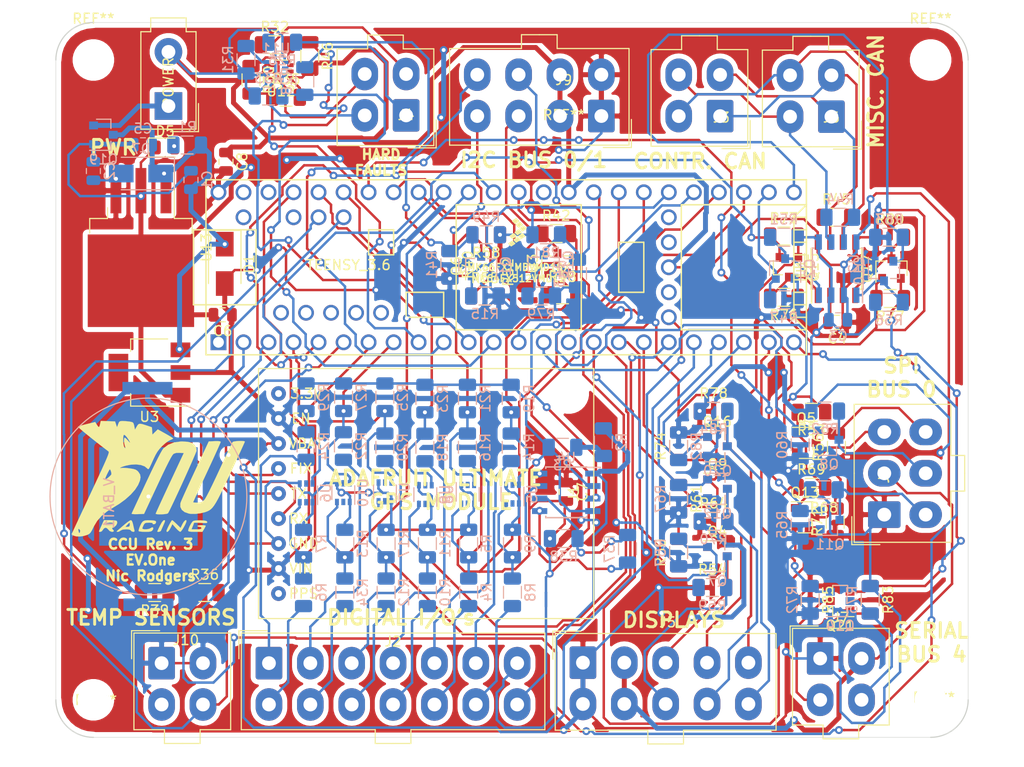
<source format=kicad_pcb>
(kicad_pcb (version 20171130) (host pcbnew "(5.1.0)-1")
  (layers (0 F.Cu signal) (31 B.Cu signal) (34 B.Paste user) (35 F.Paste user) (36 B.SilkS user) (37 F.SilkS user hide) (38 B.Mask user) (39 F.Mask user hide) (44 Edge.Cuts user))
  (net 0 "")
  (net 1 BMS_SIG)
  (net 2 IMD_SIG)
  (net 3 PDOC_SIG)
  (net 4 BSPD_SIG)
  (net 5 CANL_R)
  (net 6 CANH_R)
  (net 7 GND)
  (net 8 STB2)
  (net 9 CLK2)
  (net 10 DIO2)
  (net 11 STB1)
  (net 12 CLK1)
  (net 13 DIO1)
  (net 14 PDOC_THERM)
  (net 15 BSPD)
  (net 16 BMS)
  (net 17 IMD)
  (net 18 CAN_TX_L)
  (net 19 CAN_RX_L)
  (net 20 CAN_RX_R)
  (net 21 CAN_TX_R)
  (net 22 Vbat)
  (net 23 CAN_TX_R_LV)
  (net 24 CAN_RX_R_LV)
  (net 25 CAN_TX_L_LV)
  (net 26 CAN_RX_L_LV)
  (net 27 DIO1_Sig)
  (net 28 DIO2_Sig)
  (net 29 CLK1_Sig)
  (net 30 CLK2_Sig)
  (net 31 STB1_Sig)
  (net 32 STB2_Sig)
  (net 33 +12V)
  (net 34 +5V)
  (net 35 GPS_RX)
  (net 36 GPS_TX)
  (net 37 GPS_FIX)
  (net 38 GPIO3_SIG)
  (net 39 GPIO3)
  (net 40 THR_INPUT_SIG)
  (net 41 THR_INPUT)
  (net 42 LATCHED_THR_SIG)
  (net 43 LATCHED_THR)
  (net 44 GPIO2_SIG)
  (net 45 GPIO2)
  (net 46 GPIO1_SIG)
  (net 47 GPIO1)
  (net 48 POWER_SIG)
  (net 49 POWER)
  (net 50 AIR_POS_SIG)
  (net 51 AIR_POS)
  (net 52 AIR_NEG_SIG)
  (net 53 AIR_NEG)
  (net 54 COOLING_SIG)
  (net 55 COOLING)
  (net 56 RTD_SIG)
  (net 57 RTD)
  (net 58 BRAKE_SIG)
  (net 59 BRAKE)
  (net 60 BMS_CANH)
  (net 61 BMS_CANL)
  (net 62 TEMP_SEN_1_IN)
  (net 63 IMD_PWM)
  (net 64 RX4)
  (net 65 TX4)
  (net 66 SCK0)
  (net 67 MISO0)
  (net 68 MOSI0)
  (net 69 CS0)
  (net 70 SDA0)
  (net 71 SDA1)
  (net 72 SCL0)
  (net 73 SCL1)
  (net 74 TEMP_1_SIG)
  (net 75 "Net-(R2-Pad1)")
  (net 76 IMD_PWM_SIG)
  (net 77 "Net-(R37-Pad1)")
  (net 78 "Net-(R31-Pad1)")
  (net 79 AN_GPIO_2)
  (net 80 AN_GPIO_1)
  (net 81 SDA1_LV)
  (net 82 SCL0_LV)
  (net 83 MOSI0_LV)
  (net 84 SDA0_LV)
  (net 85 MISO0_LV)
  (net 86 CS0_LV)
  (net 87 SCK0_LV)
  (net 88 RX4_LV)
  (net 89 SCL1_LV)
  (net 90 TX4_LV)
  (net 91 RAW_AN_GPIO_2)
  (net 92 RAW_AN_GPIO_1)
  (net 93 "Net-(POWER1-Pad1)")
  (net 94 "Net-(D5-Pad2)")
  (net 95 TEMP_2_SIG)
  (module "KiCad Libraries:NU_RACING" (layer F.Cu) (at 96.625 134.65)
    (fp_text reference G*** hide)
    (fp_text value LOGO hide)
  )
  (module Package_TO_SOT_SMD:SOT-363_SC-70-6 (layer F.Cu) (at 109.1 93.225 180)
    (fp_text reference U12 (at 0 -2 180) (layer F.SilkS))
    (fp_text value MMBZ52)
    (pad 6 smd rect (at 0.95 -0.65 180) (size 0.65 0.4) (layers F.Cu F.Paste F.Mask) (net 3 PDOC_SIG))
    (pad 4 smd rect (at 0.95 0.65 180) (size 0.65 0.4) (layers F.Cu F.Paste F.Mask) (net 7 GND))
    (pad 2 smd rect (at -0.95 0 180) (size 0.65 0.4) (layers F.Cu F.Paste F.Mask))
    (pad 5 smd rect (at 0.95 0 180) (size 0.65 0.4) (layers F.Cu F.Paste F.Mask))
    (pad 3 smd rect (at -0.95 0.65 180) (size 0.65 0.4) (layers F.Cu F.Paste F.Mask) (net 4 BSPD_SIG))
    (pad 1 smd rect (at -0.95 -0.65 180) (size 0.65 0.4) (layers F.Cu F.Paste F.Mask) (net 7 GND))
  )
  (module Package_TO_SOT_SMD:SOT-363_SC-70-6 (layer B.Cu) (at 108.575 92.9 180)
    (fp_text reference U11 (at 0 2 180) (layer B.SilkS) (effects (justify mirror)))
    (fp_text value MMBZ52)
    (pad 6 smd rect (at 0.95 0.65 180) (size 0.65 0.4) (layers B.Cu B.Paste B.Mask) (net 78 "Net-(R31-Pad1)"))
    (pad 4 smd rect (at 0.95 -0.65 180) (size 0.65 0.4) (layers B.Cu B.Paste B.Mask) (net 7 GND))
    (pad 2 smd rect (at -0.95 0 180) (size 0.65 0.4) (layers B.Cu B.Paste B.Mask))
    (pad 5 smd rect (at 0.95 0 180) (size 0.65 0.4) (layers B.Cu B.Paste B.Mask))
    (pad 3 smd rect (at -0.95 -0.65 180) (size 0.65 0.4) (layers B.Cu B.Paste B.Mask) (net 2 IMD_SIG))
    (pad 1 smd rect (at -0.95 0.65 180) (size 0.65 0.4) (layers B.Cu B.Paste B.Mask) (net 7 GND))
  )
  (module Package_TO_SOT_SMD:SOT-363_SC-70-6 (layer B.Cu) (at 115.425 136 90)
    (fp_text reference U10 (at 0 2 90) (layer B.SilkS) (effects (justify mirror)))
    (fp_text value MMBZ52)
    (pad 6 smd rect (at 0.95 0.65 90) (size 0.65 0.4) (layers B.Cu B.Paste B.Mask) (net 56 RTD_SIG))
    (pad 4 smd rect (at 0.95 -0.65 90) (size 0.65 0.4) (layers B.Cu B.Paste B.Mask) (net 7 GND))
    (pad 2 smd rect (at -0.95 0 90) (size 0.65 0.4) (layers B.Cu B.Paste B.Mask))
    (pad 5 smd rect (at 0.95 0 90) (size 0.65 0.4) (layers B.Cu B.Paste B.Mask))
    (pad 3 smd rect (at -0.95 -0.65 90) (size 0.65 0.4) (layers B.Cu B.Paste B.Mask) (net 76 IMD_PWM_SIG))
    (pad 1 smd rect (at -0.95 0.65 90) (size 0.65 0.4) (layers B.Cu B.Paste B.Mask) (net 7 GND))
  )
  (module Package_TO_SOT_SMD:SOT-363_SC-70-6 (layer B.Cu) (at 123.75 136.2 90)
    (fp_text reference U9 (at 0 2 90) (layer B.SilkS) (effects (justify mirror)))
    (fp_text value MMBZ52)
    (pad 6 smd rect (at 0.95 0.65 90) (size 0.65 0.4) (layers B.Cu B.Paste B.Mask) (net 52 AIR_NEG_SIG))
    (pad 4 smd rect (at 0.95 -0.65 90) (size 0.65 0.4) (layers B.Cu B.Paste B.Mask) (net 7 GND))
    (pad 2 smd rect (at -0.95 0 90) (size 0.65 0.4) (layers B.Cu B.Paste B.Mask))
    (pad 5 smd rect (at 0.95 0 90) (size 0.65 0.4) (layers B.Cu B.Paste B.Mask))
    (pad 3 smd rect (at -0.95 -0.65 90) (size 0.65 0.4) (layers B.Cu B.Paste B.Mask) (net 44 GPIO2_SIG))
    (pad 1 smd rect (at -0.95 0.65 90) (size 0.65 0.4) (layers B.Cu B.Paste B.Mask) (net 7 GND))
  )
  (module Package_TO_SOT_SMD:SOT-363_SC-70-6 (layer B.Cu) (at 128.05 136.175 270)
    (fp_text reference U8 (at 0 2 270) (layer B.SilkS) (effects (justify mirror)))
    (fp_text value MMBZ52)
    (pad 6 smd rect (at 0.95 0.65 270) (size 0.65 0.4) (layers B.Cu B.Paste B.Mask) (net 38 GPIO3_SIG))
    (pad 4 smd rect (at 0.95 -0.65 270) (size 0.65 0.4) (layers B.Cu B.Paste B.Mask) (net 7 GND))
    (pad 2 smd rect (at -0.95 0 270) (size 0.65 0.4) (layers B.Cu B.Paste B.Mask))
    (pad 5 smd rect (at 0.95 0 270) (size 0.65 0.4) (layers B.Cu B.Paste B.Mask))
    (pad 3 smd rect (at -0.95 -0.65 270) (size 0.65 0.4) (layers B.Cu B.Paste B.Mask) (net 50 AIR_POS_SIG))
    (pad 1 smd rect (at -0.95 0.65 270) (size 0.65 0.4) (layers B.Cu B.Paste B.Mask) (net 7 GND))
  )
  (module Package_TO_SOT_SMD:SOT-363_SC-70-6 (layer B.Cu) (at 119.65 135.925 90)
    (fp_text reference U7 (at 0 2 90) (layer B.SilkS) (effects (justify mirror)))
    (fp_text value MMBZ52)
    (pad 6 smd rect (at 0.95 0.65 90) (size 0.65 0.4) (layers B.Cu B.Paste B.Mask) (net 54 COOLING_SIG))
    (pad 4 smd rect (at 0.95 -0.65 90) (size 0.65 0.4) (layers B.Cu B.Paste B.Mask) (net 7 GND))
    (pad 2 smd rect (at -0.95 0 90) (size 0.65 0.4) (layers B.Cu B.Paste B.Mask))
    (pad 5 smd rect (at 0.95 0 90) (size 0.65 0.4) (layers B.Cu B.Paste B.Mask))
    (pad 3 smd rect (at -0.95 -0.65 90) (size 0.65 0.4) (layers B.Cu B.Paste B.Mask) (net 46 GPIO1_SIG))
    (pad 1 smd rect (at -0.95 0.65 90) (size 0.65 0.4) (layers B.Cu B.Paste B.Mask) (net 7 GND))
  )
  (module Package_TO_SOT_SMD:SOT-363_SC-70-6 (layer B.Cu) (at 111.65 136.025 90)
    (fp_text reference U6 (at 0 2 90) (layer B.SilkS) (effects (justify mirror)))
    (fp_text value MMBZ52)
    (pad 6 smd rect (at 0.95 0.65 90) (size 0.65 0.4) (layers B.Cu B.Paste B.Mask) (net 58 BRAKE_SIG))
    (pad 4 smd rect (at 0.95 -0.65 90) (size 0.65 0.4) (layers B.Cu B.Paste B.Mask) (net 7 GND))
    (pad 2 smd rect (at -0.95 0 90) (size 0.65 0.4) (layers B.Cu B.Paste B.Mask))
    (pad 5 smd rect (at 0.95 0 90) (size 0.65 0.4) (layers B.Cu B.Paste B.Mask))
    (pad 3 smd rect (at -0.95 -0.65 90) (size 0.65 0.4) (layers B.Cu B.Paste B.Mask) (net 40 THR_INPUT_SIG))
    (pad 1 smd rect (at -0.95 0.65 90) (size 0.65 0.4) (layers B.Cu B.Paste B.Mask) (net 7 GND))
  )
  (module Package_TO_SOT_SMD:SOT-363_SC-70-6 (layer B.Cu) (at 132.6 136.15 90)
    (fp_text reference U5 (at 0 2 90) (layer B.SilkS) (effects (justify mirror)))
    (fp_text value MMBZ52)
    (pad 6 smd rect (at 0.95 0.65 90) (size 0.65 0.4) (layers B.Cu B.Paste B.Mask) (net 48 POWER_SIG))
    (pad 4 smd rect (at 0.95 -0.65 90) (size 0.65 0.4) (layers B.Cu B.Paste B.Mask) (net 7 GND))
    (pad 2 smd rect (at -0.95 0 90) (size 0.65 0.4) (layers B.Cu B.Paste B.Mask))
    (pad 5 smd rect (at 0.95 0 90) (size 0.65 0.4) (layers B.Cu B.Paste B.Mask))
    (pad 3 smd rect (at -0.95 -0.65 90) (size 0.65 0.4) (layers B.Cu B.Paste B.Mask) (net 42 LATCHED_THR_SIG))
    (pad 1 smd rect (at -0.95 0.65 90) (size 0.65 0.4) (layers B.Cu B.Paste B.Mask) (net 7 GND))
  )
  (module Mini-Fit-Jr-4.20mm-pitch:Molex-Mini-Fit-Jr-14-pin-P4.2mm-RowP4.2mm (layer F.Cu) (at 120.575 163.525)
    (fp_text reference J2 (at -0.1 -12.4) (layer F.SilkS))
    (fp_text value GPIO's)
    (pad 10 thru_hole oval (at -4.3 -6) (size 2.7 3.3) (drill 1.4) (layers *.Cu *.Mask) (net 47 GPIO1))
    (pad 12 thru_hole oval (at 4.1 -6) (size 2.7 3.3) (drill 1.4) (layers *.Cu *.Mask) (net 39 GPIO3))
    (pad 3 thru_hole oval (at -4.3 -10.2) (size 2.7 3.3) (drill 1.4) (layers *.Cu *.Mask) (net 55 COOLING))
    (pad 1 thru_hole roundrect (at -12.7 -10.2) (size 2.7 3.3) (drill 1.4) (layers *.Cu *.Mask) (roundrect_rratio 0.09259299999999999) (net 59 BRAKE))
    (pad 14 thru_hole oval (at 12.5 -6) (size 2.7 3.3) (drill 1.4) (layers *.Cu *.Mask) (net 79 AN_GPIO_2))
    (pad 8 thru_hole oval (at -12.7 -6) (size 2.7 3.3) (drill 1.4) (layers *.Cu *.Mask) (net 41 THR_INPUT))
    (pad 2 thru_hole oval (at -8.5 -10.2) (size 2.7 3.3) (drill 1.4) (layers *.Cu *.Mask) (net 57 RTD))
    (pad 4 thru_hole oval (at -0.1 -10.2) (size 2.7 3.3) (drill 1.4) (layers *.Cu *.Mask) (net 53 AIR_NEG))
    (pad 9 thru_hole oval (at -8.5 -6) (size 2.7 3.3) (drill 1.4) (layers *.Cu *.Mask) (net 63 IMD_PWM))
    (pad 6 thru_hole oval (at 8.3 -10.2) (size 2.7 3.3) (drill 1.4) (layers *.Cu *.Mask) (net 49 POWER))
    (pad 11 thru_hole oval (at -0.1 -6) (size 2.7 3.3) (drill 1.4) (layers *.Cu *.Mask) (net 45 GPIO2))
    (pad 5 thru_hole oval (at 4.1 -10.2) (size 2.7 3.3) (drill 1.4) (layers *.Cu *.Mask) (net 51 AIR_POS))
    (pad 7 thru_hole oval (at 12.5 -10.2) (size 2.7 3.3) (drill 1.4) (layers *.Cu *.Mask) (net 80 AN_GPIO_1))
    (pad 13 thru_hole oval (at 8.3 -6) (size 2.7 3.3) (drill 1.4) (layers *.Cu *.Mask) (net 43 LATCHED_THR))
  )
  (module Mini-Fit-Jr-4.20mm-pitch:Molex-Mini-Fit-Jr-10-pin-P4.2mm-RowP4.2mm (layer F.Cu) (at 148.35 162.975)
    (fp_text reference J5 (at 0 -13.8) (layer F.SilkS))
    (fp_text value Displays)
    (pad 7 thru_hole oval (at -4.4 -5.5) (size 2.7 3.3) (drill 1.4) (layers *.Cu *.Mask) (net 7 GND))
    (pad 2 thru_hole oval (at -4.4 -9.7) (size 2.7 3.3) (drill 1.4) (layers *.Cu *.Mask) (net 7 GND))
    (pad 5 thru_hole oval (at 8.2 -9.7) (size 2.7 3.3) (drill 1.4) (layers *.Cu *.Mask) (net 11 STB1))
    (pad 4 thru_hole oval (at 4 -9.7) (size 2.7 3.3) (drill 1.4) (layers *.Cu *.Mask) (net 12 CLK1))
    (pad 10 thru_hole oval (at 8.2 -5.5) (size 2.7 3.3) (drill 1.4) (layers *.Cu *.Mask) (net 8 STB2))
    (pad 9 thru_hole oval (at 4 -5.5) (size 2.7 3.3) (drill 1.4) (layers *.Cu *.Mask) (net 9 CLK2))
    (pad 8 thru_hole oval (at -0.2 -5.5) (size 2.7 3.3) (drill 1.4) (layers *.Cu *.Mask) (net 10 DIO2))
    (pad 3 thru_hole oval (at -0.2 -9.7) (size 2.7 3.3) (drill 1.4) (layers *.Cu *.Mask) (net 13 DIO1))
    (pad 6 thru_hole oval (at -8.6 -5.5) (size 2.7 3.3) (drill 1.4) (layers *.Cu *.Mask) (net 34 +5V))
    (pad 1 thru_hole roundrect (at -8.6 -9.7) (size 2.7 3.3) (drill 1.4) (layers *.Cu *.Mask) (roundrect_rratio 0.09259299999999999) (net 34 +5V))
  )
  (module Package_TO_SOT_SMD:SOT-23 (layer B.Cu) (at 91.066 99.646)
    (fp_text reference Q19 (at 0 2.5) (layer B.SilkS) (effects (justify mirror)))
    (fp_text value SUD08P06-155L)
    (pad 3 smd rect (at 1 0) (size 0.9 0.8) (layers B.Cu B.Paste B.Mask) (net 33 +12V))
    (pad 2 smd rect (at -1 -0.95) (size 0.9 0.8) (layers B.Cu B.Paste B.Mask) (net 93 "Net-(POWER1-Pad1)"))
    (pad 1 smd rect (at -1 0.95) (size 0.9 0.8) (layers B.Cu B.Paste B.Mask) (net 7 GND))
  )
  (module Battery_Holders:2032_Batt_holder (layer B.Cu) (at 95.638 124.792 270)
    (fp_text reference V_BAT1 (at 12.3 4 270) (layer B.SilkS) (effects (justify mirror)))
    (fp_text value Vbat)
    (pad 2 smd rect (at 11.6 0 270) (size 10 10) (layers B.Cu B.Paste B.Mask) (net 7 GND))
    (pad 1 smd rect (at 22.6 0 270) (size 1.27 5.08) (layers B.Cu B.Paste B.Mask) (net 22 Vbat))
    (pad 1 smd rect (at 0.6 0.1 270) (size 1.27 5.08) (layers B.Cu B.Paste B.Mask) (net 22 Vbat))
  )
  (module MountingHole:MountingHole_3.2mm_M3 (layer F.Cu) (at 90.05 92.05)
    (fp_text reference REF** (at 0 -4.2) (layer F.SilkS))
    (fp_text value MountingHole_3.2mm_M3)
    (pad 1 np_thru_hole circle (at 0 0) (size 3.2 3.2) (drill 3.2) (layers *.Cu *.Mask))
  )
  (module MountingHole:MountingHole_3.2mm_M3 (layer F.Cu) (at 175.05 92.05)
    (fp_text reference REF** (at 0 -4.2) (layer F.SilkS))
    (fp_text value MountingHole_3.2mm_M3)
    (pad 1 np_thru_hole circle (at 0 0) (size 3.2 3.2) (drill 3.2) (layers *.Cu *.Mask))
  )
  (module Capacitor_SMD:C_0805_2012Metric (layer F.Cu) (at 103.512 102.3855 270)
    (fp_text reference C8 (at 0 -1.65 270) (layer F.SilkS))
    (fp_text value 10u)
    (pad 2 smd roundrect (at 0.9375 0 270) (size 0.975 1.4) (layers F.Cu F.Paste F.Mask) (net 34 +5V))
    (pad 1 smd roundrect (at -0.9375 0 270) (size 0.975 1.4) (layers F.Cu F.Paste F.Mask) (net 7 GND))
  )
  (module MountingHole:MountingHole_3.2mm_M3 (layer F.Cu) (at 175.05 157.05)
    (fp_text reference REF** (at 0.344 -0.23) (layer F.SilkS))
    (fp_text value MountingHole_3.2mm_M3)
    (pad 1 np_thru_hole circle (at 0 0) (size 3.2 3.2) (drill 3.2) (layers *.Cu *.Mask))
  )
  (module MountingHole:MountingHole_3.2mm_M3 (layer F.Cu) (at 90.05 157.05)
    (fp_text reference REF** (at 0.254 0.024) (layer F.SilkS))
    (fp_text value MountingHole_3.2mm_M3)
    (pad 1 np_thru_hole circle (at 0 0) (size 3.2 3.2) (drill 3.2) (layers *.Cu *.Mask))
  )
  (module Package_TO_SOT_SMD:TO-263-3_TabPin2 (layer F.Cu) (at 94.876 111.1 270)
    (fp_text reference U13 (at 0 -6.65 270) (layer F.SilkS))
    (fp_text value L7805)
    (pad 2 smd rect (at 3.375 0 270) (size 9.4 10.8) (layers F.Cu F.Mask) (net 7 GND))
    (pad 3 smd rect (at -5.775 2.54 270) (size 4.6 1.1) (layers F.Cu F.Paste F.Mask) (net 34 +5V))
    (pad 2 smd rect (at -5.775 0 270) (size 4.6 1.1) (layers F.Cu F.Paste F.Mask) (net 7 GND))
    (pad 1 smd rect (at -5.775 -2.54 270) (size 4.6 1.1) (layers F.Cu F.Paste F.Mask) (net 33 +12V))
  )
  (module Package_SO:SOIC-8_3.9x4.9mm_P1.27mm (layer B.Cu) (at 138.056 135.968 180)
    (fp_text reference U4 (at 0 3.5 180) (layer B.SilkS) (effects (justify mirror)))
    (fp_text value MCP6002-xSN)
    (pad 8 smd rect (at 2.7 1.905 180) (size 1.55 0.6) (layers B.Cu B.Paste B.Mask) (net 34 +5V))
    (pad 7 smd rect (at 2.7 0.635 180) (size 1.55 0.6) (layers B.Cu B.Paste B.Mask) (net 79 AN_GPIO_2))
    (pad 6 smd rect (at 2.7 -0.635 180) (size 1.55 0.6) (layers B.Cu B.Paste B.Mask) (net 77 "Net-(R37-Pad1)"))
    (pad 5 smd rect (at 2.7 -1.905 180) (size 1.55 0.6) (layers B.Cu B.Paste B.Mask) (net 91 RAW_AN_GPIO_2))
    (pad 4 smd rect (at -2.7 -1.905 180) (size 1.55 0.6) (layers B.Cu B.Paste B.Mask) (net 7 GND))
    (pad 3 smd rect (at -2.7 -0.635 180) (size 1.55 0.6) (layers B.Cu B.Paste B.Mask) (net 92 RAW_AN_GPIO_1))
    (pad 2 smd rect (at -2.7 0.635 180) (size 1.55 0.6) (layers B.Cu B.Paste B.Mask) (net 75 "Net-(R2-Pad1)"))
    (pad 1 smd rect (at -2.7 1.905 180) (size 1.55 0.6) (layers B.Cu B.Paste B.Mask) (net 80 AN_GPIO_1))
  )
  (module TO_SOT_Packages_SMD:SOT-223 (layer F.Cu) (at 95.74 123.8 180)
    (fp_text reference U3 (at 0 -4.5 180) (layer F.SilkS))
    (fp_text value LM1117-3.3)
    (pad 1 smd rect (at -3.15 -2.3 180) (size 2 1.5) (layers F.Cu F.Paste F.Mask) (net 7 GND))
    (pad 3 smd rect (at -3.15 2.3 180) (size 2 1.5) (layers F.Cu F.Paste F.Mask) (net 33 +12V))
    (pad 2 smd rect (at -3.15 0 180) (size 2 1.5) (layers F.Cu F.Paste F.Mask) (net 62 TEMP_SEN_1_IN))
    (pad 4 smd rect (at 3.15 0 180) (size 2 3.8) (layers F.Cu F.Paste F.Mask))
  )
  (module Package_SO:SOIC-8_3.9x4.9mm_P1.27mm (layer B.Cu) (at 165.615 113.235 90)
    (fp_text reference U2 (at 0.508 1.651 90) (layer B.SilkS) (effects (justify mirror)))
    (fp_text value TJA1051T-E)
    (pad 8 smd rect (at 2.7 1.905 90) (size 1.55 0.6) (layers B.Cu B.Paste B.Mask) (net 7 GND))
    (pad 7 smd rect (at 2.7 0.635 90) (size 1.55 0.6) (layers B.Cu B.Paste B.Mask) (net 6 CANH_R))
    (pad 6 smd rect (at 2.7 -0.635 90) (size 1.55 0.6) (layers B.Cu B.Paste B.Mask) (net 5 CANL_R))
    (pad 5 smd rect (at 2.7 -1.905 90) (size 1.55 0.6) (layers B.Cu B.Paste B.Mask) (net 34 +5V))
    (pad 4 smd rect (at -2.7 -1.905 90) (size 1.55 0.6) (layers B.Cu B.Paste B.Mask) (net 20 CAN_RX_R))
    (pad 3 smd rect (at -2.7 -0.635 90) (size 1.55 0.6) (layers B.Cu B.Paste B.Mask) (net 34 +5V))
    (pad 2 smd rect (at -2.7 0.635 90) (size 1.55 0.6) (layers B.Cu B.Paste B.Mask) (net 7 GND))
    (pad 1 smd rect (at -2.7 1.905 90) (size 1.55 0.6) (layers B.Cu B.Paste B.Mask) (net 21 CAN_TX_R))
  )
  (module Package_SO:SOIC-8_3.9x4.9mm_P1.27mm (layer F.Cu) (at 165.488 113.268 90)
    (fp_text reference U1 (at 0 -3.5 90) (layer F.SilkS))
    (fp_text value TJA1051T-E)
    (pad 8 smd rect (at 2.7 -1.905 90) (size 1.55 0.6) (layers F.Cu F.Paste F.Mask) (net 7 GND))
    (pad 7 smd rect (at 2.7 -0.635 90) (size 1.55 0.6) (layers F.Cu F.Paste F.Mask) (net 60 BMS_CANH))
    (pad 6 smd rect (at 2.7 0.635 90) (size 1.55 0.6) (layers F.Cu F.Paste F.Mask) (net 61 BMS_CANL))
    (pad 5 smd rect (at 2.7 1.905 90) (size 1.55 0.6) (layers F.Cu F.Paste F.Mask) (net 34 +5V))
    (pad 4 smd rect (at -2.7 1.905 90) (size 1.55 0.6) (layers F.Cu F.Paste F.Mask) (net 19 CAN_RX_L))
    (pad 3 smd rect (at -2.7 0.635 90) (size 1.55 0.6) (layers F.Cu F.Paste F.Mask) (net 34 +5V))
    (pad 2 smd rect (at -2.7 -0.635 90) (size 1.55 0.6) (layers F.Cu F.Paste F.Mask) (net 7 GND))
    (pad 1 smd rect (at -2.7 -1.905 90) (size 1.55 0.6) (layers F.Cu F.Paste F.Mask) (net 18 CAN_TX_L))
  )
  (module teensy:Teensy35_36 (layer F.Cu) (at 131.96 113.108)
    (fp_text reference TEENSY_3.6 (at -16.002 -0.23) (layer F.SilkS))
    (fp_text value Teensy3.6)
    (fp_text user MK64FX512VMD12 (at 1.27 1.143) (layer F.SilkS) (effects (font (size 0.7 0.7))))
    (fp_text user MK66FX1MBVMD18/ (at 1.27 0) (layer F.SilkS) (effects (font (size 0.7 0.7))))
    (pad 62 thru_hole circle (at -12.7 4.62) (size 1.6 1.6) (drill 1.1) (layers *.Cu *.Mask))
    (pad 61 thru_hole circle (at -15.24 4.62) (size 1.6 1.6) (drill 1.1) (layers *.Cu *.Mask))
    (pad 60 thru_hole circle (at -17.78 4.62) (size 1.6 1.6) (drill 1.1) (layers *.Cu *.Mask))
    (pad 59 thru_hole circle (at -20.32 4.62) (size 1.6 1.6) (drill 1.1) (layers *.Cu *.Mask))
    (pad 58 thru_hole circle (at -22.86 4.62) (size 1.6 1.6) (drill 1.1) (layers *.Cu *.Mask))
    (pad 57 thru_hole circle (at -16.51 -5.08) (size 1.6 1.6) (drill 1.1) (layers *.Cu *.Mask) (net 95 TEMP_2_SIG))
    (pad 56 thru_hole circle (at -19.05 -5.08) (size 1.6 1.6) (drill 1.1) (layers *.Cu *.Mask) (net 74 TEMP_1_SIG))
    (pad 55 thru_hole circle (at -21.59 -5.08) (size 1.6 1.6) (drill 1.1) (layers *.Cu *.Mask))
    (pad 54 thru_hole circle (at -26.67 -5.08) (size 1.6 1.6) (drill 1.1) (layers *.Cu *.Mask))
    (pad 53 thru_hole circle (at -29.21 -7.62) (size 1.6 1.6) (drill 1.1) (layers *.Cu *.Mask) (net 34 +5V))
    (pad 52 thru_hole circle (at -26.67 -7.62) (size 1.6 1.6) (drill 1.1) (layers *.Cu *.Mask))
    (pad 51 thru_hole circle (at -24.13 -7.62) (size 1.6 1.6) (drill 1.1) (layers *.Cu *.Mask))
    (pad 50 thru_hole circle (at -21.59 -7.62) (size 1.6 1.6) (drill 1.1) (layers *.Cu *.Mask) (net 40 THR_INPUT_SIG))
    (pad 49 thru_hole circle (at -19.05 -7.62) (size 1.6 1.6) (drill 1.1) (layers *.Cu *.Mask) (net 52 AIR_NEG_SIG))
    (pad 48 thru_hole circle (at -16.51 -7.62) (size 1.6 1.6) (drill 1.1) (layers *.Cu *.Mask) (net 50 AIR_POS_SIG))
    (pad 47 thru_hole circle (at -13.97 -7.62) (size 1.6 1.6) (drill 1.1) (layers *.Cu *.Mask) (net 86 CS0_LV))
    (pad 46 thru_hole circle (at -11.43 -7.62) (size 1.6 1.6) (drill 1.1) (layers *.Cu *.Mask) (net 82 SCL0_LV))
    (pad 45 thru_hole circle (at -8.89 -7.62) (size 1.6 1.6) (drill 1.1) (layers *.Cu *.Mask) (net 84 SDA0_LV))
    (pad 44 thru_hole circle (at -6.35 -7.62) (size 1.6 1.6) (drill 1.1) (layers *.Cu *.Mask) (net 38 GPIO3_SIG))
    (pad 43 thru_hole circle (at -3.81 -7.62) (size 1.6 1.6) (drill 1.1) (layers *.Cu *.Mask) (net 76 IMD_PWM_SIG))
    (pad 42 thru_hole circle (at -1.27 -7.62) (size 1.6 1.6) (drill 1.1) (layers *.Cu *.Mask) (net 37 GPS_FIX))
    (pad 41 thru_hole circle (at 1.27 -7.62) (size 1.6 1.6) (drill 1.1) (layers *.Cu *.Mask) (net 48 POWER_SIG))
    (pad 40 thru_hole circle (at 3.81 -7.62) (size 1.6 1.6) (drill 1.1) (layers *.Cu *.Mask))
    (pad 39 thru_hole circle (at 6.35 -7.62) (size 1.6 1.6) (drill 1.1) (layers *.Cu *.Mask) (net 7 GND))
    (pad 38 thru_hole circle (at 8.89 -7.62) (size 1.6 1.6) (drill 1.1) (layers *.Cu *.Mask) (net 91 RAW_AN_GPIO_2))
    (pad 1 thru_hole rect (at -29.21 7.62) (size 1.6 1.6) (drill 1.1) (layers *.Cu *.Mask) (net 7 GND))
    (pad 2 thru_hole circle (at -26.67 7.62) (size 1.6 1.6) (drill 1.1) (layers *.Cu *.Mask) (net 36 GPS_TX))
    (pad 3 thru_hole circle (at -24.13 7.62) (size 1.6 1.6) (drill 1.1) (layers *.Cu *.Mask) (net 35 GPS_RX))
    (pad 4 thru_hole circle (at -21.59 7.62) (size 1.6 1.6) (drill 1.1) (layers *.Cu *.Mask) (net 54 COOLING_SIG))
    (pad 5 thru_hole circle (at -19.05 7.62) (size 1.6 1.6) (drill 1.1) (layers *.Cu *.Mask) (net 25 CAN_TX_L_LV))
    (pad 6 thru_hole circle (at -16.51 7.62) (size 1.6 1.6) (drill 1.1) (layers *.Cu *.Mask) (net 26 CAN_RX_L_LV))
    (pad 7 thru_hole circle (at -13.97 7.62) (size 1.6 1.6) (drill 1.1) (layers *.Cu *.Mask) (net 58 BRAKE_SIG))
    (pad 8 thru_hole circle (at -11.43 7.62) (size 1.6 1.6) (drill 1.1) (layers *.Cu *.Mask) (net 56 RTD_SIG))
    (pad 9 thru_hole circle (at -8.89 7.62) (size 1.6 1.6) (drill 1.1) (layers *.Cu *.Mask) (net 3 PDOC_SIG))
    (pad 10 thru_hole circle (at -6.35 7.62) (size 1.6 1.6) (drill 1.1) (layers *.Cu *.Mask) (net 1 BMS_SIG))
    (pad 11 thru_hole circle (at -3.81 7.62) (size 1.6 1.6) (drill 1.1) (layers *.Cu *.Mask) (net 4 BSPD_SIG))
    (pad 12 thru_hole circle (at -1.27 7.62) (size 1.6 1.6) (drill 1.1) (layers *.Cu *.Mask) (net 2 IMD_SIG))
    (pad 13 thru_hole circle (at 1.27 7.62) (size 1.6 1.6) (drill 1.1) (layers *.Cu *.Mask) (net 83 MOSI0_LV))
    (pad 37 thru_hole circle (at 11.43 -7.62) (size 1.6 1.6) (drill 1.1) (layers *.Cu *.Mask) (net 92 RAW_AN_GPIO_1))
    (pad 36 thru_hole circle (at 13.97 -7.62) (size 1.6 1.6) (drill 1.1) (layers *.Cu *.Mask) (net 42 LATCHED_THR_SIG))
    (pad 35 thru_hole circle (at 16.51 -7.62) (size 1.6 1.6) (drill 1.1) (layers *.Cu *.Mask) (net 81 SDA1_LV))
    (pad 34 thru_hole circle (at 19.05 -7.62) (size 1.6 1.6) (drill 1.1) (layers *.Cu *.Mask) (net 89 SCL1_LV))
    (pad 33 thru_hole circle (at 21.59 -7.62) (size 1.6 1.6) (drill 1.1) (layers *.Cu *.Mask) (net 44 GPIO2_SIG))
    (pad 32 thru_hole circle (at 24.13 -7.62) (size 1.6 1.6) (drill 1.1) (layers *.Cu *.Mask) (net 46 GPIO1_SIG))
    (pad 31 thru_hole circle (at 26.67 -7.62) (size 1.6 1.6) (drill 1.1) (layers *.Cu *.Mask) (net 24 CAN_RX_R_LV))
    (pad 30 thru_hole circle (at 29.21 -7.62) (size 1.6 1.6) (drill 1.1) (layers *.Cu *.Mask) (net 23 CAN_TX_R_LV))
    (pad 29 thru_hole circle (at 16.51 -5.08) (size 1.6 1.6) (drill 1.1) (layers *.Cu *.Mask))
    (pad 28 thru_hole circle (at 16.51 -2.54) (size 1.6 1.6) (drill 1.1) (layers *.Cu *.Mask))
    (pad 27 thru_hole circle (at 16.51 0) (size 1.6 1.6) (drill 1.1) (layers *.Cu *.Mask) (net 7 GND))
    (pad 26 thru_hole circle (at 16.51 2.54) (size 1.6 1.6) (drill 1.1) (layers *.Cu *.Mask))
    (pad 25 thru_hole circle (at 16.51 5.08) (size 1.6 1.6) (drill 1.1) (layers *.Cu *.Mask) (net 22 Vbat))
    (pad 24 thru_hole circle (at 29.21 7.62) (size 1.6 1.6) (drill 1.1) (layers *.Cu *.Mask) (net 90 TX4_LV))
    (pad 23 thru_hole circle (at 26.67 7.62) (size 1.6 1.6) (drill 1.1) (layers *.Cu *.Mask) (net 88 RX4_LV))
    (pad 22 thru_hole circle (at 24.13 7.62) (size 1.6 1.6) (drill 1.1) (layers *.Cu *.Mask) (net 32 STB2_Sig))
    (pad 21 thru_hole circle (at 21.59 7.62) (size 1.6 1.6) (drill 1.1) (layers *.Cu *.Mask) (net 30 CLK2_Sig))
    (pad 14 thru_hole circle (at 3.81 7.62) (size 1.6 1.6) (drill 1.1) (layers *.Cu *.Mask) (net 85 MISO0_LV))
    (pad 15 thru_hole circle (at 6.35 7.62) (size 1.6 1.6) (drill 1.1) (layers *.Cu *.Mask))
    (pad 16 thru_hole circle (at 8.89 7.62) (size 1.6 1.6) (drill 1.1) (layers *.Cu *.Mask) (net 27 DIO1_Sig))
    (pad 20 thru_hole circle (at 19.05 7.62) (size 1.6 1.6) (drill 1.1) (layers *.Cu *.Mask) (net 28 DIO2_Sig))
    (pad 19 thru_hole circle (at 16.51 7.62) (size 1.6 1.6) (drill 1.1) (layers *.Cu *.Mask) (net 87 SCK0_LV))
    (pad 18 thru_hole circle (at 13.97 7.62) (size 1.6 1.6) (drill 1.1) (layers *.Cu *.Mask) (net 31 STB1_Sig))
    (pad 17 thru_hole circle (at 11.43 7.62) (size 1.6 1.6) (drill 1.1) (layers *.Cu *.Mask) (net 29 CLK1_Sig))
  )
  (module Resistor_SMD:R_1206_3216Metric (layer F.Cu) (at 162.821 146.887 270)
    (fp_text reference R85 (at 0 -1.82 270) (layer F.SilkS))
    (fp_text value 10k)
    (pad 2 smd roundrect (at 1.4 0 270) (size 1.25 1.75) (layers F.Cu F.Paste F.Mask) (roundrect_rratio 0.2) (net 65 TX4))
    (pad 1 smd roundrect (at -1.4 0 270) (size 1.25 1.75) (layers F.Cu F.Paste F.Mask) (roundrect_rratio 0.2) (net 34 +5V))
  )
  (module Resistor_SMD:R_1206_3216Metric (layer B.Cu) (at 153.021 127.737)
    (fp_text reference R84 (at 0 1.82) (layer B.SilkS) (effects (justify mirror)))
    (fp_text value 10k)
    (pad 2 smd roundrect (at 1.4 0) (size 1.25 1.75) (layers B.Cu B.Paste B.Mask) (roundrect_rratio 0.2) (net 8 STB2))
    (pad 1 smd roundrect (at -1.4 0) (size 1.25 1.75) (layers B.Cu B.Paste B.Mask) (roundrect_rratio 0.2) (net 34 +5V))
  )
  (module Resistor_SMD:R_1206_3216Metric (layer F.Cu) (at 168.917 146.887 270)
    (fp_text reference R83 (at 0 -1.82 270) (layer F.SilkS))
    (fp_text value 10k)
    (pad 2 smd roundrect (at 1.4 0 270) (size 1.25 1.75) (layers F.Cu F.Paste F.Mask) (roundrect_rratio 0.2) (net 62 TEMP_SEN_1_IN))
    (pad 1 smd roundrect (at -1.4 0 270) (size 1.25 1.75) (layers F.Cu F.Paste F.Mask) (roundrect_rratio 0.2) (net 90 TX4_LV))
  )
  (module Resistor_SMD:R_1206_3216Metric (layer B.Cu) (at 149.462 131.293 90)
    (fp_text reference R82 (at 0 1.82 90) (layer B.SilkS) (effects (justify mirror)))
    (fp_text value 10k)
    (pad 2 smd roundrect (at 1.4 0 90) (size 1.25 1.75) (layers B.Cu B.Paste B.Mask) (roundrect_rratio 0.2) (net 62 TEMP_SEN_1_IN))
    (pad 1 smd roundrect (at -1.4 0 90) (size 1.25 1.75) (layers B.Cu B.Paste B.Mask) (roundrect_rratio 0.2) (net 32 STB2_Sig))
  )
  (module Resistor_SMD:R_1206_3216Metric (layer B.Cu) (at 136.027 109.806)
    (fp_text reference R81 (at 0 1.82) (layer B.SilkS) (effects (justify mirror)))
    (fp_text value 10k)
    (pad 2 smd roundrect (at 1.4 0) (size 1.25 1.75) (layers B.Cu B.Paste B.Mask) (roundrect_rratio 0.2) (net 73 SCL1))
    (pad 1 smd roundrect (at -1.4 0) (size 1.25 1.75) (layers B.Cu B.Paste B.Mask) (roundrect_rratio 0.2) (net 34 +5V))
  )
  (module Resistor_SMD:R_1206_3216Metric (layer F.Cu) (at 170.946 110.06)
    (fp_text reference R80 (at 0 -1.82) (layer F.SilkS))
    (fp_text value 10k)
    (pad 2 smd roundrect (at 1.4 0) (size 1.25 1.75) (layers F.Cu F.Paste F.Mask) (roundrect_rratio 0.2) (net 19 CAN_RX_L))
    (pad 1 smd roundrect (at -1.4 0) (size 1.25 1.75) (layers F.Cu F.Paste F.Mask) (roundrect_rratio 0.2) (net 34 +5V))
  )
  (module Resistor_SMD:R_1206_3216Metric (layer B.Cu) (at 135.516 116.029)
    (fp_text reference R79 (at 0 1.82) (layer B.SilkS) (effects (justify mirror)))
    (fp_text value 10k)
    (pad 2 smd roundrect (at 1.4 0) (size 1.25 1.75) (layers B.Cu B.Paste B.Mask) (roundrect_rratio 0.2) (net 62 TEMP_SEN_1_IN))
    (pad 1 smd roundrect (at -1.4 0) (size 1.25 1.75) (layers B.Cu B.Paste B.Mask) (roundrect_rratio 0.2) (net 89 SCL1_LV))
  )
  (module Resistor_SMD:R_1206_3216Metric (layer F.Cu) (at 153.015 127.737)
    (fp_text reference R78 (at 0 -1.82) (layer F.SilkS))
    (fp_text value 10k)
    (pad 2 smd roundrect (at 1.4 0) (size 1.25 1.75) (layers F.Cu F.Paste F.Mask) (roundrect_rratio 0.2) (net 11 STB1))
    (pad 1 smd roundrect (at -1.4 0) (size 1.25 1.75) (layers F.Cu F.Paste F.Mask) (roundrect_rratio 0.2) (net 34 +5V))
  )
  (module Resistor_SMD:R_1206_3216Metric (layer F.Cu) (at 170.946 116.283 180)
    (fp_text reference R77 (at 0 -1.82 180) (layer F.SilkS))
    (fp_text value 10k)
    (pad 2 smd roundrect (at 1.4 0 180) (size 1.25 1.75) (layers F.Cu F.Paste F.Mask) (roundrect_rratio 0.2) (net 62 TEMP_SEN_1_IN))
    (pad 1 smd roundrect (at -1.4 0 180) (size 1.25 1.75) (layers F.Cu F.Paste F.Mask) (roundrect_rratio 0.2) (net 26 CAN_RX_L_LV))
  )
  (module Resistor_SMD:R_1206_3216Metric (layer F.Cu) (at 160.154 116.156 180)
    (fp_text reference R76 (at 0 -1.82 180) (layer F.SilkS))
    (fp_text value 10k)
    (pad 2 smd roundrect (at 1.4 0 180) (size 1.25 1.75) (layers F.Cu F.Paste F.Mask) (roundrect_rratio 0.2) (net 18 CAN_TX_L))
    (pad 1 smd roundrect (at -1.4 0 180) (size 1.25 1.75) (layers F.Cu F.Paste F.Mask) (roundrect_rratio 0.2) (net 34 +5V))
  )
  (module Resistor_SMD:R_1206_3216Metric (layer B.Cu) (at 168.917 146.89 270)
    (fp_text reference R75 (at 0 1.82 270) (layer B.SilkS) (effects (justify mirror)))
    (fp_text value 10k)
    (pad 2 smd roundrect (at 1.4 0 270) (size 1.25 1.75) (layers B.Cu B.Paste B.Mask) (roundrect_rratio 0.2) (net 64 RX4))
    (pad 1 smd roundrect (at -1.4 0 270) (size 1.25 1.75) (layers B.Cu B.Paste B.Mask) (roundrect_rratio 0.2) (net 34 +5V))
  )
  (module Resistor_SMD:R_1206_3216Metric (layer F.Cu) (at 149.462 131.29 90)
    (fp_text reference R74 (at 0 -1.82 90) (layer F.SilkS))
    (fp_text value 10k)
    (pad 2 smd roundrect (at 1.4 0 90) (size 1.25 1.75) (layers F.Cu F.Paste F.Mask) (roundrect_rratio 0.2) (net 62 TEMP_SEN_1_IN))
    (pad 1 smd roundrect (at -1.4 0 90) (size 1.25 1.75) (layers F.Cu F.Paste F.Mask) (roundrect_rratio 0.2) (net 31 STB1_Sig))
  )
  (module Resistor_SMD:R_1206_3216Metric (layer F.Cu) (at 160.154 109.933)
    (fp_text reference R73 (at 0 -1.82) (layer F.SilkS))
    (fp_text value 10k)
    (pad 2 smd roundrect (at 1.4 0) (size 1.25 1.75) (layers F.Cu F.Paste F.Mask) (roundrect_rratio 0.2) (net 62 TEMP_SEN_1_IN))
    (pad 1 smd roundrect (at -1.4 0) (size 1.25 1.75) (layers F.Cu F.Paste F.Mask) (roundrect_rratio 0.2) (net 25 CAN_TX_L_LV))
  )
  (module Resistor_SMD:R_1206_3216Metric (layer B.Cu) (at 162.821 146.887 270)
    (fp_text reference R72 (at 0 1.82 270) (layer B.SilkS) (effects (justify mirror)))
    (fp_text value 10k)
    (pad 2 smd roundrect (at 1.4 0 270) (size 1.25 1.75) (layers B.Cu B.Paste B.Mask) (roundrect_rratio 0.2) (net 62 TEMP_SEN_1_IN))
    (pad 1 smd roundrect (at -1.4 0 270) (size 1.25 1.75) (layers B.Cu B.Paste B.Mask) (roundrect_rratio 0.2) (net 88 RX4_LV))
  )
  (module Resistor_SMD:R_1206_3216Metric (layer F.Cu) (at 165.361 139.016 90)
    (fp_text reference R71 (at 0 -1.82 90) (layer F.SilkS))
    (fp_text value 10k)
    (pad 2 smd roundrect (at 1.4 0 90) (size 1.25 1.75) (layers F.Cu F.Paste F.Mask) (roundrect_rratio 0.2) (net 66 SCK0))
    (pad 1 smd roundrect (at -1.4 0 90) (size 1.25 1.75) (layers F.Cu F.Paste F.Mask) (roundrect_rratio 0.2) (net 34 +5V))
  )
  (module Resistor_SMD:R_1206_3216Metric (layer B.Cu) (at 153.018 138.913)
    (fp_text reference R70 (at 0 1.82) (layer B.SilkS) (effects (justify mirror)))
    (fp_text value 10k)
    (pad 2 smd roundrect (at 1.4 0) (size 1.25 1.75) (layers B.Cu B.Paste B.Mask) (roundrect_rratio 0.2) (net 9 CLK2))
    (pad 1 smd roundrect (at -1.4 0) (size 1.25 1.75) (layers B.Cu B.Paste B.Mask) (roundrect_rratio 0.2) (net 34 +5V))
  )
  (module Resistor_SMD:R_1206_3216Metric (layer F.Cu) (at 162.948 135.46)
    (fp_text reference R69 (at 0 -1.82) (layer F.SilkS))
    (fp_text value 10k)
    (pad 2 smd roundrect (at 1.4 0) (size 1.25 1.75) (layers F.Cu F.Paste F.Mask) (roundrect_rratio 0.2) (net 62 TEMP_SEN_1_IN))
    (pad 1 smd roundrect (at -1.4 0) (size 1.25 1.75) (layers F.Cu F.Paste F.Mask) (roundrect_rratio 0.2) (net 87 SCK0_LV))
  )
  (module Resistor_SMD:R_1206_3216Metric (layer B.Cu) (at 164.218 135.714)
    (fp_text reference R68 (at 0 1.82) (layer F.SilkS))
    (fp_text value 10k)
    (pad 2 smd roundrect (at 1.4 0) (size 1.25 1.75) (layers B.Cu B.Paste B.Mask) (roundrect_rratio 0.2) (net 69 CS0))
    (pad 1 smd roundrect (at -1.4 0) (size 1.25 1.75) (layers B.Cu B.Paste B.Mask) (roundrect_rratio 0.2) (net 34 +5V))
  )
  (module Resistor_SMD:R_1206_3216Metric (layer B.Cu) (at 149.462 136.624 270)
    (fp_text reference R67 (at 0 1.82 270) (layer B.SilkS) (effects (justify mirror)))
    (fp_text value 10k)
    (pad 2 smd roundrect (at 1.4 0 270) (size 1.25 1.75) (layers B.Cu B.Paste B.Mask) (roundrect_rratio 0.2) (net 62 TEMP_SEN_1_IN))
    (pad 1 smd roundrect (at -1.4 0 270) (size 1.25 1.75) (layers B.Cu B.Paste B.Mask) (roundrect_rratio 0.2) (net 30 CLK2_Sig))
  )
  (module Resistor_SMD:R_1206_3216Metric (layer B.Cu) (at 170.822 116.664)
    (fp_text reference R66 (at 0 1.82) (layer B.SilkS) (effects (justify mirror)))
    (fp_text value 10k)
    (pad 2 smd roundrect (at 1.4 0) (size 1.25 1.75) (layers B.Cu B.Paste B.Mask) (roundrect_rratio 0.2) (net 21 CAN_TX_R))
    (pad 1 smd roundrect (at -1.4 0) (size 1.25 1.75) (layers B.Cu B.Paste B.Mask) (roundrect_rratio 0.2) (net 34 +5V))
  )
  (module Resistor_SMD:R_1206_3216Metric (layer B.Cu) (at 161.805 139.27 270)
    (fp_text reference R65 (at 0 1.82 270) (layer B.SilkS) (effects (justify mirror)))
    (fp_text value 10k)
    (pad 2 smd roundrect (at 1.4 0 270) (size 1.25 1.75) (layers B.Cu B.Paste B.Mask) (roundrect_rratio 0.2) (net 62 TEMP_SEN_1_IN))
    (pad 1 smd roundrect (at -1.4 0 270) (size 1.25 1.75) (layers B.Cu B.Paste B.Mask) (roundrect_rratio 0.2) (net 86 CS0_LV))
  )
  (module Resistor_SMD:R_1206_3216Metric (layer F.Cu) (at 153.018 138.913)
    (fp_text reference R64 (at 0 -1.82) (layer F.SilkS))
    (fp_text value 10k)
    (pad 2 smd roundrect (at 1.4 0) (size 1.25 1.75) (layers F.Cu F.Paste F.Mask) (roundrect_rratio 0.2) (net 12 CLK1))
    (pad 1 smd roundrect (at -1.4 0) (size 1.25 1.75) (layers F.Cu F.Paste F.Mask) (roundrect_rratio 0.2) (net 34 +5V))
  )
  (module Resistor_SMD:R_1206_3216Metric (layer B.Cu) (at 170.822 110.06 180)
    (fp_text reference R63 (at 0 1.82 180) (layer B.SilkS) (effects (justify mirror)))
    (fp_text value 10k)
    (pad 2 smd roundrect (at 1.4 0 180) (size 1.25 1.75) (layers B.Cu B.Paste B.Mask) (roundrect_rratio 0.2) (net 62 TEMP_SEN_1_IN))
    (pad 1 smd roundrect (at -1.4 0 180) (size 1.25 1.75) (layers B.Cu B.Paste B.Mask) (roundrect_rratio 0.2) (net 23 CAN_TX_R_LV))
  )
  (module Resistor_SMD:R_1206_3216Metric (layer B.Cu) (at 164.342 127.713)
    (fp_text reference R62 (at 0 1.82) (layer B.SilkS) (effects (justify mirror)))
    (fp_text value 10k)
    (pad 2 smd roundrect (at 1.4 0) (size 1.25 1.75) (layers B.Cu B.Paste B.Mask) (roundrect_rratio 0.2) (net 67 MISO0))
    (pad 1 smd roundrect (at -1.4 0) (size 1.25 1.75) (layers B.Cu B.Paste B.Mask) (roundrect_rratio 0.2) (net 34 +5V))
  )
  (module Resistor_SMD:R_1206_3216Metric (layer F.Cu) (at 149.462 136.624 270)
    (fp_text reference R61 (at 0 -1.82 270) (layer F.SilkS))
    (fp_text value 10k)
    (pad 2 smd roundrect (at 1.4 0 270) (size 1.25 1.75) (layers F.Cu F.Paste F.Mask) (roundrect_rratio 0.2) (net 62 TEMP_SEN_1_IN))
    (pad 1 smd roundrect (at -1.4 0 270) (size 1.25 1.75) (layers F.Cu F.Paste F.Mask) (roundrect_rratio 0.2) (net 29 CLK1_Sig))
  )
  (module Resistor_SMD:R_1206_3216Metric (layer B.Cu) (at 161.805 131.142 270)
    (fp_text reference R60 (at 0 1.82 270) (layer B.SilkS) (effects (justify mirror)))
    (fp_text value 10k)
    (pad 2 smd roundrect (at 1.4 0 270) (size 1.25 1.75) (layers B.Cu B.Paste B.Mask) (roundrect_rratio 0.2) (net 62 TEMP_SEN_1_IN))
    (pad 1 smd roundrect (at -1.4 0 270) (size 1.25 1.75) (layers B.Cu B.Paste B.Mask) (roundrect_rratio 0.2) (net 85 MISO0_LV))
  )
  (module Resistor_SMD:R_1206_3216Metric (layer B.Cu) (at 152.891 145.644)
    (fp_text reference R59 (at 0 1.82) (layer B.SilkS) (effects (justify mirror)))
    (fp_text value 10k)
    (pad 2 smd roundrect (at 1.4 0) (size 1.25 1.75) (layers B.Cu B.Paste B.Mask) (roundrect_rratio 0.2) (net 10 DIO2))
    (pad 1 smd roundrect (at -1.4 0) (size 1.25 1.75) (layers B.Cu B.Paste B.Mask) (roundrect_rratio 0.2) (net 34 +5V))
  )
  (module Resistor_SMD:R_1206_3216Metric (layer F.Cu) (at 129.931 109.806 180)
    (fp_text reference R58 (at 0 -1.82 180) (layer F.SilkS))
    (fp_text value 10k)
    (pad 2 smd roundrect (at 1.4 0 180) (size 1.25 1.75) (layers F.Cu F.Paste F.Mask) (roundrect_rratio 0.2) (net 70 SDA0))
    (pad 1 smd roundrect (at -1.4 0 180) (size 1.25 1.75) (layers F.Cu F.Paste F.Mask) (roundrect_rratio 0.2) (net 34 +5V))
  )
  (module Resistor_SMD:R_1206_3216Metric (layer B.Cu) (at 149.462 142.088 270)
    (fp_text reference R57 (at 0 1.82 270) (layer B.SilkS) (effects (justify mirror)))
    (fp_text value 10k)
    (pad 2 smd roundrect (at 1.4 0 270) (size 1.25 1.75) (layers B.Cu B.Paste B.Mask) (roundrect_rratio 0.2) (net 62 TEMP_SEN_1_IN))
    (pad 1 smd roundrect (at -1.4 0 270) (size 1.25 1.75) (layers B.Cu B.Paste B.Mask) (roundrect_rratio 0.2) (net 28 DIO2_Sig))
  )
  (module Resistor_SMD:R_1206_3216Metric (layer F.Cu) (at 165.488 131.399 90)
    (fp_text reference R56 (at 0 -1.82 90) (layer F.SilkS))
    (fp_text value 10k)
    (pad 2 smd roundrect (at 1.4 0 90) (size 1.25 1.75) (layers F.Cu F.Paste F.Mask) (roundrect_rratio 0.2) (net 68 MOSI0))
    (pad 1 smd roundrect (at -1.4 0 90) (size 1.25 1.75) (layers F.Cu F.Paste F.Mask) (roundrect_rratio 0.2) (net 34 +5V))
  )
  (module Resistor_SMD:R_1206_3216Metric (layer F.Cu) (at 129.804 116.029)
    (fp_text reference R55 (at 0 -1.82) (layer F.SilkS))
    (fp_text value 10k)
    (pad 2 smd roundrect (at 1.4 0) (size 1.25 1.75) (layers F.Cu F.Paste F.Mask) (roundrect_rratio 0.2) (net 62 TEMP_SEN_1_IN))
    (pad 1 smd roundrect (at -1.4 0) (size 1.25 1.75) (layers F.Cu F.Paste F.Mask) (roundrect_rratio 0.2) (net 84 SDA0_LV))
  )
  (module Resistor_SMD:R_1206_3216Metric (layer F.Cu) (at 152.891 145.644)
    (fp_text reference R54 (at 0 -1.82) (layer F.SilkS))
    (fp_text value 10k)
    (pad 2 smd roundrect (at 1.4 0) (size 1.25 1.75) (layers F.Cu F.Paste F.Mask) (roundrect_rratio 0.2) (net 13 DIO1))
    (pad 1 smd roundrect (at -1.4 0) (size 1.25 1.75) (layers F.Cu F.Paste F.Mask) (roundrect_rratio 0.2) (net 34 +5V))
  )
  (module Resistor_SMD:R_1206_3216Metric (layer F.Cu) (at 162.948 127.84 180)
    (fp_text reference R53 (at 0 -1.82 180) (layer F.SilkS))
    (fp_text value 10k)
    (pad 2 smd roundrect (at 1.4 0 180) (size 1.25 1.75) (layers F.Cu F.Paste F.Mask) (roundrect_rratio 0.2) (net 62 TEMP_SEN_1_IN))
    (pad 1 smd roundrect (at -1.4 0 180) (size 1.25 1.75) (layers F.Cu F.Paste F.Mask) (roundrect_rratio 0.2) (net 83 MOSI0_LV))
  )
  (module Resistor_SMD:R_1206_3216Metric (layer F.Cu) (at 133.992 113.619 90)
    (fp_text reference R52 (at 0 -1.82 90) (layer F.SilkS))
    (fp_text value 10k)
    (pad 2 smd roundrect (at 1.4 0 90) (size 1.25 1.75) (layers F.Cu F.Paste F.Mask) (roundrect_rratio 0.2) (net 72 SCL0))
    (pad 1 smd roundrect (at -1.4 0 90) (size 1.25 1.75) (layers F.Cu F.Paste F.Mask) (roundrect_rratio 0.2) (net 34 +5V))
  )
  (module Resistor_SMD:R_1206_3216Metric (layer B.Cu) (at 160.154 110.06 180)
    (fp_text reference R51 (at 0 1.82 180) (layer B.SilkS) (effects (justify mirror)))
    (fp_text value 10k)
    (pad 2 smd roundrect (at 1.4 0 180) (size 1.25 1.75) (layers B.Cu B.Paste B.Mask) (roundrect_rratio 0.2) (net 20 CAN_RX_R))
    (pad 1 smd roundrect (at -1.4 0 180) (size 1.25 1.75) (layers B.Cu B.Paste B.Mask) (roundrect_rratio 0.2) (net 34 +5V))
  )
  (module Resistor_SMD:R_1206_3216Metric (layer F.Cu) (at 149.462 142.091 90)
    (fp_text reference R50 (at 0 -1.82 90) (layer F.SilkS))
    (fp_text value 10k)
    (pad 2 smd roundrect (at 1.4 0 90) (size 1.25 1.75) (layers F.Cu F.Paste F.Mask) (roundrect_rratio 0.2) (net 62 TEMP_SEN_1_IN))
    (pad 1 smd roundrect (at -1.4 0 90) (size 1.25 1.75) (layers F.Cu F.Paste F.Mask) (roundrect_rratio 0.2) (net 27 DIO1_Sig))
  )
  (module Resistor_SMD:R_1206_3216Metric (layer B.Cu) (at 129.928 109.806 180)
    (fp_text reference R49 (at 0 1.82 180) (layer B.SilkS) (effects (justify mirror)))
    (fp_text value 10k)
    (pad 2 smd roundrect (at 1.4 0 180) (size 1.25 1.75) (layers B.Cu B.Paste B.Mask) (roundrect_rratio 0.2) (net 71 SDA1))
    (pad 1 smd roundrect (at -1.4 0 180) (size 1.25 1.75) (layers B.Cu B.Paste B.Mask) (roundrect_rratio 0.2) (net 34 +5V))
  )
  (module Resistor_SMD:R_1206_3216Metric (layer F.Cu) (at 137.678 115.902)
    (fp_text reference R48 (at 0 -1.82) (layer F.SilkS))
    (fp_text value 10k)
    (pad 2 smd roundrect (at 1.4 0) (size 1.25 1.75) (layers F.Cu F.Paste F.Mask) (roundrect_rratio 0.2) (net 62 TEMP_SEN_1_IN))
    (pad 1 smd roundrect (at -1.4 0) (size 1.25 1.75) (layers F.Cu F.Paste F.Mask) (roundrect_rratio 0.2) (net 82 SCL0_LV))
  )
  (module Resistor_SMD:R_1206_3216Metric (layer B.Cu) (at 160.154 116.41)
    (fp_text reference R47 (at 0 1.82) (layer B.SilkS) (effects (justify mirror)))
    (fp_text value 10k)
    (pad 2 smd roundrect (at 1.4 0) (size 1.25 1.75) (layers B.Cu B.Paste B.Mask) (roundrect_rratio 0.2) (net 62 TEMP_SEN_1_IN))
    (pad 1 smd roundrect (at -1.4 0) (size 1.25 1.75) (layers B.Cu B.Paste B.Mask) (roundrect_rratio 0.2) (net 24 CAN_RX_R_LV))
  )
  (module Resistor_SMD:R_1206_3216Metric (layer F.Cu) (at 112.021 91.645 270)
    (fp_text reference R46 (at 0 -1.82 270) (layer F.SilkS))
    (fp_text value 200k)
    (pad 2 smd roundrect (at 1.4 0 270) (size 1.25 1.75) (layers F.Cu F.Paste F.Mask) (roundrect_rratio 0.2) (net 7 GND))
    (pad 1 smd roundrect (at -1.4 0 270) (size 1.25 1.75) (layers F.Cu F.Paste F.Mask) (roundrect_rratio 0.2) (net 4 BSPD_SIG))
  )
  (module Resistor_SMD:R_1206_3216Metric (layer F.Cu) (at 165.488 108.028)
    (fp_text reference R45 (at 0 -1.82) (layer F.SilkS))
    (fp_text value 120)
    (pad 2 smd roundrect (at 1.4 0) (size 1.25 1.75) (layers F.Cu F.Paste F.Mask) (roundrect_rratio 0.2) (net 61 BMS_CANL))
    (pad 1 smd roundrect (at -1.4 0) (size 1.25 1.75) (layers F.Cu F.Paste F.Mask) (roundrect_rratio 0.2) (net 60 BMS_CANH))
  )
  (module Resistor_SMD:R_1206_3216Metric (layer B.Cu) (at 165.869 108.028 180)
    (fp_text reference R44 (at 0 1.82 180) (layer B.SilkS) (effects (justify mirror)))
    (fp_text value 120)
    (pad 2 smd roundrect (at 1.4 0 180) (size 1.25 1.75) (layers B.Cu B.Paste B.Mask) (roundrect_rratio 0.2) (net 5 CANL_R))
    (pad 1 smd roundrect (at -1.4 0 180) (size 1.25 1.75) (layers B.Cu B.Paste B.Mask) (roundrect_rratio 0.2) (net 6 CANH_R))
  )
  (module Resistor_SMD:R_1206_3216Metric (layer B.Cu) (at 139.199 113.746 270)
    (fp_text reference R43 (at 0 1.82 270) (layer B.SilkS) (effects (justify mirror)))
    (fp_text value 4k7)
    (pad 2 smd roundrect (at 1.4 0 270) (size 1.25 1.75) (layers B.Cu B.Paste B.Mask) (roundrect_rratio 0.2) (net 62 TEMP_SEN_1_IN))
    (pad 1 smd roundrect (at -1.4 0 270) (size 1.25 1.75) (layers B.Cu B.Paste B.Mask) (roundrect_rratio 0.2) (net 73 SCL1))
  )
  (module Resistor_SMD:R_1206_3216Metric (layer F.Cu) (at 137.037 109.679)
    (fp_text reference R42 (at 0 -1.82) (layer F.SilkS))
    (fp_text value 4k7)
    (pad 2 smd roundrect (at 1.4 0) (size 1.25 1.75) (layers F.Cu F.Paste F.Mask) (roundrect_rratio 0.2) (net 62 TEMP_SEN_1_IN))
    (pad 1 smd roundrect (at -1.4 0) (size 1.25 1.75) (layers F.Cu F.Paste F.Mask) (roundrect_rratio 0.2) (net 72 SCL0))
  )
  (module Resistor_SMD:R_1206_3216Metric (layer B.Cu) (at 126.245 112.854 270)
    (fp_text reference R41 (at 0 1.82 270) (layer B.SilkS) (effects (justify mirror)))
    (fp_text value 4k7)
    (pad 2 smd roundrect (at 1.4 0 270) (size 1.25 1.75) (layers B.Cu B.Paste B.Mask) (roundrect_rratio 0.2) (net 62 TEMP_SEN_1_IN))
    (pad 1 smd roundrect (at -1.4 0 270) (size 1.25 1.75) (layers B.Cu B.Paste B.Mask) (roundrect_rratio 0.2) (net 71 SDA1))
  )
  (module Resistor_SMD:R_1206_3216Metric (layer F.Cu) (at 126.245 112.854 270)
    (fp_text reference R40 (at 0 -1.82 270) (layer F.SilkS))
    (fp_text value 4k7)
    (pad 2 smd roundrect (at 1.4 0 270) (size 1.25 1.75) (layers F.Cu F.Paste F.Mask) (roundrect_rratio 0.2) (net 62 TEMP_SEN_1_IN))
    (pad 1 smd roundrect (at -1.4 0 270) (size 1.25 1.75) (layers F.Cu F.Paste F.Mask) (roundrect_rratio 0.2) (net 70 SDA0))
  )
  (module Resistor_SMD:R_1206_3216Metric (layer F.Cu) (at 96.275 146.152 180)
    (fp_text reference R39 (at 0 -1.82 180) (layer F.SilkS))
    (fp_text value TO_BE_PROVISIONED)
    (pad 2 smd roundrect (at 1.4 0 180) (size 1.25 1.75) (layers F.Cu F.Paste F.Mask) (roundrect_rratio 0.2) (net 74 TEMP_1_SIG))
    (pad 1 smd roundrect (at -1.4 0 180) (size 1.25 1.75) (layers F.Cu F.Paste F.Mask) (roundrect_rratio 0.2) (net 7 GND))
  )
  (module Resistor_SMD:R_1206_3216Metric (layer B.Cu) (at 137.802 140.667)
    (fp_text reference R38 (at 0 1.82) (layer B.SilkS) (effects (justify mirror)))
    (fp_text value 200k)
    (pad 2 smd roundrect (at 1.4 0) (size 1.25 1.75) (layers B.Cu B.Paste B.Mask) (roundrect_rratio 0.2) (net 77 "Net-(R37-Pad1)"))
    (pad 1 smd roundrect (at -1.4 0) (size 1.25 1.75) (layers B.Cu B.Paste B.Mask) (roundrect_rratio 0.2) (net 7 GND))
  )
  (module Resistor_SMD:R_1206_3216Metric (layer B.Cu) (at 144.275 141.7 270)
    (fp_text reference R37 (at 0 1.82 270) (layer B.SilkS) (effects (justify mirror)))
    (fp_text value 100k)
    (pad 2 smd roundrect (at 1.4 0 270) (size 1.25 1.75) (layers B.Cu B.Paste B.Mask) (roundrect_rratio 0.2) (net 79 AN_GPIO_2))
    (pad 1 smd roundrect (at -1.4 0 270) (size 1.25 1.75) (layers B.Cu B.Paste B.Mask) (roundrect_rratio 0.2) (net 77 "Net-(R37-Pad1)"))
  )
  (module Resistor_SMD:R_1206_3216Metric (layer F.Cu) (at 101.356 146.152)
    (fp_text reference R36 (at 0 -1.82) (layer F.SilkS))
    (fp_text value TO_BE_PROVISIONED hide)
    (pad 2 smd roundrect (at 1.4 0) (size 1.25 1.75) (layers F.Cu F.Paste F.Mask) (roundrect_rratio 0.2) (net 95 TEMP_2_SIG))
    (pad 1 smd roundrect (at -1.4 0) (size 1.25 1.75) (layers F.Cu F.Paste F.Mask) (roundrect_rratio 0.2) (net 7 GND))
  )
  (module Resistor_SMD:R_1206_3216Metric (layer F.Cu) (at 109.608 95.836)
    (fp_text reference R35 (at 0 -1.82) (layer F.SilkS))
    (fp_text value 200k)
    (pad 2 smd roundrect (at 1.4 0) (size 1.25 1.75) (layers F.Cu F.Paste F.Mask) (roundrect_rratio 0.2) (net 7 GND))
    (pad 1 smd roundrect (at -1.4 0) (size 1.25 1.75) (layers F.Cu F.Paste F.Mask) (roundrect_rratio 0.2) (net 3 PDOC_SIG))
  )
  (module Resistor_SMD:R_1206_3216Metric (layer B.Cu) (at 115.58 146.128 90)
    (fp_text reference R34 (at 0 1.82 90) (layer B.SilkS) (effects (justify mirror)))
    (fp_text value 270k)
    (pad 2 smd roundrect (at 1.4 0 90) (size 1.25 1.75) (layers B.Cu B.Paste B.Mask) (roundrect_rratio 0.2) (net 76 IMD_PWM_SIG))
    (pad 1 smd roundrect (at -1.4 0 90) (size 1.25 1.75) (layers B.Cu B.Paste B.Mask) (roundrect_rratio 0.2) (net 63 IMD_PWM))
  )
  (module Resistor_SMD:R_1206_3216Metric (layer B.Cu) (at 107.83 95.709 180)
    (fp_text reference R33 (at 0 1.82 180) (layer B.SilkS) (effects (justify mirror)))
    (fp_text value 200k)
    (pad 2 smd roundrect (at 1.4 0 180) (size 1.25 1.75) (layers B.Cu B.Paste B.Mask) (roundrect_rratio 0.2) (net 7 GND))
    (pad 1 smd roundrect (at -1.4 0 180) (size 1.25 1.75) (layers B.Cu B.Paste B.Mask) (roundrect_rratio 0.2) (net 2 IMD_SIG))
  )
  (module Resistor_SMD:R_1206_3216Metric (layer F.Cu) (at 108.465 90.502)
    (fp_text reference R32 (at 0 -1.82) (layer F.SilkS))
    (fp_text value 100k)
    (pad 2 smd roundrect (at 1.4 0) (size 1.25 1.75) (layers F.Cu F.Paste F.Mask) (roundrect_rratio 0.2) (net 4 BSPD_SIG))
    (pad 1 smd roundrect (at -1.4 0) (size 1.25 1.75) (layers F.Cu F.Paste F.Mask) (roundrect_rratio 0.2) (net 15 BSPD))
  )
  (module Resistor_SMD:R_1206_3216Metric (layer B.Cu) (at 105.544 92.026 270)
    (fp_text reference R31 (at 0 1.82 270) (layer B.SilkS) (effects (justify mirror)))
    (fp_text value 200k)
    (pad 2 smd roundrect (at 1.4 0 270) (size 1.25 1.75) (layers B.Cu B.Paste B.Mask) (roundrect_rratio 0.2) (net 7 GND))
    (pad 1 smd roundrect (at -1.4 0 270) (size 1.25 1.75) (layers B.Cu B.Paste B.Mask) (roundrect_rratio 0.2) (net 78 "Net-(R31-Pad1)"))
  )
  (module Resistor_SMD:R_1206_3216Metric (layer F.Cu) (at 106.052 94.058 270)
    (fp_text reference R30 (at 0 -1.82 270) (layer F.SilkS))
    (fp_text value 100k)
    (pad 2 smd roundrect (at 1.4 0 270) (size 1.25 1.75) (layers F.Cu F.Paste F.Mask) (roundrect_rratio 0.2) (net 3 PDOC_SIG))
    (pad 1 smd roundrect (at -1.4 0 270) (size 1.25 1.75) (layers F.Cu F.Paste F.Mask) (roundrect_rratio 0.2) (net 14 PDOC_THERM))
  )
  (module Resistor_SMD:R_1206_3216Metric (layer B.Cu) (at 111.64 126.313 90)
    (fp_text reference R29 (at 0 1.82 90) (layer B.SilkS) (effects (justify mirror)))
    (fp_text value 100k)
    (pad 2 smd roundrect (at 1.4 0 90) (size 1.25 1.75) (layers B.Cu B.Paste B.Mask) (roundrect_rratio 0.2) (net 7 GND))
    (pad 1 smd roundrect (at -1.4 0 90) (size 1.25 1.75) (layers B.Cu B.Paste B.Mask) (roundrect_rratio 0.2) (net 58 BRAKE_SIG))
  )
  (module Resistor_SMD:R_1206_3216Metric (layer B.Cu) (at 111.513 94.188 270)
    (fp_text reference R28 (at 0 1.82 270) (layer B.SilkS) (effects (justify mirror)))
    (fp_text value 100k)
    (pad 2 smd roundrect (at 1.4 0 270) (size 1.25 1.75) (layers B.Cu B.Paste B.Mask) (roundrect_rratio 0.2) (net 2 IMD_SIG))
    (pad 1 smd roundrect (at -1.4 0 270) (size 1.25 1.75) (layers B.Cu B.Paste B.Mask) (roundrect_rratio 0.2) (net 17 IMD))
  )
  (module Resistor_SMD:R_1206_3216Metric (layer B.Cu) (at 115.45 126.313 90)
    (fp_text reference R27 (at 0 1.82 90) (layer B.SilkS) (effects (justify mirror)))
    (fp_text value 100k)
    (pad 2 smd roundrect (at 1.4 0 90) (size 1.25 1.75) (layers B.Cu B.Paste B.Mask) (roundrect_rratio 0.2) (net 7 GND))
    (pad 1 smd roundrect (at -1.4 0 90) (size 1.25 1.75) (layers B.Cu B.Paste B.Mask) (roundrect_rratio 0.2) (net 56 RTD_SIG))
  )
  (module Resistor_SMD:R_1206_3216Metric (layer B.Cu) (at 109.227 90.248)
    (fp_text reference R26 (at 0 1.82) (layer B.SilkS) (effects (justify mirror)))
    (fp_text value 100k)
    (pad 2 smd roundrect (at 1.4 0) (size 1.25 1.75) (layers B.Cu B.Paste B.Mask) (roundrect_rratio 0.2) (net 1 BMS_SIG))
    (pad 1 smd roundrect (at -1.4 0) (size 1.25 1.75) (layers B.Cu B.Paste B.Mask) (roundrect_rratio 0.2) (net 16 BMS))
  )
  (module Resistor_SMD:R_1206_3216Metric (layer B.Cu) (at 119.641 126.313 90)
    (fp_text reference R25 (at 0 1.82 90) (layer B.SilkS) (effects (justify mirror)))
    (fp_text value 100k)
    (pad 2 smd roundrect (at 1.4 0 90) (size 1.25 1.75) (layers B.Cu B.Paste B.Mask) (roundrect_rratio 0.2) (net 7 GND))
    (pad 1 smd roundrect (at -1.4 0 90) (size 1.25 1.75) (layers B.Cu B.Paste B.Mask) (roundrect_rratio 0.2) (net 54 COOLING_SIG))
  )
  (module Resistor_SMD:R_1206_3216Metric (layer B.Cu) (at 111.64 131.266 90)
    (fp_text reference R24 (at 0 1.82 90) (layer B.SilkS) (effects (justify mirror)))
    (fp_text value 270k)
    (pad 2 smd roundrect (at 1.4 0 90) (size 1.25 1.75) (layers B.Cu B.Paste B.Mask) (roundrect_rratio 0.2) (net 58 BRAKE_SIG))
    (pad 1 smd roundrect (at -1.4 0 90) (size 1.25 1.75) (layers B.Cu B.Paste B.Mask) (roundrect_rratio 0.2) (net 59 BRAKE))
  )
  (module Resistor_SMD:R_1206_3216Metric (layer B.Cu) (at 123.705 126.443 90)
    (fp_text reference R23 (at 0 1.82 90) (layer B.SilkS) (effects (justify mirror)))
    (fp_text value 100k)
    (pad 2 smd roundrect (at 1.4 0 90) (size 1.25 1.75) (layers B.Cu B.Paste B.Mask) (roundrect_rratio 0.2) (net 7 GND))
    (pad 1 smd roundrect (at -1.4 0 90) (size 1.25 1.75) (layers B.Cu B.Paste B.Mask) (roundrect_rratio 0.2) (net 52 AIR_NEG_SIG))
  )
  (module Resistor_SMD:R_1206_3216Metric (layer B.Cu) (at 115.435 131.266 90)
    (fp_text reference R22 (at 0 1.82 90) (layer B.SilkS) (effects (justify mirror)))
    (fp_text value 270k)
    (pad 2 smd roundrect (at 1.4 0 90) (size 1.25 1.75) (layers B.Cu B.Paste B.Mask) (roundrect_rratio 0.2) (net 56 RTD_SIG))
    (pad 1 smd roundrect (at -1.4 0 90) (size 1.25 1.75) (layers B.Cu B.Paste B.Mask) (roundrect_rratio 0.2) (net 57 RTD))
  )
  (module Resistor_SMD:R_1206_3216Metric (layer B.Cu) (at 128.023 126.44 90)
    (fp_text reference R21 (at 0 1.82 90) (layer B.SilkS) (effects (justify mirror)))
    (fp_text value 100k)
    (pad 2 smd roundrect (at 1.4 0 90) (size 1.25 1.75) (layers B.Cu B.Paste B.Mask) (roundrect_rratio 0.2) (net 7 GND))
    (pad 1 smd roundrect (at -1.4 0 90) (size 1.25 1.75) (layers B.Cu B.Paste B.Mask) (roundrect_rratio 0.2) (net 50 AIR_POS_SIG))
  )
  (module Resistor_SMD:R_1206_3216Metric (layer B.Cu) (at 119.641 131.396 90)
    (fp_text reference R20 (at 0 1.82 90) (layer B.SilkS) (effects (justify mirror)))
    (fp_text value 270k)
    (pad 2 smd roundrect (at 1.4 0 90) (size 1.25 1.75) (layers B.Cu B.Paste B.Mask) (roundrect_rratio 0.2) (net 54 COOLING_SIG))
    (pad 1 smd roundrect (at -1.4 0 90) (size 1.25 1.75) (layers B.Cu B.Paste B.Mask) (roundrect_rratio 0.2) (net 55 COOLING))
  )
  (module Resistor_SMD:R_1206_3216Metric (layer B.Cu) (at 132.468 126.443 90)
    (fp_text reference R19 (at 0 1.82 90) (layer B.SilkS) (effects (justify mirror)))
    (fp_text value 100k)
    (pad 2 smd roundrect (at 1.4 0 90) (size 1.25 1.75) (layers B.Cu B.Paste B.Mask) (roundrect_rratio 0.2) (net 7 GND))
    (pad 1 smd roundrect (at -1.4 0 90) (size 1.25 1.75) (layers B.Cu B.Paste B.Mask) (roundrect_rratio 0.2) (net 48 POWER_SIG))
  )
  (module Resistor_SMD:R_1206_3216Metric (layer B.Cu) (at 123.705 131.414 90)
    (fp_text reference R18 (at 0 1.82 90) (layer B.SilkS) (effects (justify mirror)))
    (fp_text value 270k)
    (pad 2 smd roundrect (at 1.4 0 90) (size 1.25 1.75) (layers B.Cu B.Paste B.Mask) (roundrect_rratio 0.2) (net 52 AIR_NEG_SIG))
    (pad 1 smd roundrect (at -1.4 0 90) (size 1.25 1.75) (layers B.Cu B.Paste B.Mask) (roundrect_rratio 0.2) (net 53 AIR_NEG))
  )
  (module Resistor_SMD:R_1206_3216Metric (layer B.Cu) (at 119.768 141.175 90)
    (fp_text reference R17 (at 0 1.82 90) (layer B.SilkS) (effects (justify mirror)))
    (fp_text value 100k)
    (pad 2 smd roundrect (at 1.4 0 90) (size 1.25 1.75) (layers B.Cu B.Paste B.Mask) (roundrect_rratio 0.2) (net 7 GND))
    (pad 1 smd roundrect (at -1.4 0 90) (size 1.25 1.75) (layers B.Cu B.Paste B.Mask) (roundrect_rratio 0.2) (net 46 GPIO1_SIG))
  )
  (module Resistor_SMD:R_1206_3216Metric (layer B.Cu) (at 128.023 131.396 90)
    (fp_text reference R16 (at 0 1.82 90) (layer B.SilkS) (effects (justify mirror)))
    (fp_text value 270k)
    (pad 2 smd roundrect (at 1.4 0 90) (size 1.25 1.75) (layers B.Cu B.Paste B.Mask) (roundrect_rratio 0.2) (net 50 AIR_POS_SIG))
    (pad 1 smd roundrect (at -1.4 0 90) (size 1.25 1.75) (layers B.Cu B.Paste B.Mask) (roundrect_rratio 0.2) (net 51 AIR_POS))
  )
  (module Resistor_SMD:R_1206_3216Metric (layer B.Cu) (at 129.801 116.029)
    (fp_text reference R15 (at 0 1.82) (layer B.SilkS) (effects (justify mirror)))
    (fp_text value 10k)
    (pad 2 smd roundrect (at 1.4 0) (size 1.25 1.75) (layers B.Cu B.Paste B.Mask) (roundrect_rratio 0.2) (net 62 TEMP_SEN_1_IN))
    (pad 1 smd roundrect (at -1.4 0) (size 1.25 1.75) (layers B.Cu B.Paste B.Mask) (roundrect_rratio 0.2) (net 81 SDA1_LV))
  )
  (module Resistor_SMD:R_1206_3216Metric (layer B.Cu) (at 132.468 131.396 90)
    (fp_text reference R14 (at 0 1.82 90) (layer B.SilkS) (effects (justify mirror)))
    (fp_text value 270k)
    (pad 2 smd roundrect (at 1.4 0 90) (size 1.25 1.75) (layers B.Cu B.Paste B.Mask) (roundrect_rratio 0.2) (net 48 POWER_SIG))
    (pad 1 smd roundrect (at -1.4 0 90) (size 1.25 1.75) (layers B.Cu B.Paste B.Mask) (roundrect_rratio 0.2) (net 49 POWER))
  )
  (module Resistor_SMD:R_1206_3216Metric (layer B.Cu) (at 115.577 141.175 90)
    (fp_text reference R13 (at 0 1.82 90) (layer B.SilkS) (effects (justify mirror)))
    (fp_text value 100k)
    (pad 2 smd roundrect (at 1.4 0 90) (size 1.25 1.75) (layers B.Cu B.Paste B.Mask) (roundrect_rratio 0.2) (net 7 GND))
    (pad 1 smd roundrect (at -1.4 0 90) (size 1.25 1.75) (layers B.Cu B.Paste B.Mask) (roundrect_rratio 0.2) (net 76 IMD_PWM_SIG))
  )
  (module Resistor_SMD:R_1206_3216Metric (layer B.Cu) (at 119.768 146.128 90)
    (fp_text reference R12 (at 0 1.82 90) (layer B.SilkS) (effects (justify mirror)))
    (fp_text value 270k)
    (pad 2 smd roundrect (at 1.4 0 90) (size 1.25 1.75) (layers B.Cu B.Paste B.Mask) (roundrect_rratio 0.2) (net 46 GPIO1_SIG))
    (pad 1 smd roundrect (at -1.4 0 90) (size 1.25 1.75) (layers B.Cu B.Paste B.Mask) (roundrect_rratio 0.2) (net 47 GPIO1))
  )
  (module Resistor_SMD:R_1206_3216Metric (layer B.Cu) (at 123.959 141.175 90)
    (fp_text reference R11 (at 0 1.82 90) (layer B.SilkS) (effects (justify mirror)))
    (fp_text value 200k)
    (pad 2 smd roundrect (at 1.4 0 90) (size 1.25 1.75) (layers B.Cu B.Paste B.Mask) (roundrect_rratio 0.2) (net 7 GND))
    (pad 1 smd roundrect (at -1.4 0 90) (size 1.25 1.75) (layers B.Cu B.Paste B.Mask) (roundrect_rratio 0.2) (net 44 GPIO2_SIG))
  )
  (module Resistor_SMD:R_1206_3216Metric (layer B.Cu) (at 123.959 146.128 90)
    (fp_text reference R10 (at 0 1.82 90) (layer B.SilkS) (effects (justify mirror)))
    (fp_text value 100k)
    (pad 2 smd roundrect (at 1.4 0 90) (size 1.25 1.75) (layers B.Cu B.Paste B.Mask) (roundrect_rratio 0.2) (net 44 GPIO2_SIG))
    (pad 1 smd roundrect (at -1.4 0 90) (size 1.25 1.75) (layers B.Cu B.Paste B.Mask) (roundrect_rratio 0.2) (net 45 GPIO2))
  )
  (module Resistor_SMD:R_1206_3216Metric (layer B.Cu) (at 132.595 141.172 90)
    (fp_text reference R9 (at 0 1.82 90) (layer B.SilkS) (effects (justify mirror)))
    (fp_text value 200k)
    (pad 2 smd roundrect (at 1.4 0 90) (size 1.25 1.75) (layers B.Cu B.Paste B.Mask) (roundrect_rratio 0.2) (net 7 GND))
    (pad 1 smd roundrect (at -1.4 0 90) (size 1.25 1.75) (layers B.Cu B.Paste B.Mask) (roundrect_rratio 0.2) (net 42 LATCHED_THR_SIG))
  )
  (module Resistor_SMD:R_1206_3216Metric (layer B.Cu) (at 132.595 146.128 90)
    (fp_text reference R8 (at 0 1.82 90) (layer B.SilkS) (effects (justify mirror)))
    (fp_text value 100k)
    (pad 2 smd roundrect (at 1.4 0 90) (size 1.25 1.75) (layers B.Cu B.Paste B.Mask) (roundrect_rratio 0.2) (net 42 LATCHED_THR_SIG))
    (pad 1 smd roundrect (at -1.4 0 90) (size 1.25 1.75) (layers B.Cu B.Paste B.Mask) (roundrect_rratio 0.2) (net 43 LATCHED_THR))
  )
  (module Resistor_SMD:R_1206_3216Metric (layer B.Cu) (at 111.386 141.175 90)
    (fp_text reference R7 (at 0 1.82 90) (layer B.SilkS) (effects (justify mirror)))
    (fp_text value 200k)
    (pad 2 smd roundrect (at 1.4 0 90) (size 1.25 1.75) (layers B.Cu B.Paste B.Mask) (roundrect_rratio 0.2) (net 7 GND))
    (pad 1 smd roundrect (at -1.4 0 90) (size 1.25 1.75) (layers B.Cu B.Paste B.Mask) (roundrect_rratio 0.2) (net 40 THR_INPUT_SIG))
  )
  (module Resistor_SMD:R_1206_3216Metric (layer B.Cu) (at 111.386 146.128 90)
    (fp_text reference R6 (at 0 1.82 90) (layer B.SilkS) (effects (justify mirror)))
    (fp_text value 100k)
    (pad 2 smd roundrect (at 1.4 0 90) (size 1.25 1.75) (layers B.Cu B.Paste B.Mask) (roundrect_rratio 0.2) (net 40 THR_INPUT_SIG))
    (pad 1 smd roundrect (at -1.4 0 90) (size 1.25 1.75) (layers B.Cu B.Paste B.Mask) (roundrect_rratio 0.2) (net 41 THR_INPUT))
  )
  (module Resistor_SMD:R_1206_3216Metric (layer B.Cu) (at 128.15 141.172 90)
    (fp_text reference R5 (at 0 1.82 90) (layer B.SilkS) (effects (justify mirror)))
    (fp_text value 200k)
    (pad 2 smd roundrect (at 1.4 0 90) (size 1.25 1.75) (layers B.Cu B.Paste B.Mask) (roundrect_rratio 0.2) (net 7 GND))
    (pad 1 smd roundrect (at -1.4 0 90) (size 1.25 1.75) (layers B.Cu B.Paste B.Mask) (roundrect_rratio 0.2) (net 38 GPIO3_SIG))
  )
  (module Resistor_SMD:R_1206_3216Metric (layer B.Cu) (at 128.15 146.125 90)
    (fp_text reference R4 (at 0 1.82 90) (layer B.SilkS) (effects (justify mirror)))
    (fp_text value 100k)
    (pad 2 smd roundrect (at 1.4 0 90) (size 1.25 1.75) (layers B.Cu B.Paste B.Mask) (roundrect_rratio 0.2) (net 38 GPIO3_SIG))
    (pad 1 smd roundrect (at -1.4 0 90) (size 1.25 1.75) (layers B.Cu B.Paste B.Mask) (roundrect_rratio 0.2) (net 39 GPIO3))
  )
  (module Resistor_SMD:R_1206_3216Metric (layer B.Cu) (at 137.675 131.396)
    (fp_text reference R3 (at 0 1.82) (layer B.SilkS) (effects (justify mirror)))
    (fp_text value 200k)
    (pad 2 smd roundrect (at 1.4 0) (size 1.25 1.75) (layers B.Cu B.Paste B.Mask) (roundrect_rratio 0.2) (net 75 "Net-(R2-Pad1)"))
    (pad 1 smd roundrect (at -1.4 0) (size 1.25 1.75) (layers B.Cu B.Paste B.Mask) (roundrect_rratio 0.2) (net 7 GND))
  )
  (module Resistor_SMD:R_1206_3216Metric (layer B.Cu) (at 141.825 130.875 90)
    (fp_text reference R2 (at 0 1.82 90) (layer B.SilkS) (effects (justify mirror)))
    (fp_text value 100k)
    (pad 2 smd roundrect (at 1.4 0 90) (size 1.25 1.75) (layers B.Cu B.Paste B.Mask) (roundrect_rratio 0.2) (net 80 AN_GPIO_1))
    (pad 1 smd roundrect (at -1.4 0 90) (size 1.25 1.75) (layers B.Cu B.Paste B.Mask) (roundrect_rratio 0.2) (net 75 "Net-(R2-Pad1)"))
  )
  (module Resistor_SMD:R_1206_3216Metric (layer B.Cu) (at 99.572 100.686 180)
    (fp_text reference R1 (at 0 1.82 180) (layer B.SilkS) (effects (justify mirror)))
    (fp_text value 3k3)
    (pad 2 smd roundrect (at 1.4 0 180) (size 1.25 1.75) (layers B.Cu B.Paste B.Mask) (roundrect_rratio 0.2) (net 94 "Net-(D5-Pad2)"))
    (pad 1 smd roundrect (at -1.4 0 180) (size 1.25 1.75) (layers B.Cu B.Paste B.Mask) (roundrect_rratio 0.2) (net 33 +12V))
  )
  (module Package_TO_SOT_SMD:SOT-23 (layer F.Cu) (at 165.869 147.017 180)
    (fp_text reference Q21 (at 0 -2.5 180) (layer F.SilkS))
    (fp_text value BSS138)
    (pad 3 smd rect (at 1 0 180) (size 0.9 0.8) (layers F.Cu F.Paste F.Mask) (net 65 TX4))
    (pad 2 smd rect (at -1 0.95 180) (size 0.9 0.8) (layers F.Cu F.Paste F.Mask) (net 90 TX4_LV))
    (pad 1 smd rect (at -1 -0.95 180) (size 0.9 0.8) (layers F.Cu F.Paste F.Mask) (net 62 TEMP_SEN_1_IN))
  )
  (module Package_TO_SOT_SMD:SOT-23 (layer B.Cu) (at 153.415 131.293)
    (fp_text reference Q20 (at 0 2.5) (layer B.SilkS) (effects (justify mirror)))
    (fp_text value BSS138)
    (pad 3 smd rect (at 1 0) (size 0.9 0.8) (layers B.Cu B.Paste B.Mask) (net 8 STB2))
    (pad 2 smd rect (at -1 -0.95) (size 0.9 0.8) (layers B.Cu B.Paste B.Mask) (net 32 STB2_Sig))
    (pad 1 smd rect (at -1 0.95) (size 0.9 0.8) (layers B.Cu B.Paste B.Mask) (net 62 TEMP_SEN_1_IN))
  )
  (module Package_TO_SOT_SMD:SOT-23 (layer B.Cu) (at 135.77 112.854 90)
    (fp_text reference Q18 (at 0 2.5 90) (layer B.SilkS) (effects (justify mirror)))
    (fp_text value BSS138)
    (pad 3 smd rect (at 1 0 90) (size 0.9 0.8) (layers B.Cu B.Paste B.Mask) (net 73 SCL1))
    (pad 2 smd rect (at -1 -0.95 90) (size 0.9 0.8) (layers B.Cu B.Paste B.Mask) (net 89 SCL1_LV))
    (pad 1 smd rect (at -1 0.95 90) (size 0.9 0.8) (layers B.Cu B.Paste B.Mask) (net 62 TEMP_SEN_1_IN))
  )
  (module Package_TO_SOT_SMD:SOT-23 (layer F.Cu) (at 171.076 113.235 90)
    (fp_text reference Q17 (at 0 -2.5 90) (layer F.SilkS))
    (fp_text value BSS138)
    (pad 3 smd rect (at 1 0 90) (size 0.9 0.8) (layers F.Cu F.Paste F.Mask) (net 19 CAN_RX_L))
    (pad 2 smd rect (at -1 0.95 90) (size 0.9 0.8) (layers F.Cu F.Paste F.Mask) (net 26 CAN_RX_L_LV))
    (pad 1 smd rect (at -1 -0.95 90) (size 0.9 0.8) (layers F.Cu F.Paste F.Mask) (net 62 TEMP_SEN_1_IN))
  )
  (module Package_TO_SOT_SMD:SOT-23 (layer F.Cu) (at 153.399 131.293)
    (fp_text reference Q16 (at 0 -2.5) (layer F.SilkS))
    (fp_text value BSS138)
    (pad 3 smd rect (at 1 0) (size 0.9 0.8) (layers F.Cu F.Paste F.Mask) (net 11 STB1))
    (pad 2 smd rect (at -1 0.95) (size 0.9 0.8) (layers F.Cu F.Paste F.Mask) (net 31 STB1_Sig))
    (pad 1 smd rect (at -1 -0.95) (size 0.9 0.8) (layers F.Cu F.Paste F.Mask) (net 62 TEMP_SEN_1_IN))
  )
  (module Package_TO_SOT_SMD:SOT-23 (layer F.Cu) (at 160.662 113.108 270)
    (fp_text reference Q15 (at 0 -2.5 270) (layer F.SilkS))
    (fp_text value BSS138)
    (pad 3 smd rect (at 1 0 270) (size 0.9 0.8) (layers F.Cu F.Paste F.Mask) (net 18 CAN_TX_L))
    (pad 2 smd rect (at -1 0.95 270) (size 0.9 0.8) (layers F.Cu F.Paste F.Mask) (net 25 CAN_TX_L_LV))
    (pad 1 smd rect (at -1 -0.95 270) (size 0.9 0.8) (layers F.Cu F.Paste F.Mask) (net 62 TEMP_SEN_1_IN))
  )
  (module Package_TO_SOT_SMD:SOT-23 (layer B.Cu) (at 165.869 147.017)
    (fp_text reference Q14 (at 0 2.5) (layer B.SilkS) (effects (justify mirror)))
    (fp_text value BSS138)
    (pad 3 smd rect (at 1 0) (size 0.9 0.8) (layers B.Cu B.Paste B.Mask) (net 64 RX4))
    (pad 2 smd rect (at -1 -0.95) (size 0.9 0.8) (layers B.Cu B.Paste B.Mask) (net 88 RX4_LV))
    (pad 1 smd rect (at -1 0.95) (size 0.9 0.8) (layers B.Cu B.Paste B.Mask) (net 62 TEMP_SEN_1_IN))
  )
  (module Package_TO_SOT_SMD:SOT-23 (layer F.Cu) (at 162.313 138.508)
    (fp_text reference Q13 (at 0 -2.5) (layer F.SilkS))
    (fp_text value BSS138)
    (pad 3 smd rect (at 1 0) (size 0.9 0.8) (layers F.Cu F.Paste F.Mask) (net 66 SCK0))
    (pad 2 smd rect (at -1 0.95) (size 0.9 0.8) (layers F.Cu F.Paste F.Mask) (net 87 SCK0_LV))
    (pad 1 smd rect (at -1 -0.95) (size 0.9 0.8) (layers F.Cu F.Paste F.Mask) (net 62 TEMP_SEN_1_IN))
  )
  (module Package_TO_SOT_SMD:SOT-23 (layer B.Cu) (at 153.415 135.611)
    (fp_text reference Q12 (at 0 2.5) (layer B.SilkS) (effects (justify mirror)))
    (fp_text value BSS138)
    (pad 3 smd rect (at 1 0) (size 0.9 0.8) (layers B.Cu B.Paste B.Mask) (net 9 CLK2))
    (pad 2 smd rect (at -1 -0.95) (size 0.9 0.8) (layers B.Cu B.Paste B.Mask) (net 30 CLK2_Sig))
    (pad 1 smd rect (at -1 0.95) (size 0.9 0.8) (layers B.Cu B.Paste B.Mask) (net 62 TEMP_SEN_1_IN))
  )
  (module Package_TO_SOT_SMD:SOT-23 (layer B.Cu) (at 164.837 138.762)
    (fp_text reference Q11 (at 0 2.5) (layer B.SilkS) (effects (justify mirror)))
    (fp_text value BSS138)
    (pad 3 smd rect (at 1 0) (size 0.9 0.8) (layers B.Cu B.Paste B.Mask) (net 69 CS0))
    (pad 2 smd rect (at -1 -0.95) (size 0.9 0.8) (layers B.Cu B.Paste B.Mask) (net 86 CS0_LV))
    (pad 1 smd rect (at -1 0.95) (size 0.9 0.8) (layers B.Cu B.Paste B.Mask) (net 62 TEMP_SEN_1_IN))
  )
  (module Package_TO_SOT_SMD:SOT-23 (layer B.Cu) (at 170.314 113.489 270)
    (fp_text reference Q10 (at 0 2.5 270) (layer B.SilkS) (effects (justify mirror)))
    (fp_text value BSS138)
    (pad 3 smd rect (at 1 0 270) (size 0.9 0.8) (layers B.Cu B.Paste B.Mask) (net 21 CAN_TX_R))
    (pad 2 smd rect (at -1 -0.95 270) (size 0.9 0.8) (layers B.Cu B.Paste B.Mask) (net 23 CAN_TX_R_LV))
    (pad 1 smd rect (at -1 0.95 270) (size 0.9 0.8) (layers B.Cu B.Paste B.Mask) (net 62 TEMP_SEN_1_IN))
  )
  (module Package_TO_SOT_SMD:SOT-23 (layer F.Cu) (at 153.415 135.611)
    (fp_text reference Q9 (at 0 -2.5) (layer F.SilkS))
    (fp_text value BSS138)
    (pad 3 smd rect (at 1 0) (size 0.9 0.8) (layers F.Cu F.Paste F.Mask) (net 12 CLK1))
    (pad 2 smd rect (at -1 0.95) (size 0.9 0.8) (layers F.Cu F.Paste F.Mask) (net 29 CLK1_Sig))
    (pad 1 smd rect (at -1 -0.95) (size 0.9 0.8) (layers F.Cu F.Paste F.Mask) (net 62 TEMP_SEN_1_IN))
  )
  (module Package_TO_SOT_SMD:SOT-23 (layer B.Cu) (at 164.742 130.634)
    (fp_text reference Q8 (at 0 2.5) (layer B.SilkS) (effects (justify mirror)))
    (fp_text value BSS138)
    (pad 3 smd rect (at 1 0) (size 0.9 0.8) (layers B.Cu B.Paste B.Mask) (net 67 MISO0))
    (pad 2 smd rect (at -1 -0.95) (size 0.9 0.8) (layers B.Cu B.Paste B.Mask) (net 85 MISO0_LV))
    (pad 1 smd rect (at -1 0.95) (size 0.9 0.8) (layers B.Cu B.Paste B.Mask) (net 62 TEMP_SEN_1_IN))
  )
  (module Package_TO_SOT_SMD:SOT-23 (layer B.Cu) (at 153.399 142.469)
    (fp_text reference Q7 (at 0 2.5) (layer B.SilkS) (effects (justify mirror)))
    (fp_text value BSS138)
    (pad 3 smd rect (at 1 0) (size 0.9 0.8) (layers B.Cu B.Paste B.Mask) (net 10 DIO2))
    (pad 2 smd rect (at -1 -0.95) (size 0.9 0.8) (layers B.Cu B.Paste B.Mask) (net 28 DIO2_Sig))
    (pad 1 smd rect (at -1 0.95) (size 0.9 0.8) (layers B.Cu B.Paste B.Mask) (net 62 TEMP_SEN_1_IN))
  )
  (module Package_TO_SOT_SMD:SOT-23 (layer F.Cu) (at 129.42 112.981 90)
    (fp_text reference Q6 (at 0 -2.5 90) (layer F.SilkS))
    (fp_text value BSS138)
    (pad 3 smd rect (at 1 0 90) (size 0.9 0.8) (layers F.Cu F.Paste F.Mask) (net 70 SDA0))
    (pad 2 smd rect (at -1 0.95 90) (size 0.9 0.8) (layers F.Cu F.Paste F.Mask) (net 84 SDA0_LV))
    (pad 1 smd rect (at -1 -0.95 90) (size 0.9 0.8) (layers F.Cu F.Paste F.Mask) (net 62 TEMP_SEN_1_IN))
  )
  (module Package_TO_SOT_SMD:SOT-23 (layer F.Cu) (at 162.424 130.949)
    (fp_text reference Q5 (at 0 -2.5) (layer F.SilkS))
    (fp_text value BSS138)
    (pad 3 smd rect (at 1 0) (size 0.9 0.8) (layers F.Cu F.Paste F.Mask) (net 68 MOSI0))
    (pad 2 smd rect (at -1 0.95) (size 0.9 0.8) (layers F.Cu F.Paste F.Mask) (net 83 MOSI0_LV))
    (pad 1 smd rect (at -1 -0.95) (size 0.9 0.8) (layers F.Cu F.Paste F.Mask) (net 62 TEMP_SEN_1_IN))
  )
  (module Package_TO_SOT_SMD:SOT-23 (layer F.Cu) (at 153.399 142.469)
    (fp_text reference Q4 (at 0 -2.5) (layer F.SilkS))
    (fp_text value BSS138)
    (pad 3 smd rect (at 1 0) (size 0.9 0.8) (layers F.Cu F.Paste F.Mask) (net 13 DIO1))
    (pad 2 smd rect (at -1 0.95) (size 0.9 0.8) (layers F.Cu F.Paste F.Mask) (net 27 DIO1_Sig))
    (pad 1 smd rect (at -1 -0.95) (size 0.9 0.8) (layers F.Cu F.Paste F.Mask) (net 62 TEMP_SEN_1_IN))
  )
  (module Package_TO_SOT_SMD:SOT-23 (layer F.Cu) (at 137.167 112.711 90)
    (fp_text reference Q3 (at 0 -2.5 90) (layer F.SilkS))
    (fp_text value BSS138)
    (pad 3 smd rect (at 1 0 90) (size 0.9 0.8) (layers F.Cu F.Paste F.Mask) (net 72 SCL0))
    (pad 2 smd rect (at -1 0.95 90) (size 0.9 0.8) (layers F.Cu F.Paste F.Mask) (net 82 SCL0_LV))
    (pad 1 smd rect (at -1 -0.95 90) (size 0.9 0.8) (layers F.Cu F.Paste F.Mask) (net 62 TEMP_SEN_1_IN))
  )
  (module Package_TO_SOT_SMD:SOT-23 (layer B.Cu) (at 160.281 113.235 90)
    (fp_text reference Q2 (at 0 2.5 90) (layer B.SilkS) (effects (justify mirror)))
    (fp_text value BSS138)
    (pad 3 smd rect (at 1 0 90) (size 0.9 0.8) (layers B.Cu B.Paste B.Mask) (net 20 CAN_RX_R))
    (pad 2 smd rect (at -1 -0.95 90) (size 0.9 0.8) (layers B.Cu B.Paste B.Mask) (net 24 CAN_RX_R_LV))
    (pad 1 smd rect (at -1 0.95 90) (size 0.9 0.8) (layers B.Cu B.Paste B.Mask) (net 62 TEMP_SEN_1_IN))
  )
  (module Package_TO_SOT_SMD:SOT-23 (layer B.Cu) (at 129.42 112.981 90)
    (fp_text reference Q1 (at 0 2.5 90) (layer B.SilkS) (effects (justify mirror)))
    (fp_text value BSS138)
    (pad 3 smd rect (at 1 0 90) (size 0.9 0.8) (layers B.Cu B.Paste B.Mask) (net 71 SDA1))
    (pad 2 smd rect (at -1 -0.95 90) (size 0.9 0.8) (layers B.Cu B.Paste B.Mask) (net 81 SDA1_LV))
    (pad 1 smd rect (at -1 0.95 90) (size 0.9 0.8) (layers B.Cu B.Paste B.Mask) (net 62 TEMP_SEN_1_IN))
  )
  (module Connectors_Molex:Molex_MiniFit-JR-5556-02A_2x01x4.20mm_Straight (layer F.Cu) (at 97.67 96.725 180)
    (fp_text reference POWER1 (at 0 2.897 270) (layer F.SilkS))
    (fp_text value Vin)
    (pad 2 thru_hole circle (at 0 5.5 180) (size 2.8 2.8) (drill 1.4) (layers *.Cu *.Mask) (net 7 GND))
    (pad 1 thru_hole rect (at 0 0 180) (size 2.8 2.8) (drill 1.4) (layers *.Cu *.Mask) (net 93 "Net-(POWER1-Pad1)"))
  )
  (module Mini-Fit-Jr-4.20mm-pitch:Molex-Mini-Fit-Jr-4-pin-P4.2mm-RowP4.2mm (layer F.Cu) (at 96.975 152.625)
    (fp_text reference J10 (at 2.473 -1.647) (layer F.SilkS))
    (fp_text value Water_Temp_Sensors)
    (pad 4 thru_hole oval (at 4.2 4.9) (size 2.7 3.3) (drill 1.4) (layers *.Cu *.Mask) (net 95 TEMP_2_SIG))
    (pad 3 thru_hole oval (at 0 4.9) (size 2.7 3.3) (drill 1.4) (layers *.Cu *.Mask) (net 74 TEMP_1_SIG))
    (pad 2 thru_hole oval (at 4.2 0.7) (size 2.7 3.3) (drill 1.4) (layers *.Cu *.Mask) (net 62 TEMP_SEN_1_IN))
    (pad 1 thru_hole roundrect (at 0 0.7) (size 2.7 3.3) (drill 1.4) (layers *.Cu *.Mask) (roundrect_rratio 0.09259299999999999) (net 62 TEMP_SEN_1_IN))
  )
  (module Mini-Fit-Jr-4.20mm-pitch:Molex-Mini-Fit-Jr-8-pin-P4.2mm-RowP4.2mm (layer F.Cu) (at 135.421 87.541 180)
    (fp_text reference J9 (at -2.381 -6.541 180) (layer F.SilkS))
    (fp_text value i2c_connector)
    (fp_text user REF** (at -2.381 -10.097 180) (layer F.SilkS))
    (pad 4 thru_hole oval (at 6.4 -10.2 180) (size 2.7 3.3) (drill 1.4) (layers *.Cu *.Mask) (net 70 SDA0))
    (pad 6 thru_hole oval (at -2 -6 180) (size 2.7 3.3) (drill 1.4) (layers *.Cu *.Mask) (net 7 GND))
    (pad 8 thru_hole oval (at 6.4 -6 180) (size 2.7 3.3) (drill 1.4) (layers *.Cu *.Mask) (net 71 SDA1))
    (pad 2 thru_hole oval (at -2 -10.2 180) (size 2.7 3.3) (drill 1.4) (layers *.Cu *.Mask) (net 7 GND))
    (pad 5 thru_hole oval (at -6.2 -6 180) (size 2.7 3.3) (drill 1.4) (layers *.Cu *.Mask) (net 34 +5V))
    (pad 3 thru_hole oval (at 2.2 -10.2 180) (size 2.7 3.3) (drill 1.4) (layers *.Cu *.Mask) (net 72 SCL0))
    (pad 7 thru_hole oval (at 2.2 -6 180) (size 2.7 3.3) (drill 1.4) (layers *.Cu *.Mask) (net 73 SCL1))
    (pad 1 thru_hole roundrect (at -6.2 -10.2 180) (size 2.7 3.3) (drill 1.4) (layers *.Cu *.Mask) (roundrect_rratio 0.09259299999999999) (net 34 +5V))
  )
  (module Mini-Fit-Jr-4.20mm-pitch:Molex-Mini-Fit-Jr-6-pin-P4.2mm-RowP4.2mm (layer F.Cu) (at 180.347 133.936 90)
    (fp_text reference J8 (at -0.278 -10.033 90) (layer F.SilkS))
    (fp_text value SPI_connector)
    (pad 1 thru_hole roundrect (at -4.3 -10 90) (size 2.7 3.3) (drill 1.4) (layers *.Cu *.Mask) (roundrect_rratio 0.09259299999999999) (net 34 +5V))
    (pad 3 thru_hole oval (at 4.1 -10 90) (size 2.7 3.3) (drill 1.4) (layers *.Cu *.Mask) (net 66 SCK0))
    (pad 5 thru_hole oval (at -0.1 -5.8 90) (size 2.7 3.3) (drill 1.4) (layers *.Cu *.Mask) (net 67 MISO0))
    (pad 6 thru_hole oval (at 4.1 -5.8 90) (size 2.7 3.3) (drill 1.4) (layers *.Cu *.Mask) (net 68 MOSI0))
    (pad 4 thru_hole oval (at -4.3 -5.8 90) (size 2.7 3.3) (drill 1.4) (layers *.Cu *.Mask) (net 69 CS0))
    (pad 2 thru_hole oval (at -0.1 -10 90) (size 2.7 3.3) (drill 1.4) (layers *.Cu *.Mask) (net 7 GND))
  )
  (module Mini-Fit-Jr-4.20mm-pitch:Molex-Mini-Fit-Jr-4-pin-P4.2mm-RowP4.2mm (layer F.Cu) (at 163.837 152.15)
    (fp_text reference J7 (at 2.1 -3.45) (layer F.SilkS))
    (fp_text value SERIAL_connector)
    (pad 4 thru_hole oval (at 4.2 4.9) (size 2.7 3.3) (drill 1.4) (layers *.Cu *.Mask) (net 64 RX4))
    (pad 3 thru_hole oval (at 0 4.9) (size 2.7 3.3) (drill 1.4) (layers *.Cu *.Mask) (net 65 TX4))
    (pad 2 thru_hole oval (at 4.2 0.7) (size 2.7 3.3) (drill 1.4) (layers *.Cu *.Mask) (net 7 GND))
    (pad 1 thru_hole roundrect (at 0 0.7) (size 2.7 3.3) (drill 1.4) (layers *.Cu *.Mask) (roundrect_rratio 0.09259299999999999) (net 34 +5V))
  )
  (module Mini-Fit-Jr-4.20mm-pitch:Molex-Mini-Fit-Jr-4-pin-P4.2mm-RowP4.2mm (layer F.Cu) (at 164.98 98.503 180)
    (fp_text reference J6 (at 0 0.611 180) (layer F.SilkS))
    (fp_text value CAN2)
    (pad 4 thru_hole oval (at 4.2 4.9 180) (size 2.7 3.3) (drill 1.4) (layers *.Cu *.Mask) (net 61 BMS_CANL))
    (pad 3 thru_hole oval (at 0 4.9 180) (size 2.7 3.3) (drill 1.4) (layers *.Cu *.Mask) (net 60 BMS_CANH))
    (pad 2 thru_hole oval (at 4.2 0.7 180) (size 2.7 3.3) (drill 1.4) (layers *.Cu *.Mask) (net 5 CANL_R))
    (pad 1 thru_hole roundrect (at 0 0.7 180) (size 2.7 3.3) (drill 1.4) (layers *.Cu *.Mask) (roundrect_rratio 0.09259299999999999) (net 6 CANH_R))
  )
  (module Mini-Fit-Jr-4.20mm-pitch:Molex-Mini-Fit-Jr-4-pin-P4.2mm-RowP4.2mm (layer F.Cu) (at 121.8 98.376 180)
    (fp_text reference J4 (at 0 0.738 180) (layer F.SilkS))
    (fp_text value HF)
    (pad 4 thru_hole oval (at 4.2 4.9 180) (size 2.7 3.3) (drill 1.4) (layers *.Cu *.Mask) (net 14 PDOC_THERM))
    (pad 3 thru_hole oval (at 0 4.9 180) (size 2.7 3.3) (drill 1.4) (layers *.Cu *.Mask) (net 15 BSPD))
    (pad 2 thru_hole oval (at 4.2 0.7 180) (size 2.7 3.3) (drill 1.4) (layers *.Cu *.Mask) (net 16 BMS))
    (pad 1 thru_hole roundrect (at 0 0.7 180) (size 2.7 3.3) (drill 1.4) (layers *.Cu *.Mask) (roundrect_rratio 0.09259299999999999) (net 17 IMD))
  )
  (module Mini-Fit-Jr-4.20mm-pitch:Molex-Mini-Fit-Jr-4-pin-P4.2mm-RowP4.2mm (layer F.Cu) (at 153.677 98.45 180)
    (fp_text reference J3 (at -0.127 0.558 180) (layer F.SilkS))
    (fp_text value CAN1)
    (pad 4 thru_hole oval (at 4.2 4.9 180) (size 2.7 3.3) (drill 1.4) (layers *.Cu *.Mask) (net 5 CANL_R))
    (pad 3 thru_hole oval (at 0 4.9 180) (size 2.7 3.3) (drill 1.4) (layers *.Cu *.Mask) (net 6 CANH_R))
    (pad 2 thru_hole oval (at 4.2 0.7 180) (size 2.7 3.3) (drill 1.4) (layers *.Cu *.Mask) (net 61 BMS_CANL))
    (pad 1 thru_hole roundrect (at 0 0.7 180) (size 2.7 3.3) (drill 1.4) (layers *.Cu *.Mask) (roundrect_rratio 0.09259299999999999) (net 60 BMS_CANH))
  )
  (module Adafruit_Ultimate_GPS_V3:Adafruit_Ultimate_GPS (layer F.Cu) (at 106.814 123.395 270)
    (fp_text reference J1 (at 12.7 -32.004 270) (layer F.SilkS))
    (fp_text value Adafruit_Ult_GPS)
    (fp_text user PPS (at 22.86 -4.572) (layer F.SilkS))
    (fp_text user VIN (at 20.32 -4.318) (layer F.SilkS))
    (fp_text user GND (at 17.78 -4.572) (layer F.SilkS))
    (fp_text user RX (at 15.24 -4.064) (layer F.SilkS))
    (fp_text user TX (at 12.7 -4.064) (layer F.SilkS))
    (fp_text user FIX (at 10.16 -4.318) (layer F.SilkS))
    (fp_text user VBAT (at 7.62 -4.826) (layer F.SilkS))
    (fp_text user EN (at 5.08 -4.318) (layer F.SilkS))
    (fp_text user 3.3V (at 2.54 -4.826) (layer F.SilkS))
    (pad 9 thru_hole circle (at 22.86 -2.032 270) (size 1.5 1.5) (drill 0.7) (layers *.Cu *.Mask))
    (pad 8 thru_hole circle (at 20.32 -2.032 270) (size 1.5 1.5) (drill 0.7) (layers *.Cu *.Mask) (net 62 TEMP_SEN_1_IN))
    (pad 7 thru_hole circle (at 17.78 -2.032 270) (size 1.5 1.5) (drill 0.7) (layers *.Cu *.Mask) (net 7 GND))
    (pad 6 thru_hole circle (at 15.24 -2.032 270) (size 1.5 1.5) (drill 0.7) (layers *.Cu *.Mask) (net 35 GPS_RX))
    (pad 5 thru_hole circle (at 12.7 -2.032 270) (size 1.5 1.5) (drill 0.7) (layers *.Cu *.Mask) (net 36 GPS_TX))
    (pad 4 thru_hole circle (at 10.16 -2.032 270) (size 1.5 1.5) (drill 0.7) (layers *.Cu *.Mask) (net 37 GPS_FIX))
    (pad 3 thru_hole circle (at 7.62 -2.032 270) (size 1.5 1.5) (drill 0.7) (layers *.Cu *.Mask) (net 22 Vbat))
    (pad 2 thru_hole circle (at 5.08 -2.032 270) (size 1.5 1.5) (drill 0.7) (layers *.Cu *.Mask) (net 62 TEMP_SEN_1_IN))
    (pad 1 thru_hole circle (at 2.54 -2.032 270) (size 1.5 1.5) (drill 0.7) (layers *.Cu *.Mask))
    (pad "" np_thru_hole circle (at 22.86 -31.496 270) (size 3.1 3.1) (drill 3.1) (layers *.Cu *.Mask))
    (pad "" np_thru_hole circle (at 2.54 -31.496 270) (size 3.1 3.1) (drill 3.1) (layers *.Cu *.Mask))
  )
  (module Diode_SMD:D_SMA (layer B.Cu) (at 94.876 103.583 180)
    (fp_text reference D7 (at 0 2.5 180) (layer B.SilkS) (effects (justify mirror)))
    (fp_text value D)
    (pad 2 smd rect (at 2 0 180) (size 2.5 1.8) (layers B.Cu B.Paste B.Mask) (net 34 +5V))
    (pad 1 smd rect (at -2 0 180) (size 2.5 1.8) (layers B.Cu B.Paste B.Mask) (net 33 +12V))
  )
  (module LED_SMD:LED_0805_2012Metric (layer F.Cu) (at 97.3375 100.94)
    (fp_text reference D5 (at 0 -1.65) (layer F.SilkS))
    (fp_text value POWER)
    (pad 2 smd roundrect (at 0.9375 0) (size 0.975 1.4) (layers F.Cu F.Paste F.Mask) (net 94 "Net-(D5-Pad2)"))
    (pad 1 smd roundrect (at -0.9375 0) (size 0.975 1.4) (layers F.Cu F.Paste F.Mask) (net 7 GND))
  )
  (module Diode_SMD:D_SMA (layer F.Cu) (at 103.385 112.759 270)
    (fp_text reference D1 (at 0 -2.5 270) (layer F.SilkS))
    (fp_text value D)
    (pad 2 smd rect (at 2 0 270) (size 2.5 1.8) (layers F.Cu F.Paste F.Mask) (net 62 TEMP_SEN_1_IN))
    (pad 1 smd rect (at -2 0 270) (size 2.5 1.8) (layers F.Cu F.Paste F.Mask) (net 33 +12V))
  )
  (module Capacitor_SMD:C_0805_2012Metric (layer F.Cu) (at 138.056 135.9195 270)
    (fp_text reference C7 (at 0 -1.65 270) (layer F.SilkS))
    (fp_text value 100n)
    (pad 2 smd roundrect (at 0.9375 0 270) (size 0.975 1.4) (layers F.Cu F.Paste F.Mask) (net 7 GND))
    (pad 1 smd roundrect (at -0.9375 0 270) (size 0.975 1.4) (layers F.Cu F.Paste F.Mask) (net 34 +5V))
  )
  (module Capacitor_SMD:C_0805_2012Metric (layer F.Cu) (at 103.1795 117.934 180)
    (fp_text reference C6 (at 0 -1.65 180) (layer F.SilkS))
    (fp_text value 100n)
    (pad 2 smd roundrect (at 0.9375 0 180) (size 0.975 1.4) (layers F.Cu F.Paste F.Mask) (net 7 GND))
    (pad 1 smd roundrect (at -0.9375 0 180) (size 0.975 1.4) (layers F.Cu F.Paste F.Mask) (net 62 TEMP_SEN_1_IN))
  )
  (module Capacitor_SMD:C_0805_2012Metric (layer B.Cu) (at 95.0815 100.662 180)
    (fp_text reference C5 (at 0 1.65 180) (layer B.SilkS) (effects (justify mirror)))
    (fp_text value 100n)
    (pad 2 smd roundrect (at 0.9375 0 180) (size 0.975 1.4) (layers B.Cu B.Paste B.Mask) (net 7 GND))
    (pad 1 smd roundrect (at -0.9375 0 180) (size 0.975 1.4) (layers B.Cu B.Paste B.Mask) (net 33 +12V))
  )
  (module Capacitor_SMD:C_0805_2012Metric (layer F.Cu) (at 165.5665 118.696 180)
    (fp_text reference C4 (at 0 -1.65 180) (layer F.SilkS))
    (fp_text value 100n)
    (pad 2 smd roundrect (at 0.9375 0 180) (size 0.975 1.4) (layers F.Cu F.Paste F.Mask) (net 7 GND))
    (pad 1 smd roundrect (at -0.9375 0 180) (size 0.975 1.4) (layers F.Cu F.Paste F.Mask) (net 34 +5V))
  )
  (module Capacitor_SMD:C_0805_2012Metric (layer B.Cu) (at 165.6635 118.442)
    (fp_text reference C3 (at 0 1.65) (layer B.SilkS) (effects (justify mirror)))
    (fp_text value 100n)
    (pad 2 smd roundrect (at 0.9375 0) (size 0.975 1.4) (layers B.Cu B.Paste B.Mask) (net 7 GND))
    (pad 1 smd roundrect (at -0.9375 0) (size 0.975 1.4) (layers B.Cu B.Paste B.Mask) (net 34 +5V))
  )
  (module Capacitor_SMD:C_0805_2012Metric (layer B.Cu) (at 90.05 103.329 90)
    (fp_text reference C2 (at 0 1.65 90) (layer B.SilkS) (effects (justify mirror)))
    (fp_text value 100n)
    (pad 2 smd roundrect (at 0.9375 0 90) (size 0.975 1.4) (layers B.Cu B.Paste B.Mask) (net 7 GND))
    (pad 1 smd roundrect (at -0.9375 0 90) (size 0.975 1.4) (layers B.Cu B.Paste B.Mask) (net 34 +5V))
  )
  (module Capacitor_SMD:C_0805_2012Metric (layer B.Cu) (at 99.956 104.242 90)
    (fp_text reference C1 (at 0 1.65 90) (layer B.SilkS) (effects (justify mirror)))
    (fp_text value 100n)
    (pad 2 smd roundrect (at 0.9375 0 90) (size 0.975 1.4) (layers B.Cu B.Paste B.Mask) (net 7 GND))
    (pad 1 smd roundrect (at -0.9375 0 90) (size 0.975 1.4) (layers B.Cu B.Paste B.Mask) (net 33 +12V))
  )
  (gr_text PWR (at 92.082 100.94) (layer F.SilkS) (effects (font (size 1.5 1.5) (thickness 0.3))))
  (gr_text "HARD\nFAULTS" (at 119.26 102.464) (layer F.SilkS) (effects (font (size 1 1) (thickness 0.25))))
  (gr_text "I2C BUS 0/1" (at 134.754 102.21) (layer F.SilkS) (effects (font (size 1.5 1.5) (thickness 0.3))))
  (gr_text "MISC. CAN" (at 169.4885 95.225 90) (layer F.SilkS) (effects (font (size 1.5 1.5) (thickness 0.3))))
  (gr_text "CONTR. CAN" (at 151.645 102.337) (layer F.SilkS) (effects (font (size 1.5 1.5) (thickness 0.3))))
  (gr_text "SPI\nBUS 0\n" (at 172.092 124.308) (layer F.SilkS) (effects (font (size 1.5 1.5) (thickness 0.3))))
  (gr_text "SERIAL\nBUS 4" (at 175.14 151.232) (layer F.SilkS) (effects (font (size 1.5 1.5) (thickness 0.3))))
  (gr_text DISPLAYS (at 148.978 148.946) (layer F.SilkS) (effects (font (size 1.5 1.5) (thickness 0.3))))
  (gr_text "ADAFRUIT ULTIMATE \nGPS MODULE" (at 125.356 135.738) (layer F.SilkS) (effects (font (size 1.5 1.5) (thickness 0.3))))
  (gr_text "DIGITAL I/O's" (at 121.292 148.692) (layer F.SilkS) (effects (font (size 1.5 1.5) (thickness 0.3))))
  (gr_text "TEMP SENSORS" (at 95.892 148.692) (layer F.SilkS) (effects (font (size 1.5 1.5) (thickness 0.3))))
  (gr_text "CCU Rev. 3\nEV.One\nNic Rodgers" (at 95.85 142.85) (layer F.SilkS) (effects (font (size 1 1) (thickness 0.25))))
  (gr_line (start 175.05 88.24) (end 90.05 88.24) (layer Edge.Cuts) (width 0.05))
  (gr_line (start 178.86 157.05) (end 178.86 92.05) (layer Edge.Cuts) (width 0.05))
  (gr_line (start 86.24 92.05) (end 86.24 157.05) (layer Edge.Cuts) (width 0.05))
  (gr_arc (start 90.05 92.05) (end 90.05 88.24) (angle -90) (layer Edge.Cuts) (width 0.12))
  (gr_arc (start 175.05 92.05) (end 178.86 92.05) (angle -90) (layer Edge.Cuts) (width 0.12))
  (gr_arc (start 175.05 157.05) (end 175.05 160.86) (angle -90) (layer Edge.Cuts) (width 0.12))
  (gr_line (start 90.05 160.86) (end 175.05 160.86) (layer Edge.Cuts) (width 0.05))
  (gr_arc (start 90.05 157.05) (end 86.24 157.05) (angle -90) (layer Edge.Cuts) (width 0.12))
  (via (at 112.2 103.475) (size 0.8) (drill 0.4) (layers F.Cu B.Cu) (net 1))
  (segment (start 112.599999 103.075001) (end 120.724999 103.075001) (width 0.25) (layer B.Cu) (net 1))
  (segment (start 112.2 103.475) (end 112.599999 103.075001) (width 0.25) (layer B.Cu) (net 1))
  (segment (start 120.724999 103.075001) (end 124.075 99.725) (width 0.25) (layer B.Cu) (net 1))
  (segment (start 124.075 99.725) (end 124.075 91.95) (width 0.25) (layer B.Cu) (net 1))
  (segment (start 122.373 90.248) (end 110.627 90.248) (width 0.25) (layer B.Cu) (net 1))
  (segment (start 124.075 91.95) (end 122.373 90.248) (width 0.25) (layer B.Cu) (net 1))
  (segment (start 111.748001 111.208009) (end 113.164 112.624008) (width 0.25) (layer F.Cu) (net 1))
  (segment (start 115.594999 115.055007) (end 113.164 112.624008) (width 0.25) (layer B.Cu) (net 1))
  (segment (start 125.61 120.728) (end 124.338 122) (width 0.25) (layer B.Cu) (net 1))
  (segment (start 124.338 122) (end 117.596998 122) (width 0.25) (layer B.Cu) (net 1))
  (segment (start 112.2 103.475) (end 111.748001 103.926999) (width 0.25) (layer F.Cu) (net 1))
  (segment (start 111.748001 103.926999) (end 111.748001 111.208009) (width 0.25) (layer F.Cu) (net 1))
  (segment (start 115.594999 118.844999) (end 115.594999 115.055007) (width 0.25) (layer B.Cu) (net 1))
  (segment (start 116.675 119.925) (end 115.594999 118.844999) (width 0.25) (layer B.Cu) (net 1))
  (segment (start 116.675 121.078002) (end 116.675 119.925) (width 0.25) (layer B.Cu) (net 1))
  (segment (start 117.596998 122) (end 116.675 121.078002) (width 0.25) (layer B.Cu) (net 1))
  (via (at 113.164 112.624008) (size 0.8) (drill 0.4) (layers F.Cu B.Cu) (net 1))
  (segment (start 109.351 95.588) (end 109.23 95.709) (width 0.25) (layer B.Cu) (net 2))
  (segment (start 111.513 95.588) (end 109.351 95.588) (width 0.25) (layer B.Cu) (net 2))
  (segment (start 109.23 93.826) (end 109.476 93.58) (width 0.25) (layer B.Cu) (net 2))
  (segment (start 109.23 95.709) (end 109.23 93.826) (width 0.25) (layer B.Cu) (net 2))
  (via (at 109.650153 115.625153) (size 0.8) (drill 0.4) (layers F.Cu B.Cu) (net 2))
  (segment (start 118.788 95.588) (end 119.625 96.425) (width 0.25) (layer B.Cu) (net 2))
  (segment (start 110.05 100.25) (end 108.955001 101.344999) (width 0.25) (layer B.Cu) (net 2))
  (segment (start 108.084 114.059) (end 108.084 109.322) (width 0.25) (layer F.Cu) (net 2))
  (segment (start 119.625 96.425) (end 119.625 99.5) (width 0.25) (layer B.Cu) (net 2))
  (segment (start 119.625 99.5) (end 118.875 100.25) (width 0.25) (layer B.Cu) (net 2))
  (segment (start 118.875 100.25) (end 110.05 100.25) (width 0.25) (layer B.Cu) (net 2))
  (segment (start 108.955001 101.344999) (end 108.955001 108.450999) (width 0.25) (layer B.Cu) (net 2))
  (via (at 108.084 109.322) (size 0.8) (drill 0.4) (layers F.Cu B.Cu) (net 2))
  (segment (start 108.955001 108.450999) (end 108.084 109.322) (width 0.25) (layer B.Cu) (net 2))
  (segment (start 109.650153 115.625153) (end 108.084 114.059) (width 0.25) (layer F.Cu) (net 2))
  (segment (start 111.513 95.588) (end 118.788 95.588) (width 0.25) (layer B.Cu) (net 2))
  (segment (start 128.318 123.1) (end 113.537002 123.1) (width 0.25) (layer B.Cu) (net 2))
  (segment (start 111.6 119.9) (end 110.35 118.65) (width 0.25) (layer B.Cu) (net 2))
  (segment (start 130.69 120.728) (end 128.318 123.1) (width 0.25) (layer B.Cu) (net 2))
  (segment (start 110.35 116.325) (end 109.650153 115.625153) (width 0.25) (layer B.Cu) (net 2))
  (segment (start 110.35 118.65) (end 110.35 116.325) (width 0.25) (layer B.Cu) (net 2))
  (segment (start 113.537002 123.1) (end 111.6 121.162998) (width 0.25) (layer B.Cu) (net 2))
  (segment (start 111.6 121.162998) (end 111.6 119.9) (width 0.25) (layer B.Cu) (net 2))
  (segment (start 107.83 95.458) (end 108.208 95.836) (width 0.25) (layer F.Cu) (net 3))
  (segment (start 106.052 95.458) (end 107.83 95.458) (width 0.25) (layer F.Cu) (net 3))
  (segment (start 108.208 94.004) (end 108.023 93.819) (width 0.25) (layer F.Cu) (net 3))
  (segment (start 108.208 95.836) (end 108.208 94.004) (width 0.25) (layer F.Cu) (net 3))
  (segment (start 123.07 120.728) (end 121.642 119.3) (width 0.25) (layer B.Cu) (net 3))
  (segment (start 121.642 119.3) (end 118.625 119.3) (width 0.25) (layer B.Cu) (net 3))
  (segment (start 118.625 119.3) (end 117.925 118.6) (width 0.25) (layer B.Cu) (net 3))
  (via (at 119.125 110.5) (size 0.8) (drill 0.4) (layers F.Cu B.Cu) (net 3))
  (segment (start 117.925 118.6) (end 117.925 111.7) (width 0.25) (layer B.Cu) (net 3))
  (segment (start 117.925 111.7) (end 119.125 110.5) (width 0.25) (layer B.Cu) (net 3))
  (via (at 108.4 100.825) (size 0.8) (drill 0.4) (layers F.Cu B.Cu) (net 3))
  (via (at 108.2 99.05) (size 0.8) (drill 0.4) (layers F.Cu B.Cu) (net 3))
  (segment (start 108.2 95.844) (end 108.208 95.836) (width 0.25) (layer F.Cu) (net 3))
  (segment (start 108.2 99.05) (end 108.2 95.844) (width 0.25) (layer F.Cu) (net 3))
  (segment (start 112.825 100.825) (end 108.4 100.825) (width 0.25) (layer F.Cu) (net 3))
  (segment (start 116.725 104.725) (end 112.825 100.825) (width 0.25) (layer F.Cu) (net 3))
  (segment (start 116.725 106.12659) (end 116.725 104.725) (width 0.25) (layer F.Cu) (net 3))
  (segment (start 119.125 110.5) (end 119.125 108.52659) (width 0.25) (layer F.Cu) (net 3))
  (segment (start 119.125 108.52659) (end 116.725 106.12659) (width 0.25) (layer F.Cu) (net 3))
  (segment (start 107.9 99.35) (end 108.2 99.05) (width 0.25) (layer B.Cu) (net 3))
  (segment (start 108.4 100.825) (end 107.9 100.325) (width 0.25) (layer B.Cu) (net 3))
  (segment (start 107.9 100.325) (end 107.9 99.35) (width 0.25) (layer B.Cu) (net 3))
  (segment (start 110.122 90.245) (end 109.865 90.502) (width 0.25) (layer F.Cu) (net 4))
  (segment (start 112.021 90.245) (end 110.122 90.245) (width 0.25) (layer F.Cu) (net 4))
  (segment (start 109.865 92.461) (end 109.923 92.519) (width 0.25) (layer F.Cu) (net 4))
  (segment (start 109.865 90.502) (end 109.865 92.461) (width 0.25) (layer F.Cu) (net 4))
  (segment (start 112.021 90.245) (end 112.683 90.245) (width 0.25) (layer F.Cu) (net 4))
  (via (at 114.18 91.45) (size 0.8) (drill 0.4) (layers F.Cu B.Cu) (net 4))
  (segment (start 112.021 90.245) (end 113.226 91.45) (width 0.25) (layer F.Cu) (net 4))
  (segment (start 113.226 91.45) (end 114.18 91.45) (width 0.25) (layer F.Cu) (net 4))
  (via (at 113.926 94.863) (size 0.8) (drill 0.4) (layers F.Cu B.Cu) (net 4))
  (segment (start 114.18 91.45) (end 114.18 94.609) (width 0.25) (layer B.Cu) (net 4))
  (segment (start 114.18 94.609) (end 113.926 94.863) (width 0.25) (layer B.Cu) (net 4))
  (via (at 113.418 96.622) (size 0.8) (drill 0.4) (layers F.Cu B.Cu) (net 4))
  (segment (start 113.926 94.863) (end 113.926 96.114) (width 0.25) (layer F.Cu) (net 4))
  (segment (start 113.926 96.114) (end 113.418 96.622) (width 0.25) (layer F.Cu) (net 4))
  (segment (start 109.862 110.903685) (end 113.360315 114.402) (width 0.25) (layer F.Cu) (net 4))
  (segment (start 108.047001 110.374999) (end 109.825001 110.374999) (width 0.25) (layer B.Cu) (net 4))
  (segment (start 123.578 118.466) (end 123.977999 118.865999) (width 0.25) (layer B.Cu) (net 4))
  (segment (start 106.704999 110.990999) (end 107.068 111.354) (width 0.25) (layer B.Cu) (net 4))
  (segment (start 126.287999 118.865999) (end 128.15 120.728) (width 0.25) (layer B.Cu) (net 4))
  (segment (start 113.747305 98.654) (end 109.354 98.654) (width 0.25) (layer F.Cu) (net 4))
  (segment (start 106.814 104.75) (end 106.704999 104.859001) (width 0.25) (layer B.Cu) (net 4))
  (segment (start 119.514 114.402) (end 123.578 118.466) (width 0.25) (layer F.Cu) (net 4))
  (segment (start 106.704999 104.859001) (end 106.704999 110.990999) (width 0.25) (layer B.Cu) (net 4))
  (segment (start 109.825001 110.374999) (end 109.862 110.338) (width 0.25) (layer B.Cu) (net 4))
  (segment (start 106.814 102.21) (end 106.814 104.75) (width 0.25) (layer B.Cu) (net 4))
  (segment (start 123.977999 118.865999) (end 126.287999 118.865999) (width 0.25) (layer B.Cu) (net 4))
  (segment (start 113.360315 114.402) (end 119.514 114.402) (width 0.25) (layer F.Cu) (net 4))
  (segment (start 109.862 110.338) (end 109.862 110.903685) (width 0.25) (layer F.Cu) (net 4))
  (segment (start 107.068 111.354) (end 108.047001 110.374999) (width 0.25) (layer B.Cu) (net 4))
  (segment (start 106.306 101.702) (end 106.814 102.21) (width 0.25) (layer B.Cu) (net 4))
  (segment (start 106.306 99.162) (end 106.306 101.702) (width 0.25) (layer B.Cu) (net 4))
  (segment (start 107.213999 98.254001) (end 106.306 99.162) (width 0.25) (layer B.Cu) (net 4))
  (segment (start 109.354 98.654) (end 108.954001 98.254001) (width 0.25) (layer B.Cu) (net 4))
  (segment (start 108.954001 98.254001) (end 107.213999 98.254001) (width 0.25) (layer B.Cu) (net 4))
  (segment (start 115.450305 96.951) (end 113.747305 98.654) (width 0.25) (layer F.Cu) (net 4))
  (via (at 115.450305 96.951) (size 0.8) (drill 0.4) (layers F.Cu B.Cu) (net 4))
  (via (at 109.862 110.338) (size 0.8) (drill 0.4) (layers F.Cu B.Cu) (net 4))
  (via (at 109.354 98.654) (size 0.8) (drill 0.4) (layers F.Cu B.Cu) (net 4))
  (via (at 123.578 118.466) (size 0.8) (drill 0.4) (layers F.Cu B.Cu) (net 4))
  (segment (start 113.747 96.951) (end 113.418 96.622) (width 0.25) (layer B.Cu) (net 4))
  (segment (start 115.450305 96.951) (end 113.747 96.951) (width 0.25) (layer B.Cu) (net 4))
  (segment (start 164.469 110.024) (end 164.98 110.535) (width 0.25) (layer B.Cu) (net 5))
  (segment (start 164.469 108.028) (end 164.469 110.024) (width 0.25) (layer B.Cu) (net 5))
  (segment (start 164.469 103.392) (end 164.469 108.028) (width 0.25) (layer B.Cu) (net 5))
  (segment (start 160.78 97.803) (end 160.78 99.703) (width 0.25) (layer B.Cu) (net 5))
  (segment (start 160.78 99.703) (end 164.469 103.392) (width 0.25) (layer B.Cu) (net 5))
  (segment (start 158.033 97.803) (end 160.78 97.803) (width 0.25) (layer F.Cu) (net 5))
  (segment (start 155.7725 95.5425) (end 158.033 97.803) (width 0.25) (layer F.Cu) (net 5))
  (segment (start 151.1695 95.5425) (end 155.7725 95.5425) (width 0.25) (layer F.Cu) (net 5))
  (segment (start 149.477 93.55) (end 149.477 93.85) (width 0.25) (layer F.Cu) (net 5))
  (segment (start 149.477 93.85) (end 151.1695 95.5425) (width 0.25) (layer F.Cu) (net 5))
  (segment (start 166.25 109.047) (end 166.25 110.535) (width 0.25) (layer B.Cu) (net 6))
  (segment (start 167.269 108.028) (end 166.25 109.047) (width 0.25) (layer B.Cu) (net 6))
  (segment (start 163.55929 96.38229) (end 163.55729 96.38229) (width 0.25) (layer B.Cu) (net 6))
  (segment (start 164.98 97.803) (end 163.55929 96.38229) (width 0.25) (layer B.Cu) (net 6))
  (segment (start 167.269 100.092) (end 167.269 108.028) (width 0.25) (layer B.Cu) (net 6))
  (segment (start 164.98 97.803) (end 167.269 100.092) (width 0.25) (layer B.Cu) (net 6))
  (segment (start 155.277 93.55) (end 157.46 95.733) (width 0.25) (layer F.Cu) (net 6))
  (segment (start 153.677 93.55) (end 155.277 93.55) (width 0.25) (layer F.Cu) (net 6))
  (segment (start 162.91 95.733) (end 164.98 97.803) (width 0.25) (layer F.Cu) (net 6))
  (segment (start 157.46 95.733) (end 162.91 95.733) (width 0.25) (layer F.Cu) (net 6))
  (segment (start 111.247 93.819) (end 112.021 93.045) (width 0.25) (layer F.Cu) (net 7))
  (segment (start 109.923 93.819) (end 111.247 93.819) (width 0.25) (layer F.Cu) (net 7))
  (segment (start 111.008 94.904) (end 111.008 95.836) (width 0.25) (layer F.Cu) (net 7))
  (segment (start 109.923 93.819) (end 111.008 94.904) (width 0.25) (layer F.Cu) (net 7))
  (segment (start 105.544 94.823) (end 106.43 95.709) (width 0.25) (layer B.Cu) (net 7))
  (segment (start 105.544 93.426) (end 105.544 94.823) (width 0.25) (layer B.Cu) (net 7))
  (segment (start 105.698 93.58) (end 105.544 93.426) (width 0.25) (layer B.Cu) (net 7))
  (segment (start 107.576 93.58) (end 105.698 93.58) (width 0.25) (layer B.Cu) (net 7))
  (segment (start 107.576 94.563) (end 107.576 93.58) (width 0.25) (layer B.Cu) (net 7))
  (segment (start 106.43 95.709) (end 107.576 94.563) (width 0.25) (layer B.Cu) (net 7))
  (segment (start 99.871 93.426) (end 105.544 93.426) (width 0.25) (layer B.Cu) (net 7))
  (segment (start 97.67 91.225) (end 99.871 93.426) (width 0.25) (layer B.Cu) (net 7))
  (segment (start 94.876 102.464) (end 96.4 100.94) (width 0.25) (layer F.Cu) (net 7))
  (segment (start 94.876 105.325) (end 94.876 102.464) (width 0.25) (layer F.Cu) (net 7))
  (segment (start 90.066 102.3755) (end 90.05 102.3915) (width 0.5) (layer B.Cu) (net 7))
  (segment (start 90.066 100.596) (end 90.066 102.3755) (width 0.5) (layer B.Cu) (net 7))
  (segment (start 94.078 100.596) (end 94.144 100.662) (width 0.5) (layer B.Cu) (net 7))
  (segment (start 90.066 100.596) (end 94.078 100.596) (width 0.5) (layer B.Cu) (net 7))
  (segment (start 102.75 118.442) (end 102.242 117.934) (width 0.5) (layer F.Cu) (net 7))
  (segment (start 102.75 120.728) (end 102.75 118.442) (width 0.5) (layer F.Cu) (net 7))
  (segment (start 98.335 117.934) (end 94.876 114.475) (width 0.5) (layer F.Cu) (net 7))
  (segment (start 102.242 117.934) (end 98.335 117.934) (width 0.5) (layer F.Cu) (net 7))
  (segment (start 94.876 105.874) (end 94.876 114.475) (width 0.5) (layer F.Cu) (net 7))
  (segment (start 94.876 105.325) (end 94.876 105.874) (width 0.5) (layer F.Cu) (net 7))
  (segment (start 112.29 138.146) (end 112.29 136.918) (width 0.25) (layer B.Cu) (net 7))
  (segment (start 111.386 139.05) (end 112.29 138.146) (width 0.25) (layer B.Cu) (net 7))
  (segment (start 111.386 139.775) (end 111.386 139.05) (width 0.25) (layer B.Cu) (net 7))
  (segment (start 110.99 135.593) (end 111.397 136) (width 0.25) (layer B.Cu) (net 7))
  (segment (start 110.99 135.018) (end 110.99 135.593) (width 0.25) (layer B.Cu) (net 7))
  (segment (start 112.29 136.343) (end 112.29 136.918) (width 0.25) (layer B.Cu) (net 7))
  (segment (start 111.947 136) (end 112.29 136.343) (width 0.25) (layer B.Cu) (net 7))
  (segment (start 111.397 136) (end 111.947 136) (width 0.25) (layer B.Cu) (net 7))
  (segment (start 113.615 135.018) (end 114.8 135.018) (width 0.25) (layer B.Cu) (net 7))
  (segment (start 112.29 136.343) (end 113.615 135.018) (width 0.25) (layer B.Cu) (net 7))
  (segment (start 114.8 135.593) (end 115.232 136.025) (width 0.25) (layer B.Cu) (net 7))
  (segment (start 114.8 135.018) (end 114.8 135.593) (width 0.25) (layer B.Cu) (net 7))
  (segment (start 116.1 136.343) (end 116.1 136.918) (width 0.25) (layer B.Cu) (net 7))
  (segment (start 115.782 136.025) (end 116.1 136.343) (width 0.25) (layer B.Cu) (net 7))
  (segment (start 115.232 136.025) (end 115.782 136.025) (width 0.25) (layer B.Cu) (net 7))
  (segment (start 118.991 135.593) (end 119.423 136.025) (width 0.25) (layer B.Cu) (net 7))
  (segment (start 118.991 135.018) (end 118.991 135.593) (width 0.25) (layer B.Cu) (net 7))
  (segment (start 120.291 136.343) (end 120.291 136.918) (width 0.25) (layer B.Cu) (net 7))
  (segment (start 119.973 136.025) (end 120.291 136.343) (width 0.25) (layer B.Cu) (net 7))
  (segment (start 119.423 136.025) (end 119.973 136.025) (width 0.25) (layer B.Cu) (net 7))
  (segment (start 120.291 139.252) (end 119.768 139.775) (width 0.25) (layer B.Cu) (net 7))
  (segment (start 120.291 136.918) (end 120.291 139.252) (width 0.25) (layer B.Cu) (net 7))
  (segment (start 116.1 138.527) (end 116.1 136.918) (width 0.25) (layer B.Cu) (net 7))
  (segment (start 115.577 139.05) (end 116.1 138.527) (width 0.25) (layer B.Cu) (net 7))
  (segment (start 115.577 139.775) (end 115.577 139.05) (width 0.25) (layer B.Cu) (net 7))
  (segment (start 123.055 135.018) (end 123.055 135.478002) (width 0.25) (layer B.Cu) (net 7))
  (segment (start 124.355 138.654) (end 124.355 136.918) (width 0.25) (layer B.Cu) (net 7))
  (segment (start 123.959 139.05) (end 124.355 138.654) (width 0.25) (layer B.Cu) (net 7))
  (segment (start 123.959 139.775) (end 123.959 139.05) (width 0.25) (layer B.Cu) (net 7))
  (segment (start 127.373 135.593) (end 127.78 136) (width 0.25) (layer B.Cu) (net 7))
  (segment (start 127.373 135.018) (end 127.373 135.593) (width 0.25) (layer B.Cu) (net 7))
  (segment (start 128.673 136.343) (end 128.673 136.918) (width 0.25) (layer B.Cu) (net 7))
  (segment (start 128.33 136) (end 128.673 136.343) (width 0.25) (layer B.Cu) (net 7))
  (segment (start 127.78 136) (end 128.33 136) (width 0.25) (layer B.Cu) (net 7))
  (segment (start 128.15 139.772) (end 128.15 138.375) (width 0.25) (layer B.Cu) (net 7))
  (segment (start 128.673 137.852) (end 128.673 136.918) (width 0.25) (layer B.Cu) (net 7))
  (segment (start 128.15 138.375) (end 128.673 137.852) (width 0.25) (layer B.Cu) (net 7))
  (segment (start 133.245 138.397) (end 133.245 136.918) (width 0.25) (layer B.Cu) (net 7))
  (segment (start 132.595 139.047) (end 133.245 138.397) (width 0.25) (layer B.Cu) (net 7))
  (segment (start 132.595 139.772) (end 132.595 139.047) (width 0.25) (layer B.Cu) (net 7))
  (segment (start 133.245 136.457998) (end 132.787002 136) (width 0.25) (layer B.Cu) (net 7))
  (segment (start 133.245 136.918) (end 133.245 136.457998) (width 0.25) (layer B.Cu) (net 7))
  (segment (start 131.945 135.593) (end 131.945 135.018) (width 0.25) (layer B.Cu) (net 7))
  (segment (start 132.352 136) (end 131.945 135.593) (width 0.25) (layer B.Cu) (net 7))
  (segment (start 132.787002 136) (end 132.352 136) (width 0.25) (layer B.Cu) (net 7))
  (segment (start 104.70199 94.37301) (end 104.2 94.875) (width 0.25) (layer F.Cu) (net 7))
  (segment (start 104.85199 94.37301) (end 104.70199 94.37301) (width 0.25) (layer F.Cu) (net 7))
  (segment (start 107.562998 92.519) (end 107.3 92.781998) (width 0.25) (layer F.Cu) (net 7))
  (segment (start 108.023 92.519) (end 107.562998 92.519) (width 0.25) (layer F.Cu) (net 7))
  (segment (start 107.3 93.22319) (end 106.39819 94.125) (width 0.25) (layer F.Cu) (net 7))
  (segment (start 104.2 94.875) (end 104.2 96.325) (width 0.25) (layer F.Cu) (net 7))
  (segment (start 107.3 92.781998) (end 107.3 93.22319) (width 0.25) (layer F.Cu) (net 7))
  (segment (start 105.1 94.125) (end 104.85199 94.37301) (width 0.25) (layer F.Cu) (net 7))
  (segment (start 106.883237 100.891763) (end 107.825 99.95) (width 0.25) (layer F.Cu) (net 7))
  (segment (start 104.068237 100.891763) (end 106.883237 100.891763) (width 0.25) (layer F.Cu) (net 7))
  (segment (start 104.2 96.325) (end 107.825 99.95) (width 0.25) (layer F.Cu) (net 7))
  (segment (start 99.956 103.3045) (end 97.7105 105.55) (width 0.25) (layer B.Cu) (net 7))
  (segment (start 97.7105 105.55) (end 95.175 105.55) (width 0.25) (layer B.Cu) (net 7))
  (segment (start 95.175 105.55) (end 94.875 105.85) (width 0.25) (layer B.Cu) (net 7))
  (via (at 94.876 105.874) (size 0.8) (drill 0.4) (layers F.Cu B.Cu) (net 7))
  (segment (start 94.876 105.874) (end 88.699 105.874) (width 0.25) (layer B.Cu) (net 7))
  (segment (start 88.699 105.874) (end 87.525 104.7) (width 0.25) (layer B.Cu) (net 7))
  (segment (start 87.525 104.7) (end 87.525 101.7) (width 0.25) (layer B.Cu) (net 7))
  (segment (start 88.629 100.596) (end 90.066 100.596) (width 0.25) (layer B.Cu) (net 7))
  (segment (start 87.525 101.7) (end 88.629 100.596) (width 0.25) (layer B.Cu) (net 7))
  (segment (start 94.876 123.586) (end 94.876 114.475) (width 0.5) (layer F.Cu) (net 7))
  (segment (start 97.39 126.1) (end 94.876 123.586) (width 0.5) (layer F.Cu) (net 7))
  (segment (start 98.89 126.1) (end 97.39 126.1) (width 0.5) (layer F.Cu) (net 7))
  (segment (start 169.637 152.85) (end 177.225 145.262) (width 0.25) (layer F.Cu) (net 7))
  (segment (start 168.037 152.85) (end 169.637 152.85) (width 0.25) (layer F.Cu) (net 7))
  (segment (start 177.225 137.25) (end 176.025 136.05) (width 0.25) (layer F.Cu) (net 7))
  (segment (start 170.647 134.036) (end 170.347 134.036) (width 0.25) (layer F.Cu) (net 7))
  (segment (start 172.661 136.05) (end 170.647 134.036) (width 0.25) (layer F.Cu) (net 7))
  (segment (start 176.025 136.05) (end 172.661 136.05) (width 0.25) (layer F.Cu) (net 7))
  (segment (start 164.853 118.472) (end 164.629 118.696) (width 0.25) (layer F.Cu) (net 7))
  (segment (start 164.853 115.968) (end 164.853 118.472) (width 0.25) (layer F.Cu) (net 7))
  (segment (start 166.601 116.286) (end 166.25 115.935) (width 0.25) (layer B.Cu) (net 7))
  (segment (start 166.601 118.442) (end 166.601 116.286) (width 0.25) (layer B.Cu) (net 7))
  (segment (start 164.853 112.863) (end 164.853 115.968) (width 0.25) (layer F.Cu) (net 7))
  (segment (start 163.583 111.593) (end 164.853 112.863) (width 0.25) (layer F.Cu) (net 7))
  (segment (start 163.583 110.568) (end 163.583 111.593) (width 0.25) (layer F.Cu) (net 7))
  (segment (start 166.25 112.83) (end 166.25 115.935) (width 0.25) (layer B.Cu) (net 7))
  (segment (start 167.52 111.56) (end 166.25 112.83) (width 0.25) (layer B.Cu) (net 7))
  (segment (start 167.52 110.535) (end 167.52 111.56) (width 0.25) (layer B.Cu) (net 7))
  (segment (start 167.52 110.06) (end 168.825 108.755) (width 0.25) (layer B.Cu) (net 7))
  (segment (start 167.52 110.535) (end 167.52 110.06) (width 0.25) (layer B.Cu) (net 7))
  (segment (start 168.825 108.755) (end 168.825 106.175) (width 0.25) (layer B.Cu) (net 7))
  (segment (start 177.225 145.262) (end 177.225 137.5) (width 0.25) (layer F.Cu) (net 7))
  (segment (start 177.225 137.5) (end 177.225 137.25) (width 0.25) (layer F.Cu) (net 7))
  (segment (start 169.525 105.6) (end 168.95 106.175) (width 0.25) (layer F.Cu) (net 7))
  (segment (start 174.025 105.6) (end 169.525 105.6) (width 0.25) (layer F.Cu) (net 7))
  (segment (start 176.9 108.475) (end 174.025 105.6) (width 0.25) (layer F.Cu) (net 7))
  (segment (start 176.9 137.175) (end 176.9 108.475) (width 0.25) (layer F.Cu) (net 7))
  (segment (start 177.225 137.5) (end 176.9 137.175) (width 0.25) (layer F.Cu) (net 7))
  (via (at 168.95 106.175) (size 0.8) (drill 0.4) (layers F.Cu B.Cu) (net 7))
  (via (at 166.25 112.83) (size 0.8) (drill 0.4) (layers F.Cu B.Cu) (net 7))
  (segment (start 164.853 112.863) (end 166.217 112.863) (width 0.25) (layer F.Cu) (net 7))
  (segment (start 166.217 112.863) (end 166.25 112.83) (width 0.25) (layer F.Cu) (net 7))
  (segment (start 148.47 113.108) (end 152.617 113.108) (width 0.25) (layer F.Cu) (net 7))
  (segment (start 152.617 113.108) (end 157.525 108.2) (width 0.25) (layer F.Cu) (net 7))
  (segment (start 157.525 108.2) (end 162.175 108.2) (width 0.25) (layer F.Cu) (net 7))
  (segment (start 162.175 108.2) (end 163.125 109.15) (width 0.25) (layer F.Cu) (net 7))
  (segment (start 163.583 109.543) (end 163.583 110.568) (width 0.25) (layer F.Cu) (net 7))
  (segment (start 163.19 109.15) (end 163.583 109.543) (width 0.25) (layer F.Cu) (net 7))
  (segment (start 163.125 109.15) (end 163.19 109.15) (width 0.25) (layer F.Cu) (net 7))
  (segment (start 138.056 137.4445) (end 137.9 137.6005) (width 0.25) (layer F.Cu) (net 7))
  (segment (start 138.056 136.857) (end 138.056 137.4445) (width 0.25) (layer F.Cu) (net 7))
  (via (at 136.402 140.667) (size 0.8) (drill 0.4) (layers F.Cu B.Cu) (net 7))
  (segment (start 137.9 137.6005) (end 137.9 139.169) (width 0.25) (layer F.Cu) (net 7))
  (segment (start 137.9 139.169) (end 136.402 140.667) (width 0.25) (layer F.Cu) (net 7))
  (segment (start 111.64 124.913) (end 115.45 124.913) (width 0.25) (layer B.Cu) (net 7))
  (segment (start 119.641 124.913) (end 115.45 124.913) (width 0.25) (layer B.Cu) (net 7))
  (segment (start 123.575 124.913) (end 123.705 125.043) (width 0.25) (layer B.Cu) (net 7))
  (segment (start 119.641 124.913) (end 123.575 124.913) (width 0.25) (layer B.Cu) (net 7))
  (segment (start 123.705 125.043) (end 128.882 125.043) (width 0.25) (layer B.Cu) (net 7))
  (segment (start 128.879 125.04) (end 128.023 125.04) (width 0.25) (layer B.Cu) (net 7))
  (segment (start 128.882 125.043) (end 128.879 125.04) (width 0.25) (layer B.Cu) (net 7))
  (segment (start 128.026 125.043) (end 128.023 125.04) (width 0.25) (layer B.Cu) (net 7))
  (segment (start 132.468 125.043) (end 128.026 125.043) (width 0.25) (layer B.Cu) (net 7))
  (segment (start 110.99 135.018) (end 109.718 135.018) (width 0.25) (layer B.Cu) (net 7))
  (segment (start 109.718 135.018) (end 109.55 134.85) (width 0.25) (layer B.Cu) (net 7))
  (segment (start 108.075 134.85) (end 107.55 135.375) (width 0.25) (layer B.Cu) (net 7))
  (segment (start 109.55 134.85) (end 108.075 134.85) (width 0.25) (layer B.Cu) (net 7))
  (segment (start 107.55 139.879) (end 108.846 141.175) (width 0.25) (layer B.Cu) (net 7))
  (segment (start 107.55 135.375) (end 107.55 139.879) (width 0.25) (layer B.Cu) (net 7))
  (segment (start 168.037 152.55) (end 168.037 152.85) (width 0.25) (layer B.Cu) (net 7))
  (via (at 128.15 139.772) (size 0.8) (drill 0.4) (layers F.Cu B.Cu) (net 7))
  (segment (start 127.05 140.872) (end 128.15 139.772) (width 0.25) (layer F.Cu) (net 7))
  (segment (start 127.05 143.325) (end 127.05 140.872) (width 0.25) (layer F.Cu) (net 7))
  (segment (start 127.75 144.025) (end 127.05 143.325) (width 0.25) (layer F.Cu) (net 7))
  (segment (start 138.056 136.857) (end 135.143 136.857) (width 0.25) (layer F.Cu) (net 7))
  (segment (start 134.3 142.35) (end 132.875 143.775) (width 0.25) (layer F.Cu) (net 7))
  (segment (start 135.143 136.857) (end 134.3 137.7) (width 0.25) (layer F.Cu) (net 7))
  (segment (start 132.875 143.775) (end 131.825 143.775) (width 0.25) (layer F.Cu) (net 7))
  (segment (start 131.825 143.775) (end 131.575 144.025) (width 0.25) (layer F.Cu) (net 7))
  (segment (start 108.846 141.175) (end 105.675 141.175) (width 0.25) (layer F.Cu) (net 7))
  (segment (start 105.675 141.175) (end 100.1 146.75) (width 0.25) (layer F.Cu) (net 7))
  (via (at 95.638 136.392) (size 0.8) (drill 0.4) (layers F.Cu B.Cu) (net 7))
  (segment (start 98.89 126.1) (end 98.89 133.14) (width 0.25) (layer F.Cu) (net 7))
  (segment (start 98.89 133.14) (end 95.638 136.392) (width 0.25) (layer F.Cu) (net 7))
  (segment (start 105.671 141.175) (end 105.675 141.175) (width 0.25) (layer F.Cu) (net 7))
  (segment (start 100.888 136.392) (end 105.671 141.175) (width 0.25) (layer F.Cu) (net 7))
  (segment (start 95.638 136.392) (end 100.888 136.392) (width 0.25) (layer F.Cu) (net 7))
  (via (at 132.56571 139.772) (size 0.8) (drill 0.4) (layers F.Cu B.Cu) (net 7))
  (segment (start 132.56571 140.72029) (end 132.56571 139.772) (width 0.25) (layer F.Cu) (net 7))
  (segment (start 129.261 144.025) (end 132.56571 140.72029) (width 0.25) (layer F.Cu) (net 7))
  (segment (start 129.261 144.025) (end 127.75 144.025) (width 0.25) (layer F.Cu) (net 7))
  (segment (start 131.575 144.025) (end 129.261 144.025) (width 0.25) (layer F.Cu) (net 7))
  (via (at 117.99 135.992) (size 0.8) (drill 0.4) (layers F.Cu B.Cu) (net 7))
  (segment (start 119.423 136.025) (end 118.023 136.025) (width 0.25) (layer B.Cu) (net 7))
  (segment (start 118.023 136.025) (end 117.99 135.992) (width 0.25) (layer B.Cu) (net 7))
  (via (at 115.230996 135.993299) (size 0.8) (drill 0.4) (layers F.Cu B.Cu) (net 7))
  (segment (start 117.99 135.992) (end 115.232295 135.992) (width 0.25) (layer F.Cu) (net 7))
  (segment (start 115.232295 135.992) (end 115.230996 135.993299) (width 0.25) (layer F.Cu) (net 7))
  (via (at 119.768 139.775) (size 0.8) (drill 0.4) (layers F.Cu B.Cu) (net 7))
  (via (at 123.959 139.775) (size 0.8) (drill 0.4) (layers F.Cu B.Cu) (net 7))
  (segment (start 119.768 139.775) (end 123.959 139.775) (width 0.25) (layer F.Cu) (net 7))
  (segment (start 128.147 139.775) (end 128.15 139.772) (width 0.25) (layer F.Cu) (net 7))
  (segment (start 123.959 139.775) (end 128.147 139.775) (width 0.25) (layer F.Cu) (net 7))
  (via (at 135.008 132.944) (size 0.8) (drill 0.4) (layers F.Cu B.Cu) (net 7))
  (segment (start 136.275 131.396) (end 136.275 131.677) (width 0.25) (layer B.Cu) (net 7))
  (segment (start 136.275 131.677) (end 135.008 132.944) (width 0.25) (layer B.Cu) (net 7))
  (segment (start 134.3 133.652) (end 134.3 137.97) (width 0.25) (layer F.Cu) (net 7))
  (segment (start 135.008 132.944) (end 134.3 133.652) (width 0.25) (layer F.Cu) (net 7))
  (segment (start 134.3 137.7) (end 134.3 137.97) (width 0.25) (layer F.Cu) (net 7))
  (segment (start 134.3 137.97) (end 134.3 142.35) (width 0.25) (layer F.Cu) (net 7))
  (segment (start 137.421 93.241) (end 134.96 90.78) (width 0.5) (layer F.Cu) (net 7))
  (segment (start 137.421 93.541) (end 137.421 93.241) (width 0.5) (layer F.Cu) (net 7))
  (segment (start 134.96 90.78) (end 127.642 90.78) (width 0.5) (layer F.Cu) (net 7))
  (segment (start 127.642 90.78) (end 124.34 94.082) (width 0.5) (layer F.Cu) (net 7))
  (segment (start 124.34 94.082) (end 124.34 99.162) (width 0.5) (layer F.Cu) (net 7))
  (segment (start 124.34 99.162) (end 123.07 100.432) (width 0.5) (layer F.Cu) (net 7))
  (segment (start 117.736 100.432) (end 117.354 100.05) (width 0.5) (layer F.Cu) (net 7))
  (segment (start 123.07 100.432) (end 117.736 100.432) (width 0.5) (layer F.Cu) (net 7))
  (segment (start 107.849999 99.974999) (end 107.825 99.95) (width 0.5) (layer F.Cu) (net 7))
  (segment (start 117.278999 99.974999) (end 107.849999 99.974999) (width 0.5) (layer F.Cu) (net 7))
  (segment (start 117.354 100.05) (end 117.278999 99.974999) (width 0.5) (layer F.Cu) (net 7))
  (segment (start 107.849999 99.974999) (end 104.274 96.399) (width 0.5) (layer F.Cu) (net 7))
  (segment (start 104.274 94.951) (end 105.1 94.125) (width 0.5) (layer F.Cu) (net 7))
  (segment (start 104.274 96.399) (end 104.274 94.951) (width 0.5) (layer F.Cu) (net 7))
  (segment (start 105.1 94.125) (end 106.39819 94.125) (width 0.5) (layer F.Cu) (net 7))
  (segment (start 106.933235 100.891763) (end 107.849999 99.974999) (width 0.5) (layer F.Cu) (net 7))
  (segment (start 104.068237 100.891763) (end 106.933235 100.891763) (width 0.5) (layer F.Cu) (net 7))
  (segment (start 103.512 101.448) (end 104.068237 100.891763) (width 0.5) (layer F.Cu) (net 7))
  (segment (start 95.576 114.475) (end 104.039999 106.011001) (width 0.5) (layer F.Cu) (net 7))
  (segment (start 105.036 102.972) (end 103.512 101.448) (width 0.5) (layer F.Cu) (net 7))
  (segment (start 104.039999 106.011001) (end 104.039999 104.730001) (width 0.5) (layer F.Cu) (net 7))
  (segment (start 104.039999 104.730001) (end 105.036 103.734) (width 0.5) (layer F.Cu) (net 7))
  (segment (start 105.036 103.734) (end 105.036 102.972) (width 0.5) (layer F.Cu) (net 7))
  (segment (start 94.876 114.475) (end 95.576 114.475) (width 0.5) (layer F.Cu) (net 7))
  (segment (start 137.421 93.541) (end 137.421 97.741) (width 0.5) (layer F.Cu) (net 7))
  (segment (start 138.31 98.63) (end 137.421 97.741) (width 0.5) (layer F.Cu) (net 7))
  (segment (start 138.31 105.488) (end 138.31 98.63) (width 0.5) (layer F.Cu) (net 7))
  (segment (start 112.71671 92.34929) (end 112.021 93.045) (width 0.5) (layer F.Cu) (net 7))
  (segment (start 115.40471 92.34929) (end 112.71671 92.34929) (width 0.5) (layer F.Cu) (net 7))
  (segment (start 118.626 100.05) (end 119.768 98.908) (width 0.5) (layer F.Cu) (net 7))
  (segment (start 117.354 100.05) (end 118.626 100.05) (width 0.5) (layer F.Cu) (net 7))
  (segment (start 119.768 98.908) (end 119.768 92.304) (width 0.5) (layer F.Cu) (net 7))
  (segment (start 119.768 92.304) (end 118.498 91.034) (width 0.5) (layer F.Cu) (net 7))
  (segment (start 118.498 91.034) (end 116.72 91.034) (width 0.5) (layer F.Cu) (net 7))
  (segment (start 116.72 91.034) (end 115.40471 92.34929) (width 0.5) (layer F.Cu) (net 7))
  (segment (start 140.064 103.734) (end 138.31 105.488) (width 0.5) (layer B.Cu) (net 7))
  (segment (start 152.191998 107.643998) (end 152.28 107.555996) (width 0.5) (layer B.Cu) (net 7))
  (segment (start 152.28 107.555996) (end 152.28 104.907998) (width 0.5) (layer B.Cu) (net 7))
  (segment (start 148.47 113.108) (end 152.191998 109.386002) (width 0.5) (layer B.Cu) (net 7))
  (segment (start 151.106002 103.734) (end 140.064 103.734) (width 0.5) (layer B.Cu) (net 7))
  (segment (start 152.191998 109.386002) (end 152.191998 107.643998) (width 0.5) (layer B.Cu) (net 7))
  (segment (start 152.28 104.907998) (end 151.106002 103.734) (width 0.5) (layer B.Cu) (net 7))
  (segment (start 133.992 129.113) (end 136.275 131.396) (width 0.25) (layer B.Cu) (net 7))
  (segment (start 132.468 125.043) (end 133.992 126.567) (width 0.25) (layer B.Cu) (net 7))
  (segment (start 133.992 126.567) (end 133.992 129.113) (width 0.25) (layer B.Cu) (net 7))
  (segment (start 137.4 132.521) (end 136.275 131.396) (width 0.25) (layer B.Cu) (net 7))
  (segment (start 137.4 136.86) (end 137.4 132.521) (width 0.25) (layer B.Cu) (net 7))
  (segment (start 140.756 137.873) (end 138.413 137.873) (width 0.25) (layer B.Cu) (net 7))
  (segment (start 138.413 137.873) (end 137.4 136.86) (width 0.25) (layer B.Cu) (net 7))
  (segment (start 100.57 94.125) (end 105.1 94.125) (width 0.5) (layer F.Cu) (net 7))
  (segment (start 97.67 91.225) (end 100.57 94.125) (width 0.5) (layer F.Cu) (net 7))
  (segment (start 99.956 146.152) (end 97.675 146.152) (width 0.25) (layer F.Cu) (net 7))
  (segment (start 123.1 135.825) (end 123.45 136.175) (width 0.25) (layer B.Cu) (net 7))
  (segment (start 123.1 135.25) (end 123.1 135.825) (width 0.25) (layer B.Cu) (net 7))
  (segment (start 123.45 136.175) (end 124.225 136.175) (width 0.25) (layer B.Cu) (net 7))
  (segment (start 124.4 136.35) (end 124.4 137.15) (width 0.25) (layer B.Cu) (net 7))
  (segment (start 124.225 136.175) (end 124.4 136.35) (width 0.25) (layer B.Cu) (net 7))
  (segment (start 103.875 91.757) (end 105.544 93.426) (width 0.25) (layer B.Cu) (net 7))
  (segment (start 103.875 89.875) (end 103.875 91.757) (width 0.25) (layer B.Cu) (net 7))
  (segment (start 109.476 92.28) (end 109.476 91.83) (width 0.25) (layer B.Cu) (net 7))
  (segment (start 109.476 91.83) (end 109.25 91.604) (width 0.25) (layer B.Cu) (net 7))
  (segment (start 109.25 91.604) (end 109.25 89.66) (width 0.25) (layer B.Cu) (net 7))
  (segment (start 109.25 89.66) (end 108.592 89.002) (width 0.25) (layer B.Cu) (net 7))
  (segment (start 108.592 89.002) (end 104.748 89.002) (width 0.25) (layer B.Cu) (net 7))
  (segment (start 104.748 89.002) (end 103.875 89.875) (width 0.25) (layer B.Cu) (net 7))
  (segment (start 143.95 157.475) (end 143.95 157.175) (width 0.25) (layer B.Cu) (net 7))
  (segment (start 143.95 157.475) (end 143.95 153.275) (width 0.5) (layer F.Cu) (net 7))
  (via (at 161.17 159.106) (size 0.8) (drill 0.4) (layers F.Cu B.Cu) (net 7))
  (segment (start 164.483976 160.122) (end 162.186 160.122) (width 0.5) (layer F.Cu) (net 7))
  (segment (start 165.742 158.863976) (end 164.483976 160.122) (width 0.5) (layer F.Cu) (net 7))
  (segment (start 165.742 155.445) (end 165.742 158.863976) (width 0.5) (layer F.Cu) (net 7))
  (segment (start 168.037 153.15) (end 165.742 155.445) (width 0.5) (layer F.Cu) (net 7))
  (segment (start 162.186 160.122) (end 161.17 159.106) (width 0.5) (layer F.Cu) (net 7))
  (segment (start 168.037 152.85) (end 168.037 153.15) (width 0.5) (layer F.Cu) (net 7))
  (segment (start 144.807 157.475) (end 143.95 157.475) (width 0.5) (layer B.Cu) (net 7))
  (segment (start 147.266979 159.934979) (end 144.807 157.475) (width 0.5) (layer B.Cu) (net 7))
  (segment (start 160.341021 159.934979) (end 147.266979 159.934979) (width 0.5) (layer B.Cu) (net 7))
  (segment (start 161.17 159.106) (end 160.341021 159.934979) (width 0.5) (layer B.Cu) (net 7))
  (segment (start 154.415 127.743) (end 154.421 127.737) (width 0.25) (layer B.Cu) (net 8))
  (segment (start 154.415 131.293) (end 154.415 127.743) (width 0.25) (layer B.Cu) (net 8))
  (segment (start 157.868 134.722) (end 154.312 131.166) (width 0.25) (layer B.Cu) (net 8))
  (segment (start 157.868 149.2) (end 157.868 134.722) (width 0.25) (layer B.Cu) (net 8))
  (segment (start 158.63 149.962) (end 157.868 149.2) (width 0.25) (layer B.Cu) (net 8))
  (segment (start 158.63 155.095) (end 158.63 149.962) (width 0.25) (layer B.Cu) (net 8))
  (segment (start 156.55 157.475) (end 156.55 157.175) (width 0.25) (layer B.Cu) (net 8))
  (segment (start 156.55 157.175) (end 158.63 155.095) (width 0.25) (layer B.Cu) (net 8))
  (segment (start 152.65 156.65) (end 152.65 156.95) (width 0.25) (layer B.Cu) (net 9))
  (segment (start 154.418 135.614) (end 154.415 135.611) (width 0.25) (layer B.Cu) (net 9))
  (segment (start 154.418 138.913) (end 154.418 135.614) (width 0.25) (layer B.Cu) (net 9))
  (segment (start 152.35 157.175) (end 152.35 157.475) (width 0.25) (layer B.Cu) (net 9))
  (segment (start 154.566 154.959) (end 152.35 157.175) (width 0.25) (layer B.Cu) (net 9))
  (segment (start 154.566 151.994) (end 154.566 154.959) (width 0.25) (layer B.Cu) (net 9))
  (segment (start 157.417989 149.142011) (end 154.566 151.994) (width 0.25) (layer B.Cu) (net 9))
  (segment (start 154.418 138.913) (end 157.417989 141.912989) (width 0.25) (layer B.Cu) (net 9))
  (segment (start 157.417989 141.912989) (end 157.417989 149.142011) (width 0.25) (layer B.Cu) (net 9))
  (segment (start 148.45 156.95) (end 148.45 156.65) (width 0.25) (layer B.Cu) (net 10))
  (segment (start 154.291 142.577) (end 154.399 142.469) (width 0.25) (layer B.Cu) (net 10))
  (segment (start 154.291 145.644) (end 154.291 142.577) (width 0.25) (layer B.Cu) (net 10))
  (segment (start 146.025 152.1) (end 150.325 147.8) (width 0.25) (layer B.Cu) (net 10))
  (segment (start 154.291 147.359) (end 154.291 145.644) (width 0.25) (layer B.Cu) (net 10))
  (segment (start 150.325 147.8) (end 153.85 147.8) (width 0.25) (layer B.Cu) (net 10))
  (segment (start 153.85 147.8) (end 154.291 147.359) (width 0.25) (layer B.Cu) (net 10))
  (segment (start 146.025 155.05) (end 146.025 152.1) (width 0.25) (layer B.Cu) (net 10))
  (segment (start 148.15 157.175) (end 146.025 155.05) (width 0.25) (layer B.Cu) (net 10))
  (segment (start 148.15 157.475) (end 148.15 157.175) (width 0.25) (layer B.Cu) (net 10))
  (segment (start 154.449 131.293) (end 154.399 131.293) (width 0.25) (layer F.Cu) (net 11))
  (segment (start 154.399 127.753) (end 154.415 127.737) (width 0.25) (layer F.Cu) (net 11))
  (segment (start 154.399 131.293) (end 154.399 127.753) (width 0.25) (layer F.Cu) (net 11))
  (segment (start 156.8155 148.5095) (end 156.8155 133.6595) (width 0.25) (layer F.Cu) (net 11))
  (segment (start 156.8155 133.6595) (end 154.449 131.293) (width 0.25) (layer F.Cu) (net 11))
  (segment (start 156.55 148.775) (end 156.8155 148.5095) (width 0.25) (layer F.Cu) (net 11))
  (segment (start 156.55 153.275) (end 156.55 148.775) (width 0.25) (layer F.Cu) (net 11))
  (segment (start 152.35 153.275) (end 152.35 152.975) (width 0.25) (layer F.Cu) (net 12))
  (segment (start 155.825 140.32) (end 154.418 138.913) (width 0.25) (layer F.Cu) (net 12))
  (segment (start 154.415 138.91) (end 154.418 138.913) (width 0.25) (layer F.Cu) (net 12))
  (segment (start 154.415 135.611) (end 154.415 138.91) (width 0.25) (layer F.Cu) (net 12))
  (segment (start 155.825 146.6) (end 155.825 140.32) (width 0.25) (layer F.Cu) (net 12))
  (segment (start 152.35 150.075) (end 154.0225 148.4025) (width 0.25) (layer F.Cu) (net 12))
  (segment (start 152.35 153.275) (end 152.35 150.075) (width 0.25) (layer F.Cu) (net 12))
  (segment (start 154.0225 148.4025) (end 155.825 146.6) (width 0.25) (layer F.Cu) (net 12))
  (segment (start 148.45 152.75) (end 148.45 152.45) (width 0.25) (layer F.Cu) (net 13))
  (segment (start 148.15 153.275) (end 148.15 152.975) (width 0.25) (layer F.Cu) (net 13))
  (segment (start 154.399 145.536) (end 154.291 145.644) (width 0.25) (layer F.Cu) (net 13))
  (segment (start 154.399 142.469) (end 154.399 145.536) (width 0.25) (layer F.Cu) (net 13))
  (segment (start 154.291 146.230002) (end 154.291 145.644) (width 0.25) (layer F.Cu) (net 13))
  (segment (start 148.15 153.275) (end 148.15 152.371002) (width 0.25) (layer F.Cu) (net 13))
  (segment (start 148.15 152.371002) (end 154.291 146.230002) (width 0.25) (layer F.Cu) (net 13))
  (segment (start 110.125 97.85) (end 113.526 97.85) (width 0.25) (layer F.Cu) (net 14))
  (segment (start 109.55 94.85) (end 109.55 97.275) (width 0.25) (layer F.Cu) (net 14))
  (segment (start 108.846 94.146) (end 109.55 94.85) (width 0.25) (layer F.Cu) (net 14))
  (segment (start 106.406 92.304) (end 107.034418 92.304) (width 0.25) (layer F.Cu) (net 14))
  (segment (start 107.034418 92.304) (end 107.542418 91.796) (width 0.25) (layer F.Cu) (net 14))
  (segment (start 117.6 93.776) (end 117.6 93.476) (width 0.25) (layer F.Cu) (net 14))
  (segment (start 113.526 97.85) (end 117.6 93.776) (width 0.25) (layer F.Cu) (net 14))
  (segment (start 106.052 92.658) (end 106.406 92.304) (width 0.25) (layer F.Cu) (net 14))
  (segment (start 108.410002 91.796) (end 108.846 92.231998) (width 0.25) (layer F.Cu) (net 14))
  (segment (start 109.55 97.275) (end 110.125 97.85) (width 0.25) (layer F.Cu) (net 14))
  (segment (start 107.542418 91.796) (end 108.410002 91.796) (width 0.25) (layer F.Cu) (net 14))
  (segment (start 108.846 92.231998) (end 108.846 94.146) (width 0.25) (layer F.Cu) (net 14))
  (segment (start 121.8 93.176) (end 121.8 93.476) (width 0.25) (layer F.Cu) (net 15))
  (segment (start 117.372 88.748) (end 121.8 93.176) (width 0.25) (layer F.Cu) (net 15))
  (segment (start 108.108 90.502) (end 108.91499 89.69501) (width 0.25) (layer F.Cu) (net 15))
  (segment (start 107.065 90.502) (end 108.108 90.502) (width 0.25) (layer F.Cu) (net 15))
  (segment (start 108.91499 89.69501) (end 108.91499 89.63882) (width 0.25) (layer F.Cu) (net 15))
  (segment (start 109.25182 89.30199) (end 109.30801 89.30199) (width 0.25) (layer F.Cu) (net 15))
  (segment (start 109.862 88.748) (end 117.372 88.748) (width 0.25) (layer F.Cu) (net 15))
  (segment (start 108.91499 89.63882) (end 109.25182 89.30199) (width 0.25) (layer F.Cu) (net 15))
  (segment (start 109.30801 89.30199) (end 109.862 88.748) (width 0.25) (layer F.Cu) (net 15))
  (segment (start 108.52271 90.94371) (end 108.52271 94.12729) (width 0.25) (layer B.Cu) (net 16))
  (segment (start 107.827 90.248) (end 108.52271 90.94371) (width 0.25) (layer B.Cu) (net 16))
  (segment (start 108.02601 94.62399) (end 108.02601 96.65101) (width 0.25) (layer B.Cu) (net 16))
  (segment (start 108.52271 94.12729) (end 108.02601 94.62399) (width 0.25) (layer B.Cu) (net 16))
  (segment (start 109.051 97.676) (end 117.6 97.676) (width 0.25) (layer B.Cu) (net 16))
  (segment (start 108.02601 96.65101) (end 109.051 97.676) (width 0.25) (layer B.Cu) (net 16))
  (segment (start 121.8 97.676) (end 119.775 95.651) (width 0.25) (layer B.Cu) (net 17))
  (segment (start 119.775 95.651) (end 119.775 92.325) (width 0.25) (layer B.Cu) (net 17))
  (segment (start 119.775 92.325) (end 118.175 90.725) (width 0.25) (layer B.Cu) (net 17))
  (segment (start 113.576 90.725) (end 111.513 92.788) (width 0.25) (layer B.Cu) (net 17))
  (segment (start 118.175 90.725) (end 113.576 90.725) (width 0.25) (layer B.Cu) (net 17))
  (segment (start 160.662 114.248) (end 160.662 114.108) (width 0.25) (layer F.Cu) (net 18))
  (segment (start 158.754 116.156) (end 160.662 114.248) (width 0.25) (layer F.Cu) (net 18))
  (segment (start 162.198 114.108) (end 160.662 114.108) (width 0.25) (layer F.Cu) (net 18))
  (segment (start 163.583 115.493) (end 162.198 114.108) (width 0.25) (layer F.Cu) (net 18))
  (segment (start 163.583 115.968) (end 163.583 115.493) (width 0.25) (layer F.Cu) (net 18))
  (segment (start 171.076 111.33) (end 172.346 110.06) (width 0.25) (layer F.Cu) (net 19))
  (segment (start 171.076 112.235) (end 171.076 111.33) (width 0.25) (layer F.Cu) (net 19))
  (segment (start 170.426 112.235) (end 171.076 112.235) (width 0.25) (layer F.Cu) (net 19))
  (segment (start 167.393 115.268) (end 170.426 112.235) (width 0.25) (layer F.Cu) (net 19))
  (segment (start 167.393 115.968) (end 167.393 115.268) (width 0.25) (layer F.Cu) (net 19))
  (segment (start 160.281 111.587) (end 160.281 112.235) (width 0.25) (layer B.Cu) (net 20))
  (segment (start 158.754 110.06) (end 160.281 111.587) (width 0.25) (layer B.Cu) (net 20))
  (segment (start 161.035 112.235) (end 160.281 112.235) (width 0.25) (layer B.Cu) (net 20))
  (segment (start 163.71 114.91) (end 161.035 112.235) (width 0.25) (layer B.Cu) (net 20))
  (segment (start 163.71 115.935) (end 163.71 114.91) (width 0.25) (layer B.Cu) (net 20))
  (segment (start 170.314 114.756) (end 170.314 114.489) (width 0.25) (layer B.Cu) (net 21))
  (segment (start 172.222 116.664) (end 170.314 114.756) (width 0.25) (layer B.Cu) (net 21))
  (segment (start 169.516 114.489) (end 170.314 114.489) (width 0.25) (layer B.Cu) (net 21))
  (segment (start 168.07 115.935) (end 169.516 114.489) (width 0.25) (layer B.Cu) (net 21))
  (segment (start 167.52 115.935) (end 168.07 115.935) (width 0.25) (layer B.Cu) (net 21))
  (segment (start 107.473 129.642) (end 108.846 131.015) (width 0.5) (layer B.Cu) (net 22))
  (segment (start 98.653 129.642) (end 107.473 129.642) (width 0.5) (layer B.Cu) (net 22))
  (segment (start 95.538 125.392) (end 95.538 126.527) (width 0.5) (layer B.Cu) (net 22))
  (segment (start 95.538 126.527) (end 98.653 129.642) (width 0.5) (layer B.Cu) (net 22))
  (via (at 105.29 133.452) (size 0.8) (drill 0.4) (layers F.Cu B.Cu) (net 22))
  (segment (start 108.846 131.015) (end 107.727 131.015) (width 0.25) (layer F.Cu) (net 22))
  (segment (start 107.727 131.015) (end 105.29 133.452) (width 0.25) (layer F.Cu) (net 22))
  (via (at 149.74 122.53) (size 0.8) (drill 0.4) (layers F.Cu B.Cu) (net 22))
  (segment (start 149.74 119.458) (end 148.47 118.188) (width 0.25) (layer F.Cu) (net 22))
  (segment (start 149.74 122.53) (end 149.74 119.458) (width 0.25) (layer F.Cu) (net 22))
  (segment (start 93.633 125.392) (end 95.538 125.392) (width 0.5) (layer B.Cu) (net 22))
  (segment (start 88.75 130.275) (end 93.633 125.392) (width 0.5) (layer B.Cu) (net 22))
  (segment (start 88.75 140.788) (end 88.75 130.275) (width 0.5) (layer B.Cu) (net 22))
  (segment (start 95.638 147.392) (end 95.354 147.392) (width 0.5) (layer B.Cu) (net 22))
  (segment (start 95.354 147.392) (end 88.75 140.788) (width 0.5) (layer B.Cu) (net 22))
  (segment (start 146.909001 142.436001) (end 146.909001 141.739999) (width 0.25) (layer B.Cu) (net 22))
  (segment (start 146.909001 141.739999) (end 146.248034 141.079032) (width 0.25) (layer B.Cu) (net 22))
  (segment (start 136.08199 160.31801) (end 137.802 158.598) (width 0.25) (layer B.Cu) (net 22))
  (segment (start 146.248034 126.021966) (end 149.74 122.53) (width 0.25) (layer B.Cu) (net 22))
  (segment (start 131.39401 160.31801) (end 136.08199 160.31801) (width 0.25) (layer B.Cu) (net 22))
  (segment (start 130.944 159.868) (end 131.39401 160.31801) (width 0.25) (layer B.Cu) (net 22))
  (segment (start 137.802 151.543002) (end 146.909001 142.436001) (width 0.25) (layer B.Cu) (net 22))
  (segment (start 106.550001 134.712001) (end 106.550001 145.399999) (width 0.25) (layer B.Cu) (net 22))
  (segment (start 137.802 158.598) (end 137.802 151.543002) (width 0.25) (layer B.Cu) (net 22))
  (segment (start 105.29 133.452) (end 106.550001 134.712001) (width 0.25) (layer B.Cu) (net 22))
  (segment (start 106.550001 145.399999) (end 105.29 146.66) (width 0.25) (layer B.Cu) (net 22))
  (segment (start 105.29 146.66) (end 105.29 158.852) (width 0.25) (layer B.Cu) (net 22))
  (segment (start 105.29 158.852) (end 106.306 159.868) (width 0.25) (layer B.Cu) (net 22))
  (segment (start 146.248034 141.079032) (end 146.248034 126.021966) (width 0.25) (layer B.Cu) (net 22))
  (segment (start 106.306 159.868) (end 130.944 159.868) (width 0.25) (layer B.Cu) (net 22))
  (segment (start 171.914 112.489) (end 171.264 112.489) (width 0.25) (layer B.Cu) (net 23))
  (segment (start 172.222 112.181) (end 171.914 112.489) (width 0.25) (layer B.Cu) (net 23))
  (segment (start 172.222 110.06) (end 172.222 112.181) (width 0.25) (layer B.Cu) (net 23))
  (segment (start 170.65 108.488) (end 172.222 110.06) (width 0.25) (layer B.Cu) (net 23))
  (segment (start 166.2 89.475) (end 170.65 93.925) (width 0.25) (layer B.Cu) (net 23))
  (segment (start 148.45 89.475) (end 166.2 89.475) (width 0.25) (layer B.Cu) (net 23))
  (segment (start 161.17 102.718) (end 158.852 100.4) (width 0.25) (layer B.Cu) (net 23))
  (segment (start 170.65 93.925) (end 170.65 108.488) (width 0.25) (layer B.Cu) (net 23))
  (segment (start 161.17 105.488) (end 161.17 102.718) (width 0.25) (layer B.Cu) (net 23))
  (segment (start 158.852 100.4) (end 147.375 100.4) (width 0.25) (layer B.Cu) (net 23))
  (segment (start 147.375 100.4) (end 146.375 99.4) (width 0.25) (layer B.Cu) (net 23))
  (segment (start 146.375 99.4) (end 146.375 91.55) (width 0.25) (layer B.Cu) (net 23))
  (segment (start 146.375 91.55) (end 148.45 89.475) (width 0.25) (layer B.Cu) (net 23))
  (segment (start 158.754 114.812) (end 159.331 114.235) (width 0.25) (layer B.Cu) (net 24))
  (segment (start 158.754 116.41) (end 158.754 114.812) (width 0.25) (layer B.Cu) (net 24))
  (segment (start 159.331 113.535) (end 159.331 114.235) (width 0.25) (layer B.Cu) (net 24))
  (segment (start 157.614 111.818) (end 159.331 113.535) (width 0.25) (layer B.Cu) (net 24))
  (segment (start 158.63 105.488) (end 157.614 106.504) (width 0.25) (layer B.Cu) (net 24))
  (segment (start 157.614 106.504) (end 157.614 111.818) (width 0.25) (layer B.Cu) (net 24))
  (segment (start 159.712 110.891) (end 158.754 109.933) (width 0.25) (layer F.Cu) (net 25))
  (segment (start 159.712 112.108) (end 159.712 110.891) (width 0.25) (layer F.Cu) (net 25))
  (via (at 109.1 123.038) (size 0.8) (drill 0.4) (layers F.Cu B.Cu) (net 25))
  (via (at 106.032634 114.172678) (size 0.8) (drill 0.4) (layers F.Cu B.Cu) (net 25))
  (segment (start 106.704999 114.845043) (end 106.032634 114.172678) (width 0.25) (layer F.Cu) (net 25))
  (segment (start 106.704999 121.208684) (end 106.704999 114.845043) (width 0.25) (layer F.Cu) (net 25))
  (segment (start 109.1 123.038) (end 108.534315 123.038) (width 0.25) (layer F.Cu) (net 25))
  (segment (start 108.534315 123.038) (end 106.704999 121.208684) (width 0.25) (layer F.Cu) (net 25))
  (via (at 105.979999 109.576) (size 0.8) (drill 0.4) (layers F.Cu B.Cu) (net 25))
  (segment (start 105.632635 109.923364) (end 105.979999 109.576) (width 0.25) (layer B.Cu) (net 25))
  (segment (start 106.032634 114.172678) (end 105.632635 113.772679) (width 0.25) (layer B.Cu) (net 25))
  (segment (start 105.632635 113.772679) (end 105.632635 109.923364) (width 0.25) (layer B.Cu) (net 25))
  (via (at 114.434 103.800001) (size 0.8) (drill 0.4) (layers F.Cu B.Cu) (net 25))
  (segment (start 105.979999 109.010315) (end 109.244999 105.745315) (width 0.25) (layer F.Cu) (net 25))
  (segment (start 105.979999 109.576) (end 105.979999 109.010315) (width 0.25) (layer F.Cu) (net 25))
  (segment (start 109.244999 105.745315) (end 109.244999 104.947999) (width 0.25) (layer F.Cu) (net 25))
  (segment (start 109.244999 104.947999) (end 111.442999 102.749999) (width 0.25) (layer F.Cu) (net 25))
  (segment (start 111.442999 102.749999) (end 113.383998 102.749999) (width 0.25) (layer F.Cu) (net 25))
  (segment (start 113.383998 102.749999) (end 114.434 103.800001) (width 0.25) (layer F.Cu) (net 25))
  (via (at 120.78965 103.797113) (size 0.8) (drill 0.4) (layers F.Cu B.Cu) (net 25))
  (segment (start 114.434 103.800001) (end 120.786762 103.800001) (width 0.25) (layer B.Cu) (net 25))
  (segment (start 120.786762 103.800001) (end 120.78965 103.797113) (width 0.25) (layer B.Cu) (net 25))
  (via (at 127.896 101.956) (size 0.8) (drill 0.4) (layers F.Cu B.Cu) (net 25))
  (segment (start 126.454886 103.397114) (end 127.896 101.956) (width 0.25) (layer F.Cu) (net 25))
  (segment (start 120.78965 103.797113) (end 121.189649 103.397114) (width 0.25) (layer F.Cu) (net 25))
  (segment (start 121.189649 103.397114) (end 126.454886 103.397114) (width 0.25) (layer F.Cu) (net 25))
  (via (at 134.246 102.464) (size 0.8) (drill 0.4) (layers F.Cu B.Cu) (net 25))
  (segment (start 127.896 101.956) (end 133.738 101.956) (width 0.25) (layer B.Cu) (net 25))
  (segment (start 133.738 101.956) (end 134.246 102.464) (width 0.25) (layer B.Cu) (net 25))
  (via (at 137.294 102.21) (size 0.8) (drill 0.4) (layers F.Cu B.Cu) (net 25))
  (segment (start 134.246 102.464) (end 137.04 102.464) (width 0.25) (layer F.Cu) (net 25))
  (segment (start 137.04 102.464) (end 137.294 102.21) (width 0.25) (layer F.Cu) (net 25))
  (via (at 156.852 110.084) (size 0.8) (drill 0.4) (layers F.Cu B.Cu) (net 25))
  (segment (start 158.603 110.084) (end 158.754 109.933) (width 0.25) (layer F.Cu) (net 25))
  (segment (start 156.852 110.084) (end 158.603 110.084) (width 0.25) (layer F.Cu) (net 25))
  (via (at 111.385996 122.276) (size 0.8) (drill 0.4) (layers F.Cu B.Cu) (net 25))
  (segment (start 109.1 123.038) (end 109.862 122.276) (width 0.25) (layer B.Cu) (net 25))
  (segment (start 109.862 122.276) (end 111.385996 122.276) (width 0.25) (layer B.Cu) (net 25))
  (segment (start 112.91 120.728) (end 111.385996 122.252004) (width 0.25) (layer F.Cu) (net 25))
  (segment (start 111.385996 122.252004) (end 111.385996 122.276) (width 0.25) (layer F.Cu) (net 25))
  (segment (start 156.852 108.756996) (end 156.852 110.084) (width 0.25) (layer B.Cu) (net 25))
  (segment (start 154.82 106.724996) (end 156.852 108.756996) (width 0.25) (layer B.Cu) (net 25))
  (segment (start 154.82 105.092998) (end 154.82 106.724996) (width 0.25) (layer B.Cu) (net 25))
  (segment (start 137.294 102.21) (end 151.937002 102.21) (width 0.25) (layer B.Cu) (net 25))
  (segment (start 151.937002 102.21) (end 154.82 105.092998) (width 0.25) (layer B.Cu) (net 25))
  (segment (start 172.026 115.963) (end 172.346 116.283) (width 0.25) (layer F.Cu) (net 26))
  (segment (start 172.026 114.235) (end 172.026 115.963) (width 0.25) (layer F.Cu) (net 26))
  (via (at 111.894 123.292) (size 0.8) (drill 0.4) (layers F.Cu B.Cu) (net 26))
  (segment (start 115.45 120.728) (end 112.886 123.292) (width 0.25) (layer F.Cu) (net 26))
  (segment (start 112.886 123.292) (end 111.894 123.292) (width 0.25) (layer F.Cu) (net 26))
  (segment (start 110.77682 123.96299) (end 110.116 124.62381) (width 0.25) (layer B.Cu) (net 26))
  (segment (start 111.894 123.292) (end 111.22301 123.96299) (width 0.25) (layer B.Cu) (net 26))
  (segment (start 111.22301 123.96299) (end 110.77682 123.96299) (width 0.25) (layer B.Cu) (net 26))
  (via (at 103.512 128.626) (size 0.8) (drill 0.4) (layers F.Cu B.Cu) (net 26))
  (segment (start 110.116 124.62381) (end 107.51419 124.62381) (width 0.25) (layer B.Cu) (net 26))
  (segment (start 107.51419 124.62381) (end 103.512 128.626) (width 0.25) (layer B.Cu) (net 26))
  (via (at 103.766 132.182) (size 0.8) (drill 0.4) (layers F.Cu B.Cu) (net 26))
  (segment (start 103.512 128.626) (end 103.512 131.928) (width 0.25) (layer F.Cu) (net 26))
  (segment (start 103.512 131.928) (end 103.766 132.182) (width 0.25) (layer F.Cu) (net 26))
  (segment (start 103.766 145.120814) (end 99.194 149.692814) (width 0.25) (layer B.Cu) (net 26))
  (segment (start 103.766 132.182) (end 103.766 145.120814) (width 0.25) (layer B.Cu) (net 26))
  (segment (start 99.194 149.692814) (end 99.194 154.788) (width 0.25) (layer B.Cu) (net 26))
  (segment (start 99.70601 155.30001) (end 102.23799 155.30001) (width 0.25) (layer B.Cu) (net 26))
  (segment (start 99.194 154.788) (end 99.70601 155.30001) (width 0.25) (layer B.Cu) (net 26))
  (via (at 104.32071 150.724) (size 0.8) (drill 0.4) (layers F.Cu B.Cu) (net 26))
  (segment (start 102.23799 155.30001) (end 104.32071 153.21729) (width 0.25) (layer B.Cu) (net 26))
  (segment (start 104.32071 153.21729) (end 104.32071 150.724) (width 0.25) (layer B.Cu) (net 26))
  (segment (start 104.32071 150.724) (end 110.545998 150.724) (width 0.25) (layer F.Cu) (net 26))
  (segment (start 110.545998 150.724) (end 110.647008 150.82501) (width 0.25) (layer F.Cu) (net 26))
  (segment (start 110.647008 150.82501) (end 135.61701 150.82501) (width 0.25) (layer F.Cu) (net 26))
  (via (at 175.14 148.946) (size 0.8) (drill 0.4) (layers F.Cu B.Cu) (net 26))
  (segment (start 177.68 127.356) (end 173.615946 123.291946) (width 0.25) (layer B.Cu) (net 26))
  (via (at 173.615946 123.291946) (size 0.8) (drill 0.4) (layers F.Cu B.Cu) (net 26))
  (segment (start 177.68 138.278) (end 177.68 127.356) (width 0.25) (layer B.Cu) (net 26))
  (segment (start 175.14 140.818) (end 177.68 138.278) (width 0.25) (layer B.Cu) (net 26))
  (segment (start 175.14 148.946) (end 175.14 140.818) (width 0.25) (layer B.Cu) (net 26))
  (via (at 171.076 118.466) (size 0.8) (drill 0.4) (layers F.Cu B.Cu) (net 26))
  (segment (start 172.346 116.283) (end 171.076 117.553) (width 0.25) (layer F.Cu) (net 26))
  (segment (start 171.076 117.553) (end 171.076 118.466) (width 0.25) (layer F.Cu) (net 26))
  (via (at 171.703272 121.768002) (size 0.8) (drill 0.4) (layers F.Cu B.Cu) (net 26))
  (segment (start 171.076 118.466) (end 171.076 121.14073) (width 0.25) (layer B.Cu) (net 26))
  (segment (start 171.076 121.14073) (end 171.703272 121.768002) (width 0.25) (layer B.Cu) (net 26))
  (segment (start 172.492001 122.168001) (end 172.854 122.53) (width 0.25) (layer F.Cu) (net 26))
  (segment (start 172.103271 122.168001) (end 172.492001 122.168001) (width 0.25) (layer F.Cu) (net 26))
  (segment (start 171.703272 121.768002) (end 172.103271 122.168001) (width 0.25) (layer F.Cu) (net 26))
  (segment (start 172.6 122.276) (end 172.854 122.53) (width 0.25) (layer F.Cu) (net 26))
  (segment (start 172.854 122.53) (end 173.615946 123.291946) (width 0.25) (layer F.Cu) (net 26))
  (segment (start 137.04 152.248) (end 137.04 157.752657) (width 0.25) (layer F.Cu) (net 26))
  (segment (start 137.04 157.752657) (end 139.522315 160.234972) (width 0.25) (layer F.Cu) (net 26))
  (segment (start 135.61701 150.82501) (end 137.04 152.248) (width 0.25) (layer F.Cu) (net 26))
  (segment (start 139.522315 160.234972) (end 140.088 160.234972) (width 0.25) (layer F.Cu) (net 26))
  (via (at 140.088 160.234972) (size 0.8) (drill 0.4) (layers F.Cu B.Cu) (net 26))
  (segment (start 175.14 148.946) (end 175.14 152.813691) (width 0.25) (layer F.Cu) (net 26))
  (segment (start 167.831691 160.122) (end 166.307663 160.122) (width 0.25) (layer F.Cu) (net 26))
  (segment (start 175.14 152.813691) (end 167.831691 160.122) (width 0.25) (layer F.Cu) (net 26))
  (segment (start 166.307663 160.122) (end 165.741978 160.122) (width 0.25) (layer F.Cu) (net 26))
  (via (at 165.741978 160.122) (size 0.8) (drill 0.4) (layers F.Cu B.Cu) (net 26))
  (segment (start 164.788303 160.50999) (end 165.176293 160.122) (width 0.25) (layer B.Cu) (net 26))
  (segment (start 165.176293 160.122) (end 165.741978 160.122) (width 0.25) (layer B.Cu) (net 26))
  (segment (start 140.653685 160.234972) (end 140.928703 160.50999) (width 0.25) (layer B.Cu) (net 26))
  (segment (start 140.928703 160.50999) (end 164.788303 160.50999) (width 0.25) (layer B.Cu) (net 26))
  (segment (start 140.088 160.234972) (end 140.653685 160.234972) (width 0.25) (layer B.Cu) (net 26))
  (segment (start 152.327 143.491) (end 152.399 143.419) (width 0.25) (layer F.Cu) (net 27))
  (segment (start 149.462 143.491) (end 152.327 143.491) (width 0.25) (layer F.Cu) (net 27))
  (segment (start 140.85 123.993857) (end 141.127153 124.27101) (width 0.25) (layer F.Cu) (net 27))
  (segment (start 140.85 120.728) (end 140.85 123.993857) (width 0.25) (layer F.Cu) (net 27))
  (via (at 141.127153 124.27101) (size 0.8) (drill 0.4) (layers F.Cu B.Cu) (net 27))
  (via (at 145.523032 134.214) (size 0.8) (drill 0.4) (layers F.Cu B.Cu) (net 27))
  (segment (start 149.462 143.491) (end 145.523032 139.552032) (width 0.25) (layer F.Cu) (net 27))
  (segment (start 145.523032 139.552032) (end 145.523032 134.214) (width 0.25) (layer F.Cu) (net 27))
  (segment (start 145.523032 128.666889) (end 145.523032 134.214) (width 0.25) (layer B.Cu) (net 27))
  (segment (start 141.127153 124.27101) (end 145.523032 128.666889) (width 0.25) (layer B.Cu) (net 27))
  (segment (start 150.293 141.519) (end 152.399 141.519) (width 0.25) (layer B.Cu) (net 28))
  (segment (start 149.462 140.688) (end 150.293 141.519) (width 0.25) (layer B.Cu) (net 28))
  (segment (start 150.43981 144.882) (end 150.94781 144.374) (width 0.25) (layer B.Cu) (net 28))
  (segment (start 146.835013 141.0296) (end 147.359012 141.553599) (width 0.25) (layer B.Cu) (net 28))
  (segment (start 150.94781 144.374) (end 153.042 144.374) (width 0.25) (layer B.Cu) (net 28))
  (segment (start 153.042 144.374) (end 153.296 144.12) (width 0.25) (layer B.Cu) (net 28))
  (segment (start 153.296 144.12) (end 153.296 142.366) (width 0.25) (layer B.Cu) (net 28))
  (segment (start 152.449 141.519) (end 152.399 141.519) (width 0.25) (layer B.Cu) (net 28))
  (segment (start 153.296 142.366) (end 152.449 141.519) (width 0.25) (layer B.Cu) (net 28))
  (segment (start 148.47 144.882) (end 150.43981 144.882) (width 0.25) (layer B.Cu) (net 28))
  (segment (start 147.359012 143.771012) (end 148.47 144.882) (width 0.25) (layer B.Cu) (net 28))
  (segment (start 147.359012 141.553599) (end 147.359012 143.771012) (width 0.25) (layer B.Cu) (net 28))
  (segment (start 146.835013 127.466987) (end 146.835013 141.0296) (width 0.25) (layer B.Cu) (net 28))
  (segment (start 151.01 123.292) (end 146.835013 127.466987) (width 0.25) (layer B.Cu) (net 28))
  (segment (start 151.01 120.728) (end 151.01 123.292) (width 0.25) (layer B.Cu) (net 28))
  (segment (start 150.799 136.561) (end 149.462 135.224) (width 0.25) (layer F.Cu) (net 29))
  (segment (start 152.415 136.561) (end 150.799 136.561) (width 0.25) (layer F.Cu) (net 29))
  (segment (start 144.264998 120.728) (end 143.39 120.728) (width 0.25) (layer F.Cu) (net 29))
  (segment (start 145.47999 131.24199) (end 145.47999 121.942992) (width 0.25) (layer F.Cu) (net 29))
  (segment (start 145.47999 121.942992) (end 144.264998 120.728) (width 0.25) (layer F.Cu) (net 29))
  (segment (start 149.462 135.224) (end 145.47999 131.24199) (width 0.25) (layer F.Cu) (net 29))
  (segment (start 151.852 135.224) (end 152.415 134.661) (width 0.25) (layer B.Cu) (net 30))
  (segment (start 149.462 135.224) (end 151.852 135.224) (width 0.25) (layer B.Cu) (net 30))
  (segment (start 152.750001 121.527999) (end 152.750001 123.075999) (width 0.25) (layer B.Cu) (net 30))
  (segment (start 153.55 120.728) (end 152.750001 121.527999) (width 0.25) (layer B.Cu) (net 30))
  (segment (start 152.750001 123.075999) (end 147.454 128.372) (width 0.25) (layer B.Cu) (net 30))
  (segment (start 147.454 133.216) (end 149.462 135.224) (width 0.25) (layer B.Cu) (net 30))
  (segment (start 147.454 128.372) (end 147.454 133.216) (width 0.25) (layer B.Cu) (net 30))
  (segment (start 151.952 132.69) (end 152.399 132.243) (width 0.25) (layer F.Cu) (net 31))
  (segment (start 149.462 132.69) (end 151.952 132.69) (width 0.25) (layer F.Cu) (net 31))
  (segment (start 145.93 129.158) (end 145.93 120.728) (width 0.25) (layer F.Cu) (net 31))
  (segment (start 149.462 132.69) (end 145.93 129.158) (width 0.25) (layer F.Cu) (net 31))
  (segment (start 151.812 130.343) (end 149.462 132.693) (width 0.25) (layer B.Cu) (net 32))
  (segment (start 152.415 130.343) (end 151.812 130.343) (width 0.25) (layer B.Cu) (net 32))
  (segment (start 156.09 120.728) (end 147.962 128.856) (width 0.25) (layer B.Cu) (net 32))
  (segment (start 147.962 131.193) (end 149.462 132.693) (width 0.25) (layer B.Cu) (net 32))
  (segment (start 147.962 128.856) (end 147.962 131.193) (width 0.25) (layer B.Cu) (net 32))
  (segment (start 96.876 103.583) (end 97.226 103.583) (width 0.25) (layer B.Cu) (net 33))
  (via (at 97.226 103.583) (size 0.8) (drill 0.4) (layers F.Cu B.Cu) (net 33))
  (segment (start 96.019 99.244) (end 96.019 100.662) (width 0.5) (layer B.Cu) (net 33))
  (segment (start 95.725 98.95) (end 96.019 99.244) (width 0.5) (layer B.Cu) (net 33))
  (segment (start 93.712 98.95) (end 95.725 98.95) (width 0.5) (layer B.Cu) (net 33))
  (segment (start 92.066 99.646) (end 93.016 99.646) (width 0.5) (layer B.Cu) (net 33))
  (segment (start 93.016 99.646) (end 93.712 98.95) (width 0.5) (layer B.Cu) (net 33))
  (segment (start 96.019 102.726) (end 96.876 103.583) (width 0.5) (layer B.Cu) (net 33))
  (segment (start 96.019 100.662) (end 96.019 102.726) (width 0.5) (layer B.Cu) (net 33))
  (segment (start 100.512237 104.623263) (end 101.001737 104.623263) (width 0.5) (layer B.Cu) (net 33))
  (segment (start 99.956 105.1795) (end 100.512237 104.623263) (width 0.5) (layer B.Cu) (net 33))
  (segment (start 101.001737 104.623263) (end 101.825 103.8) (width 0.5) (layer B.Cu) (net 33))
  (segment (start 101.825 101.539) (end 100.972 100.686) (width 0.5) (layer B.Cu) (net 33))
  (segment (start 101.825 103.8) (end 101.825 101.539) (width 0.5) (layer B.Cu) (net 33))
  (segment (start 100.133 101.525) (end 100.972 100.686) (width 0.5) (layer B.Cu) (net 33))
  (segment (start 99.875 101.525) (end 100.133 101.525) (width 0.5) (layer B.Cu) (net 33))
  (segment (start 98.216999 103.183001) (end 99.875 101.525) (width 0.5) (layer B.Cu) (net 33))
  (segment (start 97.226 103.583) (end 97.625999 103.183001) (width 0.5) (layer B.Cu) (net 33))
  (segment (start 97.625999 103.183001) (end 98.216999 103.183001) (width 0.5) (layer B.Cu) (net 33))
  (via (at 103.385 110.759) (size 0.8) (drill 0.4) (layers F.Cu B.Cu) (net 33))
  (segment (start 99.956 105.1795) (end 99.956 107.33) (width 0.5) (layer B.Cu) (net 33))
  (segment (start 99.956 107.33) (end 103.385 110.759) (width 0.5) (layer B.Cu) (net 33))
  (segment (start 101.985 110.759) (end 98.8 113.944) (width 0.5) (layer B.Cu) (net 33))
  (segment (start 103.385 110.759) (end 101.985 110.759) (width 0.5) (layer B.Cu) (net 33))
  (segment (start 98.8 113.944) (end 98.8 121.425) (width 0.5) (layer B.Cu) (net 33))
  (via (at 98.8 121.425) (size 0.8) (drill 0.4) (layers F.Cu B.Cu) (net 33))
  (via (at 151.6 127.7) (size 0.8) (drill 0.4) (layers F.Cu B.Cu) (net 34))
  (via (at 151.5 139) (size 0.8) (drill 0.4) (layers F.Cu B.Cu) (net 34))
  (segment (start 92.1925 104.2665) (end 92.342 104.117) (width 0.25) (layer B.Cu) (net 34))
  (segment (start 90.05 104.2665) (end 92.1925 104.2665) (width 0.25) (layer B.Cu) (net 34))
  (segment (start 92.342 104.117) (end 92.876 103.583) (width 0.25) (layer B.Cu) (net 34))
  (via (at 92.342 104.117) (size 0.8) (drill 0.4) (layers F.Cu B.Cu) (net 34))
  (segment (start 102.75 104.085) (end 103.512 103.323) (width 0.5) (layer F.Cu) (net 34))
  (segment (start 102.75 105.488) (end 102.75 104.085) (width 0.5) (layer F.Cu) (net 34))
  (segment (start 92.336 102.525) (end 95.461 99.4) (width 0.5) (layer F.Cu) (net 34))
  (segment (start 92.336 105.325) (end 92.336 102.525) (width 0.5) (layer F.Cu) (net 34))
  (segment (start 95.461 99.4) (end 100.35 99.4) (width 0.5) (layer F.Cu) (net 34))
  (segment (start 100.35 99.4) (end 101.775 100.825) (width 0.5) (layer F.Cu) (net 34))
  (segment (start 101.775 104.513) (end 102.75 105.488) (width 0.5) (layer F.Cu) (net 34))
  (segment (start 101.775 100.825) (end 101.775 104.513) (width 0.5) (layer F.Cu) (net 34))
  (via (at 135.356 134.063) (size 0.8) (drill 0.4) (layers F.Cu B.Cu) (net 34))
  (segment (start 138.056 134.982) (end 137.137 134.063) (width 0.25) (layer F.Cu) (net 34))
  (segment (start 137.137 134.063) (end 135.356 134.063) (width 0.25) (layer F.Cu) (net 34))
  (segment (start 162.821 142.956) (end 165.361 140.416) (width 0.25) (layer F.Cu) (net 34))
  (segment (start 162.821 145.487) (end 162.821 142.956) (width 0.25) (layer F.Cu) (net 34))
  (segment (start 169.617 140.416) (end 165.361 140.416) (width 0.25) (layer F.Cu) (net 34))
  (segment (start 170.347 139.686) (end 169.617 140.416) (width 0.25) (layer F.Cu) (net 34))
  (segment (start 170.347 138.236) (end 170.347 139.686) (width 0.25) (layer F.Cu) (net 34))
  (segment (start 168.917 139.666) (end 170.347 138.236) (width 0.25) (layer B.Cu) (net 34))
  (segment (start 168.917 145.49) (end 168.917 139.666) (width 0.25) (layer B.Cu) (net 34))
  (segment (start 134.627 109.806) (end 131.328 109.806) (width 0.25) (layer B.Cu) (net 34))
  (segment (start 131.331 113.333) (end 131.331 109.806) (width 0.25) (layer F.Cu) (net 34))
  (segment (start 133.017 115.019) (end 131.331 113.333) (width 0.25) (layer F.Cu) (net 34))
  (segment (start 133.992 115.019) (end 133.017 115.019) (width 0.25) (layer F.Cu) (net 34))
  (via (at 131.328 109.806) (size 0.8) (drill 0.4) (layers F.Cu B.Cu) (net 34))
  (segment (start 163.235 110.06) (end 163.71 110.535) (width 0.25) (layer B.Cu) (net 34))
  (segment (start 161.554 110.06) (end 163.235 110.06) (width 0.25) (layer B.Cu) (net 34))
  (segment (start 164.98 115.935) (end 164.98 113.23) (width 0.25) (layer B.Cu) (net 34))
  (segment (start 163.71 111.96) (end 163.71 110.535) (width 0.25) (layer B.Cu) (net 34))
  (segment (start 164.98 113.23) (end 163.71 111.96) (width 0.25) (layer B.Cu) (net 34))
  (segment (start 164.726 116.189) (end 164.98 115.935) (width 0.25) (layer B.Cu) (net 34))
  (segment (start 164.726 118.442) (end 164.726 116.189) (width 0.25) (layer B.Cu) (net 34))
  (segment (start 166.123 118.315) (end 166.504 118.696) (width 0.25) (layer F.Cu) (net 34))
  (segment (start 166.123 115.968) (end 166.123 118.315) (width 0.25) (layer F.Cu) (net 34))
  (segment (start 167.901 110.06) (end 167.393 110.568) (width 0.25) (layer F.Cu) (net 34))
  (segment (start 169.546 110.06) (end 167.901 110.06) (width 0.25) (layer F.Cu) (net 34))
  (segment (start 169.422 116.664) (end 169.422 118.278) (width 0.25) (layer B.Cu) (net 34))
  (segment (start 169.422 118.278) (end 167.775 119.925) (width 0.25) (layer B.Cu) (net 34))
  (segment (start 166.209 119.925) (end 164.726 118.442) (width 0.25) (layer B.Cu) (net 34))
  (segment (start 167.775 119.925) (end 166.209 119.925) (width 0.25) (layer B.Cu) (net 34))
  (segment (start 166.123 115.493) (end 166.123 115.968) (width 0.25) (layer F.Cu) (net 34))
  (segment (start 167.325 114.291) (end 166.123 115.493) (width 0.25) (layer F.Cu) (net 34))
  (segment (start 167.325 111.661) (end 167.325 114.291) (width 0.25) (layer F.Cu) (net 34))
  (segment (start 167.393 111.593) (end 167.325 111.661) (width 0.25) (layer F.Cu) (net 34))
  (segment (start 167.393 110.568) (end 167.393 111.593) (width 0.25) (layer F.Cu) (net 34))
  (segment (start 170.347 137.658) (end 170.347 138.236) (width 0.25) (layer F.Cu) (net 34))
  (segment (start 165.488 132.799) (end 170.347 137.658) (width 0.25) (layer F.Cu) (net 34))
  (segment (start 162.942 120.226) (end 164.726 118.442) (width 0.25) (layer B.Cu) (net 34))
  (segment (start 162.942 127.713) (end 162.942 120.226) (width 0.25) (layer B.Cu) (net 34))
  (via (at 160.35 152.175) (size 0.8) (drill 0.4) (layers F.Cu B.Cu) (net 34))
  (segment (start 162.821 145.487) (end 160.35 147.958) (width 0.25) (layer F.Cu) (net 34))
  (segment (start 160.35 147.958) (end 160.35 152.175) (width 0.25) (layer F.Cu) (net 34))
  (segment (start 161.025 152.85) (end 163.837 152.85) (width 0.25) (layer B.Cu) (net 34))
  (segment (start 160.35 152.175) (end 161.025 152.85) (width 0.25) (layer B.Cu) (net 34))
  (via (at 176.05 131.95) (size 0.8) (drill 0.4) (layers F.Cu B.Cu) (net 34))
  (segment (start 175.89671 132.10329) (end 176.05 131.95) (width 0.25) (layer F.Cu) (net 34))
  (segment (start 165.488 132.799) (end 166.18371 132.10329) (width 0.25) (layer F.Cu) (net 34))
  (segment (start 166.18371 132.10329) (end 175.89671 132.10329) (width 0.25) (layer F.Cu) (net 34))
  (segment (start 168.333 140.25) (end 170.347 138.236) (width 0.25) (layer B.Cu) (net 34))
  (segment (start 163.51371 136.40971) (end 164.10971 136.40971) (width 0.25) (layer B.Cu) (net 34))
  (segment (start 162.818 135.714) (end 163.51371 136.40971) (width 0.25) (layer B.Cu) (net 34))
  (segment (start 164.10971 136.40971) (end 164.85 137.15) (width 0.25) (layer B.Cu) (net 34))
  (segment (start 164.85 137.15) (end 164.85 140) (width 0.25) (layer B.Cu) (net 34))
  (segment (start 164.85 140) (end 165.1 140.25) (width 0.25) (layer B.Cu) (net 34))
  (segment (start 165.1 140.25) (end 168.333 140.25) (width 0.25) (layer B.Cu) (net 34))
  (segment (start 151.491 145.644) (end 151.491 145.884) (width 0.25) (layer B.Cu) (net 34))
  (segment (start 147.454 145.644) (end 151.491 145.644) (width 0.25) (layer B.Cu) (net 34))
  (segment (start 139.75 153.275) (end 147.381 145.644) (width 0.25) (layer B.Cu) (net 34))
  (segment (start 141.621 97.741) (end 141.621 93.541) (width 0.5) (layer F.Cu) (net 34))
  (via (at 125.61 91.034) (size 0.8) (drill 0.4) (layers F.Cu B.Cu) (net 34))
  (segment (start 126.56401 90.07999) (end 125.61 91.034) (width 0.5) (layer F.Cu) (net 34))
  (segment (start 138.45999 90.07999) (end 126.56401 90.07999) (width 0.5) (layer F.Cu) (net 34))
  (segment (start 141.621 93.541) (end 141.621 93.241) (width 0.5) (layer F.Cu) (net 34))
  (segment (start 141.621 93.241) (end 138.45999 90.07999) (width 0.5) (layer F.Cu) (net 34))
  (via (at 125.356 97.892) (size 0.8) (drill 0.4) (layers F.Cu B.Cu) (net 34))
  (segment (start 125.61 91.034) (end 125.61 97.638) (width 0.5) (layer B.Cu) (net 34))
  (segment (start 125.61 97.638) (end 125.356 97.892) (width 0.5) (layer B.Cu) (net 34))
  (via (at 115.088653 102.063347) (size 0.8) (drill 0.4) (layers F.Cu B.Cu) (net 34))
  (via (at 109.680001 102.21) (size 0.8) (drill 0.4) (layers F.Cu B.Cu) (net 34))
  (segment (start 115.088653 102.063347) (end 109.826654 102.063347) (width 0.5) (layer B.Cu) (net 34))
  (segment (start 109.826654 102.063347) (end 109.680001 102.21) (width 0.5) (layer B.Cu) (net 34))
  (via (at 106.052 102.972) (size 0.8) (drill 0.4) (layers F.Cu B.Cu) (net 34))
  (segment (start 109.680001 102.21) (end 106.814 102.21) (width 0.5) (layer F.Cu) (net 34))
  (segment (start 106.814 102.21) (end 106.052 102.972) (width 0.5) (layer F.Cu) (net 34))
  (segment (start 105.266 102.972) (end 102.75 105.488) (width 0.5) (layer B.Cu) (net 34))
  (segment (start 106.052 102.972) (end 105.266 102.972) (width 0.5) (layer B.Cu) (net 34))
  (segment (start 125.356 97.892) (end 125.356 99.135963) (width 0.5) (layer F.Cu) (net 34))
  (segment (start 115.958 101.194) (end 115.088653 102.063347) (width 0.5) (layer F.Cu) (net 34))
  (segment (start 123.297963 101.194) (end 115.958 101.194) (width 0.5) (layer F.Cu) (net 34))
  (segment (start 125.356 99.135963) (end 123.297963 101.194) (width 0.5) (layer F.Cu) (net 34))
  (via (at 139.58 138.786) (size 0.8) (drill 0.4) (layers F.Cu B.Cu) (net 34))
  (segment (start 139.58 136.506) (end 139.58 138.786) (width 0.25) (layer F.Cu) (net 34))
  (segment (start 138.056 134.982) (end 139.58 136.506) (width 0.25) (layer F.Cu) (net 34))
  (via (at 141.104 139.04) (size 0.8) (drill 0.4) (layers F.Cu B.Cu) (net 34))
  (segment (start 139.58 138.786) (end 140.85 138.786) (width 0.25) (layer B.Cu) (net 34))
  (segment (start 140.85 138.786) (end 141.104 139.04) (width 0.25) (layer B.Cu) (net 34))
  (via (at 147.454 145.644) (size 0.8) (drill 0.4) (layers F.Cu B.Cu) (net 34))
  (segment (start 147.381 145.644) (end 147.454 145.644) (width 0.25) (layer B.Cu) (net 34))
  (via (at 134.5 107.29) (size 0.8) (drill 0.4) (layers F.Cu B.Cu) (net 34))
  (segment (start 134.627 109.806) (end 134.627 107.417) (width 0.25) (layer B.Cu) (net 34))
  (segment (start 134.627 107.417) (end 134.5 107.29) (width 0.25) (layer B.Cu) (net 34))
  (segment (start 134.5 107.29) (end 134.5 103.988) (width 0.25) (layer F.Cu) (net 34))
  (segment (start 134.5 103.988) (end 133.23 102.718) (width 0.25) (layer F.Cu) (net 34))
  (via (at 137.294 101.194) (size 0.8) (drill 0.4) (layers F.Cu B.Cu) (net 34))
  (segment (start 134.442998 101.194) (end 137.294 101.194) (width 0.25) (layer F.Cu) (net 34))
  (segment (start 133.23 102.718) (end 133.23 102.406998) (width 0.25) (layer F.Cu) (net 34))
  (segment (start 133.23 102.406998) (end 134.442998 101.194) (width 0.25) (layer F.Cu) (net 34))
  (segment (start 141.621 99.491) (end 141.621 97.741) (width 0.25) (layer B.Cu) (net 34))
  (segment (start 139.918 101.194) (end 141.621 99.491) (width 0.25) (layer B.Cu) (net 34))
  (segment (start 137.294 101.194) (end 139.918 101.194) (width 0.25) (layer B.Cu) (net 34))
  (segment (start 160.35 158.656) (end 160.35 152.175) (width 0.25) (layer F.Cu) (net 34))
  (segment (start 139.75 157.475) (end 139.75 157.775) (width 0.25) (layer F.Cu) (net 34))
  (segment (start 159.081 159.925) (end 160.35 158.656) (width 0.25) (layer F.Cu) (net 34))
  (segment (start 139.75 157.775) (end 141.9 159.925) (width 0.25) (layer F.Cu) (net 34))
  (segment (start 141.9 159.925) (end 159.081 159.925) (width 0.25) (layer F.Cu) (net 34))
  (segment (start 137.802 160.122) (end 96.146 160.122) (width 0.5) (layer F.Cu) (net 34))
  (segment (start 139.75 158.174) (end 137.802 160.122) (width 0.5) (layer B.Cu) (net 34))
  (segment (start 139.75 157.475) (end 139.75 158.174) (width 0.5) (layer B.Cu) (net 34))
  (segment (start 96.146 160.122) (end 94.368 158.344) (width 0.5) (layer F.Cu) (net 34))
  (via (at 137.802 160.122) (size 0.8) (drill 0.4) (layers F.Cu B.Cu) (net 34))
  (segment (start 94.114 155.804) (end 94.114 152.502) (width 0.5) (layer F.Cu) (net 34))
  (segment (start 94.368 158.344) (end 94.368 156.058) (width 0.5) (layer F.Cu) (net 34))
  (segment (start 94.368 156.058) (end 94.114 155.804) (width 0.5) (layer F.Cu) (net 34))
  (via (at 89.542 147.93) (size 0.8) (drill 0.4) (layers F.Cu B.Cu) (net 34))
  (segment (start 94.114 152.502) (end 89.542 147.93) (width 0.5) (layer F.Cu) (net 34))
  (via (at 89.448959 142.689041) (size 0.8) (drill 0.4) (layers F.Cu B.Cu) (net 34))
  (segment (start 89.542 147.93) (end 89.542 142.782082) (width 0.5) (layer B.Cu) (net 34))
  (segment (start 89.542 142.782082) (end 89.448959 142.689041) (width 0.5) (layer B.Cu) (net 34))
  (segment (start 89.448959 141.265957) (end 87.51 139.326998) (width 0.5) (layer F.Cu) (net 34))
  (segment (start 89.448959 142.689041) (end 89.448959 141.265957) (width 0.5) (layer F.Cu) (net 34))
  (segment (start 91.286 105.325) (end 92.336 105.325) (width 0.5) (layer F.Cu) (net 34))
  (segment (start 87.51 109.101) (end 91.286 105.325) (width 0.5) (layer F.Cu) (net 34))
  (segment (start 87.51 139.326998) (end 87.51 109.101) (width 0.5) (layer F.Cu) (net 34))
  (segment (start 152.31671 127.04129) (end 152.31671 126.04929) (width 0.5) (layer B.Cu) (net 34))
  (segment (start 151.621 127.737) (end 152.31671 127.04129) (width 0.5) (layer B.Cu) (net 34))
  (via (at 158.593 123.8) (size 0.8) (drill 0.4) (layers F.Cu B.Cu) (net 34))
  (segment (start 157.996999 123.203999) (end 158.593 123.8) (width 0.5) (layer B.Cu) (net 34))
  (segment (start 152.31671 126.04929) (end 155.162001 123.203999) (width 0.5) (layer B.Cu) (net 34))
  (segment (start 155.162001 123.203999) (end 157.996999 123.203999) (width 0.5) (layer B.Cu) (net 34))
  (via (at 160.154 123.8) (size 0.8) (drill 0.4) (layers F.Cu B.Cu) (net 34))
  (segment (start 158.593 123.8) (end 160.154 123.8) (width 0.5) (layer F.Cu) (net 34))
  (segment (start 161.284998 127.713) (end 162.942 127.713) (width 0.5) (layer B.Cu) (net 34))
  (segment (start 160.229999 126.658001) (end 161.284998 127.713) (width 0.5) (layer B.Cu) (net 34))
  (segment (start 160.229999 123.875999) (end 160.229999 126.658001) (width 0.5) (layer B.Cu) (net 34))
  (segment (start 160.154 123.8) (end 160.229999 123.875999) (width 0.5) (layer B.Cu) (net 34))
  (segment (start 152.31371 139.60871) (end 152.59471 139.60871) (width 0.5) (layer B.Cu) (net 34))
  (segment (start 151.618 138.913) (end 152.31371 139.60871) (width 0.5) (layer B.Cu) (net 34))
  (segment (start 152.59471 139.60871) (end 154.312 141.326) (width 0.5) (layer B.Cu) (net 34))
  (segment (start 155.582 141.326) (end 156.09 141.834) (width 0.5) (layer B.Cu) (net 34))
  (segment (start 154.312 141.326) (end 155.582 141.326) (width 0.5) (layer B.Cu) (net 34))
  (segment (start 156.09 141.834) (end 156.09 147.422) (width 0.5) (layer B.Cu) (net 34))
  (segment (start 154.86201 148.64999) (end 150.79801 148.64999) (width 0.5) (layer B.Cu) (net 34))
  (segment (start 156.09 147.422) (end 154.86201 148.64999) (width 0.5) (layer B.Cu) (net 34))
  (via (at 150.79801 148.64999) (size 0.8) (drill 0.4) (layers F.Cu B.Cu) (net 34))
  (via (at 147.708 148.225) (size 0.8) (drill 0.4) (layers F.Cu B.Cu) (net 34))
  (segment (start 150.79801 148.64999) (end 148.13299 148.64999) (width 0.5) (layer F.Cu) (net 34))
  (segment (start 148.13299 148.64999) (end 147.708 148.225) (width 0.5) (layer F.Cu) (net 34))
  (segment (start 147.708 145.898) (end 147.454 145.644) (width 0.5) (layer B.Cu) (net 34))
  (segment (start 147.708 148.225) (end 147.708 145.898) (width 0.5) (layer B.Cu) (net 34))
  (segment (start 165.21 119.99) (end 166.504 118.696) (width 0.25) (layer F.Cu) (net 34))
  (segment (start 163.71 119.99) (end 165.21 119.99) (width 0.25) (layer F.Cu) (net 34))
  (segment (start 161.575 117.855) (end 163.456 119.736) (width 0.25) (layer F.Cu) (net 34))
  (segment (start 161.575 117.152) (end 161.575 117.855) (width 0.25) (layer F.Cu) (net 34))
  (segment (start 161.554 116.156) (end 161.554 117.131) (width 0.25) (layer F.Cu) (net 34))
  (segment (start 161.554 117.131) (end 161.575 117.152) (width 0.25) (layer F.Cu) (net 34))
  (segment (start 163.456 119.736) (end 163.71 119.99) (width 0.25) (layer F.Cu) (net 34))
  (via (at 163.456 119.736) (size 0.8) (drill 0.4) (layers F.Cu B.Cu) (net 34))
  (segment (start 147.454 143.358) (end 146.184 142.088) (width 0.25) (layer F.Cu) (net 34))
  (segment (start 147.454 145.644) (end 147.454 143.358) (width 0.25) (layer F.Cu) (net 34))
  (via (at 146.184 142.088) (size 0.8) (drill 0.4) (layers F.Cu B.Cu) (net 34))
  (via (at 143.136004 139.04) (size 0.8) (drill 0.4) (layers F.Cu B.Cu) (net 34))
  (segment (start 143.136004 139.040004) (end 143.136004 139.04) (width 0.25) (layer B.Cu) (net 34))
  (segment (start 141.104 139.04) (end 143.136004 139.04) (width 0.25) (layer F.Cu) (net 34))
  (segment (start 165.621998 125.033002) (end 162.942 127.713) (width 0.25) (layer B.Cu) (net 34))
  (segment (start 173.583002 125.033002) (end 165.621998 125.033002) (width 0.25) (layer B.Cu) (net 34))
  (segment (start 177.025 128.475) (end 173.583002 125.033002) (width 0.25) (layer B.Cu) (net 34))
  (segment (start 176.05 131.95) (end 177.025 130.975) (width 0.25) (layer B.Cu) (net 34))
  (segment (start 177.025 130.975) (end 177.025 128.475) (width 0.25) (layer B.Cu) (net 34))
  (segment (start 143.701689 139.04) (end 143.711689 139.05) (width 0.25) (layer B.Cu) (net 34))
  (segment (start 143.136004 139.04) (end 143.701689 139.04) (width 0.25) (layer B.Cu) (net 34))
  (segment (start 143.711689 139.05) (end 145.2 139.05) (width 0.25) (layer B.Cu) (net 34))
  (segment (start 145.2 139.05) (end 145.775 139.625) (width 0.25) (layer B.Cu) (net 34))
  (segment (start 145.775 141.679) (end 146.184 142.088) (width 0.25) (layer B.Cu) (net 34))
  (segment (start 145.775 139.625) (end 145.775 141.679) (width 0.25) (layer B.Cu) (net 34))
  (segment (start 165.9 154.913) (end 165.25771 154.27071) (width 0.25) (layer B.Cu) (net 34))
  (segment (start 165.9 158.25) (end 165.9 154.913) (width 0.25) (layer B.Cu) (net 34))
  (segment (start 169.178001 159.396999) (end 167.046999 159.396999) (width 0.25) (layer B.Cu) (net 34))
  (segment (start 170.35 158.225) (end 169.178001 159.396999) (width 0.25) (layer B.Cu) (net 34))
  (segment (start 168.917 145.49) (end 171.95 148.523) (width 0.25) (layer B.Cu) (net 34))
  (segment (start 165.25771 154.27071) (end 163.837 152.85) (width 0.25) (layer B.Cu) (net 34))
  (segment (start 170.35 155.825) (end 170.35 158.225) (width 0.25) (layer B.Cu) (net 34))
  (segment (start 167.046999 159.396999) (end 165.9 158.25) (width 0.25) (layer B.Cu) (net 34))
  (segment (start 171.95 154.225) (end 170.35 155.825) (width 0.25) (layer B.Cu) (net 34))
  (segment (start 171.95 148.523) (end 171.95 154.225) (width 0.25) (layer B.Cu) (net 34))
  (segment (start 139.75 157.475) (end 139.75 153.275) (width 0.5) (layer B.Cu) (net 34))
  (via (at 100.990133 128.560541) (size 0.8) (drill 0.4) (layers F.Cu B.Cu) (net 35))
  (segment (start 107.030001 122.520673) (end 100.990133 128.560541) (width 0.25) (layer B.Cu) (net 35))
  (segment (start 107.83 120.728) (end 107.030001 121.527999) (width 0.25) (layer B.Cu) (net 35))
  (segment (start 107.030001 121.527999) (end 107.030001 122.520673) (width 0.25) (layer B.Cu) (net 35))
  (segment (start 100.990133 132.200133) (end 100.990133 128.560541) (width 0.25) (layer F.Cu) (net 35))
  (segment (start 103.69 134.9) (end 100.990133 132.200133) (width 0.25) (layer F.Cu) (net 35))
  (segment (start 109.625 134.9) (end 103.69 134.9) (width 0.25) (layer F.Cu) (net 35))
  (segment (start 110.5 135.775) (end 109.625 134.9) (width 0.25) (layer F.Cu) (net 35))
  (segment (start 108.846 138.635) (end 110.5 136.981) (width 0.25) (layer F.Cu) (net 35))
  (segment (start 110.5 136.981) (end 110.5 135.775) (width 0.25) (layer F.Cu) (net 35))
  (via (at 99.993621 128.644138) (size 0.8) (drill 0.4) (layers F.Cu B.Cu) (net 36))
  (segment (start 99.993621 128.484051) (end 99.993621 128.644138) (width 0.25) (layer B.Cu) (net 36))
  (segment (start 105.29 123.187672) (end 99.993621 128.484051) (width 0.25) (layer B.Cu) (net 36))
  (segment (start 105.29 120.728) (end 105.29 123.187672) (width 0.25) (layer B.Cu) (net 36))
  (segment (start 99.993621 132.219621) (end 99.993621 128.644138) (width 0.25) (layer F.Cu) (net 36))
  (segment (start 108.846 136.095) (end 103.869 136.095) (width 0.25) (layer F.Cu) (net 36))
  (segment (start 103.869 136.095) (end 99.993621 132.219621) (width 0.25) (layer F.Cu) (net 36))
  (via (at 102.241998 128.626) (size 0.8) (drill 0.4) (layers F.Cu B.Cu) (net 37))
  (segment (start 102.241998 132.181998) (end 102.241998 128.626) (width 0.25) (layer F.Cu) (net 37))
  (segment (start 104.274 134.214) (end 102.241998 132.181998) (width 0.25) (layer F.Cu) (net 37))
  (segment (start 108.846 133.555) (end 108.187 134.214) (width 0.25) (layer F.Cu) (net 37))
  (segment (start 108.187 134.214) (end 104.274 134.214) (width 0.25) (layer F.Cu) (net 37))
  (segment (start 107.325 116.925) (end 107.325 118.15) (width 0.25) (layer B.Cu) (net 37))
  (segment (start 114.65 109.6) (end 107.325 116.925) (width 0.25) (layer B.Cu) (net 37))
  (segment (start 107.325 118.15) (end 109.1 119.925) (width 0.25) (layer B.Cu) (net 37))
  (segment (start 124.35 106.075) (end 120.825 109.6) (width 0.25) (layer B.Cu) (net 37))
  (segment (start 109.1 119.925) (end 109.1 121.767998) (width 0.25) (layer B.Cu) (net 37))
  (segment (start 120.825 109.6) (end 114.65 109.6) (width 0.25) (layer B.Cu) (net 37))
  (segment (start 109.1 121.767998) (end 102.241998 128.626) (width 0.25) (layer B.Cu) (net 37))
  (segment (start 125.5 103.525) (end 124.35 104.675) (width 0.25) (layer B.Cu) (net 37))
  (segment (start 130.69 105.488) (end 128.727 103.525) (width 0.25) (layer B.Cu) (net 37))
  (segment (start 128.727 103.525) (end 125.5 103.525) (width 0.25) (layer B.Cu) (net 37))
  (segment (start 124.35 104.675) (end 124.35 106.075) (width 0.25) (layer B.Cu) (net 37))
  (segment (start 128.15 142.572) (end 128.15 144.725) (width 0.25) (layer B.Cu) (net 38))
  (segment (start 127.373 137.493) (end 127.373 136.918) (width 0.25) (layer B.Cu) (net 38))
  (segment (start 126.5 138.366) (end 127.373 137.493) (width 0.25) (layer B.Cu) (net 38))
  (segment (start 126.5 140.922) (end 126.5 138.366) (width 0.25) (layer B.Cu) (net 38))
  (segment (start 128.15 142.572) (end 126.5 140.922) (width 0.25) (layer B.Cu) (net 38))
  (via (at 128.15 142.572) (size 0.8) (drill 0.4) (layers F.Cu B.Cu) (net 38))
  (segment (start 128.15 142.572) (end 129.425 141.297) (width 0.25) (layer F.Cu) (net 38))
  (segment (start 129.425 141.297) (end 129.425 119.75) (width 0.25) (layer F.Cu) (net 38))
  (segment (start 129.425 119.75) (end 128.475 118.8) (width 0.25) (layer F.Cu) (net 38))
  (segment (start 128.475 118.8) (end 127.425 118.8) (width 0.25) (layer F.Cu) (net 38))
  (via (at 120.3 110.85) (size 0.8) (drill 0.4) (layers F.Cu B.Cu) (net 38))
  (segment (start 127.425 118.8) (end 120.3 111.675) (width 0.25) (layer F.Cu) (net 38))
  (segment (start 120.3 111.675) (end 120.3 110.85) (width 0.25) (layer F.Cu) (net 38))
  (segment (start 125.61 105.54) (end 125.61 105.488) (width 0.25) (layer B.Cu) (net 38))
  (segment (start 120.3 110.85) (end 125.61 105.54) (width 0.25) (layer B.Cu) (net 38))
  (segment (start 124.675 157.225) (end 126.7 155.2) (width 0.25) (layer B.Cu) (net 39))
  (segment (start 124.675 157.525) (end 124.675 157.225) (width 0.25) (layer B.Cu) (net 39))
  (segment (start 126.7 148.975) (end 128.15 147.525) (width 0.25) (layer B.Cu) (net 39))
  (segment (start 126.7 155.2) (end 126.7 148.975) (width 0.25) (layer B.Cu) (net 39))
  (segment (start 111.386 144.728) (end 111.386 142.575) (width 0.25) (layer B.Cu) (net 40))
  (segment (start 110.99 137.493) (end 110.075 138.408) (width 0.25) (layer B.Cu) (net 40))
  (segment (start 110.99 136.918) (end 110.99 137.493) (width 0.25) (layer B.Cu) (net 40))
  (segment (start 110.075 141.264) (end 111.386 142.575) (width 0.25) (layer B.Cu) (net 40))
  (segment (start 110.075 138.408) (end 110.075 141.264) (width 0.25) (layer B.Cu) (net 40))
  (via (at 111.386 142.575) (size 0.8) (drill 0.4) (layers F.Cu B.Cu) (net 40))
  (segment (start 112.55 141.411) (end 112.55 129.211) (width 0.25) (layer F.Cu) (net 40))
  (segment (start 110.1 128.025) (end 110.1 122.6) (width 0.25) (layer F.Cu) (net 40))
  (segment (start 109.075 121.575) (end 109.075 119.85) (width 0.25) (layer F.Cu) (net 40))
  (segment (start 107.974999 118.749999) (end 107.949999 118.749999) (width 0.25) (layer F.Cu) (net 40))
  (segment (start 109.075 119.85) (end 107.974999 118.749999) (width 0.25) (layer F.Cu) (net 40))
  (segment (start 107.358998 110.940002) (end 107.358998 108.499002) (width 0.25) (layer F.Cu) (net 40))
  (segment (start 107.949999 118.749999) (end 107.375 118.175) (width 0.25) (layer F.Cu) (net 40))
  (segment (start 107.375 110.956004) (end 107.358998 110.940002) (width 0.25) (layer F.Cu) (net 40))
  (segment (start 111.386 142.575) (end 112.55 141.411) (width 0.25) (layer F.Cu) (net 40))
  (segment (start 112.55 129.211) (end 111.286 129.211) (width 0.25) (layer F.Cu) (net 40))
  (segment (start 107.375 118.175) (end 107.375 110.956004) (width 0.25) (layer F.Cu) (net 40))
  (segment (start 110.1 122.6) (end 109.075 121.575) (width 0.25) (layer F.Cu) (net 40))
  (segment (start 107.358998 108.499002) (end 110.37 105.488) (width 0.25) (layer F.Cu) (net 40))
  (segment (start 111.286 129.211) (end 110.1 128.025) (width 0.25) (layer F.Cu) (net 40))
  (segment (start 107.875 157.225) (end 109.825 155.275) (width 0.25) (layer B.Cu) (net 41))
  (segment (start 107.875 157.525) (end 107.875 157.225) (width 0.25) (layer B.Cu) (net 41))
  (segment (start 109.825 149.089) (end 111.386 147.528) (width 0.25) (layer B.Cu) (net 41))
  (segment (start 109.825 155.275) (end 109.825 149.089) (width 0.25) (layer B.Cu) (net 41))
  (segment (start 132.595 142.572) (end 132.595 144.728) (width 0.25) (layer B.Cu) (net 42))
  (segment (start 131.945 137.493) (end 131.945 136.918) (width 0.25) (layer B.Cu) (net 42))
  (segment (start 131.2 138.238) (end 131.945 137.493) (width 0.25) (layer B.Cu) (net 42))
  (segment (start 131.2 141.177) (end 131.2 138.238) (width 0.25) (layer B.Cu) (net 42))
  (segment (start 132.595 142.572) (end 131.2 141.177) (width 0.25) (layer B.Cu) (net 42))
  (via (at 132.595 142.572) (size 0.8) (drill 0.4) (layers F.Cu B.Cu) (net 42))
  (segment (start 145.93 110.62) (end 145.93 105.488) (width 0.25) (layer F.Cu) (net 42))
  (segment (start 144.5 114.675) (end 144.5 112.05) (width 0.25) (layer F.Cu) (net 42))
  (segment (start 139.825 119.35) (end 144.5 114.675) (width 0.25) (layer F.Cu) (net 42))
  (segment (start 137.075 119.95) (end 137.675 119.35) (width 0.25) (layer F.Cu) (net 42))
  (segment (start 137.075 123) (end 137.075 119.95) (width 0.25) (layer F.Cu) (net 42))
  (segment (start 133.29071 126.78429) (end 137.075 123) (width 0.25) (layer F.Cu) (net 42))
  (segment (start 137.675 119.35) (end 139.825 119.35) (width 0.25) (layer F.Cu) (net 42))
  (segment (start 144.5 112.05) (end 145.93 110.62) (width 0.25) (layer F.Cu) (net 42))
  (segment (start 132.595 142.572) (end 133.29071 141.87629) (width 0.25) (layer F.Cu) (net 42))
  (segment (start 133.29071 141.87629) (end 133.29071 126.78429) (width 0.25) (layer F.Cu) (net 42))
  (segment (start 128.875 157.225) (end 130.975 155.125) (width 0.25) (layer B.Cu) (net 43))
  (segment (start 128.875 157.525) (end 128.875 157.225) (width 0.25) (layer B.Cu) (net 43))
  (segment (start 130.975 149.148) (end 132.595 147.528) (width 0.25) (layer B.Cu) (net 43))
  (segment (start 130.975 155.125) (end 130.975 149.148) (width 0.25) (layer B.Cu) (net 43))
  (segment (start 123.959 142.575) (end 122.15 140.766) (width 0.25) (layer B.Cu) (net 44))
  (segment (start 122.15 140.766) (end 122.15 138.475) (width 0.25) (layer B.Cu) (net 44))
  (segment (start 123.055 137.57) (end 123.055 136.918) (width 0.25) (layer B.Cu) (net 44))
  (segment (start 122.15 138.475) (end 123.055 137.57) (width 0.25) (layer B.Cu) (net 44))
  (segment (start 123.959 142.575) (end 123.959 144.728) (width 0.25) (layer B.Cu) (net 44))
  (via (at 123.959 142.575) (size 0.8) (drill 0.4) (layers F.Cu B.Cu) (net 44))
  (segment (start 130.984 149.6) (end 123.959 142.575) (width 0.25) (layer F.Cu) (net 44))
  (segment (start 143.898 128.114861) (end 143.898 138.474996) (width 0.25) (layer F.Cu) (net 44))
  (segment (start 139.2 148.975) (end 137.728592 148.975) (width 0.25) (layer F.Cu) (net 44))
  (segment (start 148.097998 109.275) (end 144.950011 112.422987) (width 0.25) (layer F.Cu) (net 44))
  (segment (start 153.55 105.488) (end 149.763 109.275) (width 0.25) (layer F.Cu) (net 44))
  (segment (start 139.797001 124.013862) (end 143.898 128.114861) (width 0.25) (layer F.Cu) (net 44))
  (segment (start 137.103592 149.6) (end 130.984 149.6) (width 0.25) (layer F.Cu) (net 44))
  (segment (start 149.763 109.275) (end 148.097998 109.275) (width 0.25) (layer F.Cu) (net 44))
  (segment (start 144.950011 114.8614) (end 139.55 120.261411) (width 0.25) (layer F.Cu) (net 44))
  (segment (start 139.55 121.426998) (end 139.797001 121.673999) (width 0.25) (layer F.Cu) (net 44))
  (segment (start 144.115002 144.059998) (end 139.2 148.975) (width 0.25) (layer F.Cu) (net 44))
  (segment (start 139.55 120.261411) (end 139.55 121.426998) (width 0.25) (layer F.Cu) (net 44))
  (segment (start 139.797001 121.673999) (end 139.797001 124.013862) (width 0.25) (layer F.Cu) (net 44))
  (segment (start 144.115002 138.691998) (end 144.115002 144.059998) (width 0.25) (layer F.Cu) (net 44))
  (segment (start 137.728592 148.975) (end 137.103592 149.6) (width 0.25) (layer F.Cu) (net 44))
  (segment (start 143.898 138.474996) (end 144.115002 138.691998) (width 0.25) (layer F.Cu) (net 44))
  (segment (start 144.950011 112.422987) (end 144.950011 114.8614) (width 0.25) (layer F.Cu) (net 44))
  (segment (start 120.475 157.225) (end 122.4 155.3) (width 0.25) (layer B.Cu) (net 45))
  (segment (start 120.475 157.525) (end 120.475 157.225) (width 0.25) (layer B.Cu) (net 45))
  (segment (start 122.4 149.087) (end 123.959 147.528) (width 0.25) (layer B.Cu) (net 45))
  (segment (start 122.4 155.3) (end 122.4 149.087) (width 0.25) (layer B.Cu) (net 45))
  (segment (start 119.768 142.575) (end 119.768 144.728) (width 0.25) (layer B.Cu) (net 46))
  (segment (start 118.991 137.493) (end 118.991 136.918) (width 0.25) (layer B.Cu) (net 46))
  (segment (start 118.125 138.359) (end 118.991 137.493) (width 0.25) (layer B.Cu) (net 46))
  (segment (start 118.125 140.932) (end 118.125 138.359) (width 0.25) (layer B.Cu) (net 46))
  (segment (start 119.768 142.575) (end 118.125 140.932) (width 0.25) (layer B.Cu) (net 46))
  (via (at 119.768 142.575) (size 0.8) (drill 0.4) (layers F.Cu B.Cu) (net 46))
  (segment (start 147.35 111.85) (end 151.5 111.85) (width 0.25) (layer F.Cu) (net 46))
  (segment (start 146.4 112.8) (end 147.35 111.85) (width 0.25) (layer F.Cu) (net 46))
  (segment (start 144.565013 144.384987) (end 144.565013 138.505598) (width 0.25) (layer F.Cu) (net 46))
  (segment (start 145.93 119.228) (end 146.4 118.758) (width 0.25) (layer F.Cu) (net 46))
  (segment (start 144.152 123.155002) (end 142.12 121.123002) (width 0.25) (layer F.Cu) (net 46))
  (segment (start 139.5 149.45) (end 144.565013 144.384987) (width 0.25) (layer F.Cu) (net 46))
  (segment (start 137.890002 149.45) (end 139.5 149.45) (width 0.25) (layer F.Cu) (net 46))
  (segment (start 146.4 118.758) (end 146.4 112.8) (width 0.25) (layer F.Cu) (net 46))
  (segment (start 151.5 111.85) (end 156.09 107.26) (width 0.25) (layer F.Cu) (net 46))
  (segment (start 119.768 142.575) (end 127.568 150.375) (width 0.25) (layer F.Cu) (net 46))
  (segment (start 156.09 107.26) (end 156.09 105.488) (width 0.25) (layer F.Cu) (net 46))
  (segment (start 127.568 150.375) (end 136.965002 150.375) (width 0.25) (layer F.Cu) (net 46))
  (segment (start 142.12 121.123002) (end 142.12 119.99) (width 0.25) (layer F.Cu) (net 46))
  (segment (start 144.565013 138.505598) (end 144.348011 138.288596) (width 0.25) (layer F.Cu) (net 46))
  (segment (start 144.348011 138.288596) (end 144.348011 127.928461) (width 0.25) (layer F.Cu) (net 46))
  (segment (start 136.965002 150.375) (end 137.890002 149.45) (width 0.25) (layer F.Cu) (net 46))
  (segment (start 144.348011 127.928461) (end 144.152 127.73245) (width 0.25) (layer F.Cu) (net 46))
  (segment (start 144.152 127.73245) (end 144.152 123.155002) (width 0.25) (layer F.Cu) (net 46))
  (segment (start 142.12 119.99) (end 142.882 119.228) (width 0.25) (layer F.Cu) (net 46))
  (segment (start 142.882 119.228) (end 145.93 119.228) (width 0.25) (layer F.Cu) (net 46))
  (segment (start 119.768 148.253) (end 118.525 149.496) (width 0.25) (layer B.Cu) (net 47))
  (segment (start 119.768 147.528) (end 119.768 148.253) (width 0.25) (layer B.Cu) (net 47))
  (segment (start 116.275 157.225) (end 116.275 157.525) (width 0.25) (layer B.Cu) (net 47))
  (segment (start 118.525 154.975) (end 116.275 157.225) (width 0.25) (layer B.Cu) (net 47))
  (segment (start 118.525 149.496) (end 118.525 154.975) (width 0.25) (layer B.Cu) (net 47))
  (segment (start 132.468 129.996) (end 132.468 127.843) (width 0.25) (layer B.Cu) (net 48))
  (segment (start 133.245 134.443) (end 134.075 133.613) (width 0.25) (layer B.Cu) (net 48))
  (segment (start 133.245 135.018) (end 133.245 134.443) (width 0.25) (layer B.Cu) (net 48))
  (segment (start 134.075 131.603) (end 132.468 129.996) (width 0.25) (layer B.Cu) (net 48))
  (segment (start 134.075 133.613) (end 134.075 131.603) (width 0.25) (layer B.Cu) (net 48))
  (via (at 132.468 127.843) (size 0.8) (drill 0.4) (layers F.Cu B.Cu) (net 48))
  (segment (start 139.58 108.814) (end 139.072 108.306) (width 0.25) (layer F.Cu) (net 48))
  (segment (start 133.23 107.29) (end 133.23 105.488) (width 0.25) (layer F.Cu) (net 48))
  (segment (start 140.342 114.91) (end 139.58 114.148) (width 0.25) (layer F.Cu) (net 48))
  (segment (start 140.342 116.942) (end 140.342 114.91) (width 0.25) (layer F.Cu) (net 48))
  (segment (start 132.468 127.118) (end 131.975 126.625) (width 0.25) (layer F.Cu) (net 48))
  (segment (start 139.072 108.306) (end 134.246 108.306) (width 0.25) (layer F.Cu) (net 48))
  (segment (start 139.58 114.148) (end 139.58 108.814) (width 0.25) (layer F.Cu) (net 48))
  (segment (start 132.468 127.843) (end 132.468 127.118) (width 0.25) (layer F.Cu) (net 48))
  (segment (start 131.975 120.317998) (end 134.092998 118.2) (width 0.25) (layer F.Cu) (net 48))
  (segment (start 134.092998 118.2) (end 139.084 118.2) (width 0.25) (layer F.Cu) (net 48))
  (segment (start 134.246 108.306) (end 133.23 107.29) (width 0.25) (layer F.Cu) (net 48))
  (segment (start 131.975 126.625) (end 131.975 120.317998) (width 0.25) (layer F.Cu) (net 48))
  (segment (start 139.084 118.2) (end 140.342 116.942) (width 0.25) (layer F.Cu) (net 48))
  (segment (start 130.875 134.389) (end 132.468 132.796) (width 0.25) (layer B.Cu) (net 49))
  (segment (start 130.875 137.92659) (end 130.875 134.389) (width 0.25) (layer B.Cu) (net 49))
  (segment (start 130.725 138.07659) (end 130.875 137.92659) (width 0.25) (layer B.Cu) (net 49))
  (segment (start 130.725 147.35) (end 130.725 138.07659) (width 0.25) (layer B.Cu) (net 49))
  (segment (start 128.875 153.325) (end 128.875 149.2) (width 0.25) (layer B.Cu) (net 49))
  (segment (start 128.875 149.2) (end 130.725 147.35) (width 0.25) (layer B.Cu) (net 49))
  (segment (start 128.023 129.996) (end 128.023 127.84) (width 0.25) (layer B.Cu) (net 50))
  (segment (start 127.048 129.996) (end 126.3 130.744) (width 0.25) (layer B.Cu) (net 50))
  (segment (start 128.023 129.996) (end 127.048 129.996) (width 0.25) (layer B.Cu) (net 50))
  (segment (start 126.3 130.744) (end 126.3 133.45) (width 0.25) (layer B.Cu) (net 50))
  (segment (start 126.3 133.45) (end 127 134.15) (width 0.25) (layer B.Cu) (net 50))
  (segment (start 127 134.15) (end 128.4 134.15) (width 0.25) (layer B.Cu) (net 50))
  (segment (start 128.673 134.423) (end 128.673 135.018) (width 0.25) (layer B.Cu) (net 50))
  (segment (start 128.4 134.15) (end 128.673 134.423) (width 0.25) (layer B.Cu) (net 50))
  (via (at 128.023 127.84) (size 0.8) (drill 0.4) (layers F.Cu B.Cu) (net 50))
  (segment (start 117.075 107.113) (end 115.45 105.488) (width 0.25) (layer F.Cu) (net 50))
  (segment (start 117.075 109.7) (end 117.075 107.113) (width 0.25) (layer F.Cu) (net 50))
  (segment (start 126.875 119.5) (end 117.075 109.7) (width 0.25) (layer F.Cu) (net 50))
  (segment (start 126.875 121.75) (end 126.875 119.5) (width 0.25) (layer F.Cu) (net 50))
  (segment (start 128.023 127.84) (end 128.023 122.898) (width 0.25) (layer F.Cu) (net 50))
  (segment (start 128.023 122.898) (end 126.875 121.75) (width 0.25) (layer F.Cu) (net 50))
  (segment (start 130.15 134.923) (end 128.023 132.796) (width 0.25) (layer B.Cu) (net 51))
  (segment (start 124.675 149.18681) (end 126.225 147.63681) (width 0.25) (layer B.Cu) (net 51))
  (segment (start 124.675 153.325) (end 124.675 149.18681) (width 0.25) (layer B.Cu) (net 51))
  (segment (start 126.225 147.63681) (end 126.225 147.075) (width 0.25) (layer B.Cu) (net 51))
  (segment (start 126.225 147.075) (end 127.2 146.1) (width 0.25) (layer B.Cu) (net 51))
  (segment (start 129.2 146.1) (end 130.15 145.15) (width 0.25) (layer B.Cu) (net 51))
  (segment (start 127.2 146.1) (end 129.2 146.1) (width 0.25) (layer B.Cu) (net 51))
  (segment (start 130.15 145.15) (end 130.15 134.923) (width 0.25) (layer B.Cu) (net 51))
  (segment (start 123.705 130.014) (end 123.705 127.843) (width 0.25) (layer B.Cu) (net 52))
  (segment (start 123.705 130.014) (end 122.125 131.594) (width 0.25) (layer B.Cu) (net 52))
  (segment (start 122.125 131.594) (end 122.125 133.55) (width 0.25) (layer B.Cu) (net 52))
  (segment (start 122.125 133.55) (end 122.6 134.025) (width 0.25) (layer B.Cu) (net 52))
  (segment (start 122.6 134.025) (end 123.975 134.025) (width 0.25) (layer B.Cu) (net 52))
  (segment (start 124.355 134.405) (end 124.355 135.018) (width 0.25) (layer B.Cu) (net 52))
  (segment (start 123.975 134.025) (end 124.355 134.405) (width 0.25) (layer B.Cu) (net 52))
  (via (at 123.705 127.843) (size 0.8) (drill 0.4) (layers F.Cu B.Cu) (net 52))
  (segment (start 114.175 106.753) (end 112.91 105.488) (width 0.25) (layer F.Cu) (net 52))
  (segment (start 114.324999 107.688999) (end 114.175 107.539) (width 0.25) (layer F.Cu) (net 52))
  (segment (start 114.175 107.539) (end 114.175 106.753) (width 0.25) (layer F.Cu) (net 52))
  (segment (start 124.40071 127.14729) (end 124.40071 117.76471) (width 0.25) (layer F.Cu) (net 52))
  (segment (start 123.705 127.843) (end 124.40071 127.14729) (width 0.25) (layer F.Cu) (net 52))
  (segment (start 124.40071 117.76471) (end 115.789001 109.153001) (width 0.25) (layer F.Cu) (net 52))
  (segment (start 115.789001 109.153001) (end 114.909999 109.153001) (width 0.25) (layer F.Cu) (net 52))
  (segment (start 114.909999 109.153001) (end 114.324999 108.568001) (width 0.25) (layer F.Cu) (net 52))
  (segment (start 114.324999 108.568001) (end 114.324999 107.688999) (width 0.25) (layer F.Cu) (net 52))
  (segment (start 125.675 134.784) (end 123.705 132.814) (width 0.25) (layer B.Cu) (net 53))
  (segment (start 120.475 151.425) (end 121.525 150.375) (width 0.25) (layer B.Cu) (net 53))
  (segment (start 120.475 153.325) (end 120.475 151.425) (width 0.25) (layer B.Cu) (net 53))
  (segment (start 121.525 150.375) (end 121.525 147.35) (width 0.25) (layer B.Cu) (net 53))
  (segment (start 121.525 147.35) (end 122.7 146.175) (width 0.25) (layer B.Cu) (net 53))
  (segment (start 124.9 146.175) (end 125.675 145.4) (width 0.25) (layer B.Cu) (net 53))
  (segment (start 122.7 146.175) (end 124.9 146.175) (width 0.25) (layer B.Cu) (net 53))
  (segment (start 125.675 145.4) (end 125.675 134.784) (width 0.25) (layer B.Cu) (net 53))
  (segment (start 119.641 129.996) (end 119.641 127.713) (width 0.25) (layer B.Cu) (net 54))
  (segment (start 118.666 129.996) (end 117.925 130.737) (width 0.25) (layer B.Cu) (net 54))
  (segment (start 119.641 129.996) (end 118.666 129.996) (width 0.25) (layer B.Cu) (net 54))
  (segment (start 117.925 130.737) (end 117.925 133.375) (width 0.25) (layer B.Cu) (net 54))
  (segment (start 117.925 133.375) (end 118.525 133.975) (width 0.25) (layer B.Cu) (net 54))
  (segment (start 120.291 134.341) (end 120.291 135.018) (width 0.25) (layer B.Cu) (net 54))
  (segment (start 119.925 133.975) (end 120.291 134.341) (width 0.25) (layer B.Cu) (net 54))
  (segment (start 118.525 133.975) (end 119.925 133.975) (width 0.25) (layer B.Cu) (net 54))
  (via (at 119.641 127.713) (size 0.8) (drill 0.4) (layers F.Cu B.Cu) (net 54))
  (segment (start 111.614987 128.760989) (end 110.914999 128.061001) (width 0.25) (layer F.Cu) (net 54))
  (segment (start 119.641 127.713) (end 118.593011 128.760989) (width 0.25) (layer F.Cu) (net 54))
  (segment (start 118.593011 128.760989) (end 111.614987 128.760989) (width 0.25) (layer F.Cu) (net 54))
  (segment (start 110.914999 128.061001) (end 110.914999 122.878007) (width 0.25) (layer F.Cu) (net 54))
  (segment (start 110.660994 122.150364) (end 110.37 121.85937) (width 0.25) (layer F.Cu) (net 54))
  (segment (start 110.914999 122.878007) (end 110.660994 122.624002) (width 0.25) (layer F.Cu) (net 54))
  (segment (start 110.37 121.85937) (end 110.37 120.728) (width 0.25) (layer F.Cu) (net 54))
  (segment (start 110.660994 122.624002) (end 110.660994 122.150364) (width 0.25) (layer F.Cu) (net 54))
  (segment (start 121.25 134.405) (end 119.641 132.796) (width 0.25) (layer B.Cu) (net 55))
  (segment (start 120.6 146.2) (end 121.25 145.55) (width 0.25) (layer B.Cu) (net 55))
  (segment (start 118.75 146.2) (end 120.6 146.2) (width 0.25) (layer B.Cu) (net 55))
  (segment (start 116.275 153.325) (end 116.275 153.025) (width 0.25) (layer B.Cu) (net 55))
  (segment (start 116.275 153.025) (end 117.925 151.375) (width 0.25) (layer B.Cu) (net 55))
  (segment (start 117.925 151.375) (end 117.925 147.025) (width 0.25) (layer B.Cu) (net 55))
  (segment (start 121.25 145.55) (end 121.25 134.405) (width 0.25) (layer B.Cu) (net 55))
  (segment (start 117.925 147.025) (end 118.75 146.2) (width 0.25) (layer B.Cu) (net 55))
  (segment (start 115.435 127.728) (end 115.45 127.713) (width 0.25) (layer B.Cu) (net 56))
  (segment (start 115.435 129.866) (end 115.435 127.728) (width 0.25) (layer B.Cu) (net 56))
  (segment (start 115.435 129.866) (end 113.85 131.451) (width 0.25) (layer B.Cu) (net 56))
  (segment (start 113.85 131.451) (end 113.85 133.15) (width 0.25) (layer B.Cu) (net 56))
  (segment (start 113.85 133.15) (end 114.825 134.125) (width 0.25) (layer B.Cu) (net 56))
  (segment (start 116.1 134.443) (end 116.1 135.018) (width 0.25) (layer B.Cu) (net 56))
  (segment (start 115.782 134.125) (end 116.1 134.443) (width 0.25) (layer B.Cu) (net 56))
  (segment (start 114.825 134.125) (end 115.782 134.125) (width 0.25) (layer B.Cu) (net 56))
  (via (at 115.45 127.713) (size 0.8) (drill 0.4) (layers F.Cu B.Cu) (net 56))
  (segment (start 115.45 125.808) (end 120.53 120.728) (width 0.25) (layer F.Cu) (net 56))
  (segment (start 115.45 127.713) (end 115.45 125.808) (width 0.25) (layer F.Cu) (net 56))
  (segment (start 117.1 134.331) (end 115.435 132.666) (width 0.25) (layer B.Cu) (net 57))
  (segment (start 112.075 153.325) (end 112.075 149.625) (width 0.25) (layer B.Cu) (net 57))
  (segment (start 112.075 149.625) (end 113.575 148.125) (width 0.25) (layer B.Cu) (net 57))
  (segment (start 113.575 148.125) (end 113.575 147.125) (width 0.25) (layer B.Cu) (net 57))
  (segment (start 113.575 147.125) (end 114.575 146.125) (width 0.25) (layer B.Cu) (net 57))
  (segment (start 116.475 146.125) (end 117.1 145.5) (width 0.25) (layer B.Cu) (net 57))
  (segment (start 114.575 146.125) (end 116.475 146.125) (width 0.25) (layer B.Cu) (net 57))
  (segment (start 117.1 145.5) (end 117.1 134.331) (width 0.25) (layer B.Cu) (net 57))
  (segment (start 111.64 129.866) (end 111.64 127.713) (width 0.25) (layer B.Cu) (net 58))
  (segment (start 112.29 134.443) (end 113.025 133.708) (width 0.25) (layer B.Cu) (net 58))
  (segment (start 112.29 135.018) (end 112.29 134.443) (width 0.25) (layer B.Cu) (net 58))
  (segment (start 113.025 131.251) (end 111.64 129.866) (width 0.25) (layer B.Cu) (net 58))
  (segment (start 113.025 133.708) (end 113.025 131.251) (width 0.25) (layer B.Cu) (net 58))
  (segment (start 117.99 121.363) (end 117.99 120.728) (width 0.25) (layer F.Cu) (net 58))
  (segment (start 111.64 127.713) (end 117.99 121.363) (width 0.25) (layer F.Cu) (net 58))
  (via (at 111.64 127.713) (size 0.8) (drill 0.4) (layers F.Cu B.Cu) (net 58))
  (segment (start 110.299 132.3) (end 110.665 132.666) (width 0.25) (layer B.Cu) (net 59))
  (segment (start 107.05 148.483) (end 107.875 149.308) (width 0.25) (layer B.Cu) (net 59))
  (segment (start 108 132.3) (end 110.299 132.3) (width 0.25) (layer B.Cu) (net 59))
  (segment (start 107.05 133.25) (end 108 132.3) (width 0.25) (layer B.Cu) (net 59))
  (segment (start 107.875 149.308) (end 107.875 153.325) (width 0.25) (layer B.Cu) (net 59))
  (segment (start 107.05 148.483) (end 107.05 133.25) (width 0.25) (layer B.Cu) (net 59))
  (segment (start 110.665 132.666) (end 111.64 132.666) (width 0.25) (layer B.Cu) (net 59))
  (segment (start 164.853 108.793) (end 164.088 108.028) (width 0.25) (layer F.Cu) (net 60))
  (segment (start 164.853 110.568) (end 164.853 108.793) (width 0.25) (layer F.Cu) (net 60))
  (segment (start 166.58 93.603) (end 167.525 94.548) (width 0.25) (layer F.Cu) (net 60))
  (segment (start 164.98 93.603) (end 166.58 93.603) (width 0.25) (layer F.Cu) (net 60))
  (segment (start 167.525 94.548) (end 167.525 104.875) (width 0.25) (layer F.Cu) (net 60))
  (segment (start 167.525 104.875) (end 166.075 106.325) (width 0.25) (layer F.Cu) (net 60))
  (segment (start 165.791 106.325) (end 164.088 108.028) (width 0.25) (layer F.Cu) (net 60))
  (segment (start 166.075 106.325) (end 165.791 106.325) (width 0.25) (layer F.Cu) (net 60))
  (segment (start 164.98 93.903) (end 164.98 93.603) (width 0.25) (layer B.Cu) (net 60))
  (segment (start 163.15 95.733) (end 164.98 93.903) (width 0.25) (layer B.Cu) (net 60))
  (segment (start 159.7095 95.733) (end 163.15 95.733) (width 0.25) (layer B.Cu) (net 60))
  (segment (start 153.677 97.75) (end 157.6925 97.75) (width 0.25) (layer B.Cu) (net 60))
  (segment (start 157.6925 97.75) (end 159.7095 95.733) (width 0.25) (layer B.Cu) (net 60))
  (segment (start 166.123 108.793) (end 166.888 108.028) (width 0.25) (layer F.Cu) (net 61))
  (segment (start 166.123 110.568) (end 166.123 108.793) (width 0.25) (layer F.Cu) (net 61))
  (segment (start 168.225 106.691) (end 166.888 108.028) (width 0.25) (layer F.Cu) (net 61))
  (segment (start 168.225 93.05) (end 168.225 106.691) (width 0.25) (layer F.Cu) (net 61))
  (segment (start 166.375 91.2) (end 168.225 93.05) (width 0.25) (layer F.Cu) (net 61))
  (segment (start 162.883 91.2) (end 166.375 91.2) (width 0.25) (layer F.Cu) (net 61))
  (segment (start 160.78 93.603) (end 160.78 93.303) (width 0.25) (layer F.Cu) (net 61))
  (segment (start 160.78 93.303) (end 162.883 91.2) (width 0.25) (layer F.Cu) (net 61))
  (segment (start 159.18 93.603) (end 160.78 93.603) (width 0.25) (layer B.Cu) (net 61))
  (segment (start 157.25799 95.52501) (end 159.18 93.603) (width 0.25) (layer B.Cu) (net 61))
  (segment (start 151.40199 95.52501) (end 157.25799 95.52501) (width 0.25) (layer B.Cu) (net 61))
  (segment (start 149.477 97.45) (end 151.40199 95.52501) (width 0.25) (layer B.Cu) (net 61))
  (segment (start 149.477 97.75) (end 149.477 97.45) (width 0.25) (layer B.Cu) (net 61))
  (segment (start 96.975 153.325) (end 101.175 153.325) (width 0.25) (layer F.Cu) (net 62))
  (segment (start 103.385 117.202) (end 104.117 117.934) (width 0.5) (layer F.Cu) (net 62))
  (segment (start 103.385 114.759) (end 103.385 117.202) (width 0.5) (layer F.Cu) (net 62))
  (segment (start 98.89 123.8) (end 104.171 123.8) (width 0.5) (layer F.Cu) (net 62))
  (via (at 105.825 143.875) (size 0.8) (drill 0.4) (layers F.Cu B.Cu) (net 62))
  (segment (start 104.05 145.65) (end 105.825 143.875) (width 0.5) (layer B.Cu) (net 62))
  (segment (start 108.686 143.875) (end 108.846 143.715) (width 0.5) (layer F.Cu) (net 62))
  (segment (start 105.825 143.875) (end 108.686 143.875) (width 0.5) (layer F.Cu) (net 62))
  (segment (start 104.039999 123.668999) (end 104.5105 124.1395) (width 0.5) (layer F.Cu) (net 62))
  (segment (start 104.039999 118.811001) (end 104.039999 123.668999) (width 0.5) (layer F.Cu) (net 62))
  (segment (start 104.117 118.734) (end 104.039999 118.811001) (width 0.5) (layer F.Cu) (net 62))
  (segment (start 104.117 117.934) (end 104.117 118.734) (width 0.5) (layer F.Cu) (net 62))
  (segment (start 104.171 123.8) (end 104.5105 124.1395) (width 0.5) (layer F.Cu) (net 62))
  (segment (start 104.5105 124.1395) (end 108.846 128.475) (width 0.5) (layer F.Cu) (net 62))
  (segment (start 167.189 148.287) (end 166.869 147.967) (width 0.25) (layer F.Cu) (net 62))
  (segment (start 168.917 148.287) (end 167.189 148.287) (width 0.25) (layer F.Cu) (net 62))
  (segment (start 163.141 147.967) (end 162.821 148.287) (width 0.25) (layer B.Cu) (net 62))
  (segment (start 164.869 147.967) (end 163.141 147.967) (width 0.25) (layer B.Cu) (net 62))
  (segment (start 162.821 148.287) (end 160.525 145.991) (width 0.25) (layer B.Cu) (net 62))
  (segment (start 160.525 141.95) (end 161.805 140.67) (width 0.25) (layer B.Cu) (net 62))
  (segment (start 160.525 145.991) (end 160.525 141.95) (width 0.25) (layer B.Cu) (net 62))
  (via (at 164.869 148.017002) (size 0.8) (drill 0.4) (layers F.Cu B.Cu) (net 62))
  (segment (start 166.869 147.967) (end 164.919002 147.967) (width 0.25) (layer F.Cu) (net 62))
  (segment (start 164.919002 147.967) (end 164.869 148.017002) (width 0.25) (layer F.Cu) (net 62))
  (segment (start 130.37 115.198) (end 131.201 116.029) (width 0.25) (layer B.Cu) (net 62))
  (segment (start 130.37 113.981) (end 130.37 115.198) (width 0.25) (layer B.Cu) (net 62))
  (segment (start 126.245 114.254) (end 126.245 116.22) (width 0.25) (layer B.Cu) (net 62))
  (segment (start 126.245 116.22) (end 127.7 117.675) (width 0.25) (layer B.Cu) (net 62))
  (segment (start 129.555 117.675) (end 131.201 116.029) (width 0.25) (layer B.Cu) (net 62))
  (segment (start 127.7 117.675) (end 129.555 117.675) (width 0.25) (layer B.Cu) (net 62))
  (segment (start 137.799 115.146) (end 136.916 116.029) (width 0.25) (layer B.Cu) (net 62))
  (segment (start 139.199 115.146) (end 137.799 115.146) (width 0.25) (layer B.Cu) (net 62))
  (segment (start 136.72 115.833) (end 136.916 116.029) (width 0.25) (layer B.Cu) (net 62))
  (segment (start 136.72 113.854) (end 136.72 115.833) (width 0.25) (layer B.Cu) (net 62))
  (segment (start 137.907 113.854) (end 139.199 115.146) (width 0.25) (layer B.Cu) (net 62))
  (segment (start 136.72 113.854) (end 137.907 113.854) (width 0.25) (layer B.Cu) (net 62))
  (segment (start 136.916 117.309) (end 136.916 116.029) (width 0.25) (layer B.Cu) (net 62))
  (segment (start 136.25 117.975) (end 136.916 117.309) (width 0.25) (layer B.Cu) (net 62))
  (segment (start 131.201 116.029) (end 133.147 117.975) (width 0.25) (layer B.Cu) (net 62))
  (segment (start 133.147 117.975) (end 136.25 117.975) (width 0.25) (layer B.Cu) (net 62))
  (segment (start 137.776 114.6) (end 139.078 115.902) (width 0.25) (layer F.Cu) (net 62))
  (segment (start 137.056 114.6) (end 137.776 114.6) (width 0.25) (layer F.Cu) (net 62))
  (segment (start 136.217 113.711) (end 136.217 113.761) (width 0.25) (layer F.Cu) (net 62))
  (segment (start 136.217 113.761) (end 137.056 114.6) (width 0.25) (layer F.Cu) (net 62))
  (segment (start 131.929 116.029) (end 133.3 117.4) (width 0.25) (layer F.Cu) (net 62))
  (segment (start 131.204 116.029) (end 131.929 116.029) (width 0.25) (layer F.Cu) (net 62))
  (segment (start 137.58 117.4) (end 139.078 115.902) (width 0.25) (layer F.Cu) (net 62))
  (segment (start 133.3 117.4) (end 137.58 117.4) (width 0.25) (layer F.Cu) (net 62))
  (segment (start 126.518 113.981) (end 126.245 114.254) (width 0.25) (layer F.Cu) (net 62))
  (segment (start 128.47 113.981) (end 126.518 113.981) (width 0.25) (layer F.Cu) (net 62))
  (segment (start 131.204 116.029) (end 129.483 117.75) (width 0.25) (layer F.Cu) (net 62))
  (segment (start 129.483 117.75) (end 127.625 117.75) (width 0.25) (layer F.Cu) (net 62))
  (segment (start 126.245 116.37) (end 126.245 114.254) (width 0.25) (layer F.Cu) (net 62))
  (segment (start 127.625 117.75) (end 126.245 116.37) (width 0.25) (layer F.Cu) (net 62))
  (via (at 126.245 114.254) (size 0.8) (drill 0.4) (layers F.Cu B.Cu) (net 62))
  (segment (start 139.078 110.32) (end 138.437 109.679) (width 0.25) (layer F.Cu) (net 62))
  (segment (start 139.078 115.902) (end 139.078 110.32) (width 0.25) (layer F.Cu) (net 62))
  (segment (start 161.554 114.558) (end 161.231 114.235) (width 0.25) (layer B.Cu) (net 62))
  (segment (start 161.554 116.41) (end 161.554 114.558) (width 0.25) (layer B.Cu) (net 62))
  (segment (start 169.422 112.431) (end 169.364 112.489) (width 0.25) (layer B.Cu) (net 62))
  (segment (start 169.422 110.06) (end 169.422 112.431) (width 0.25) (layer B.Cu) (net 62))
  (segment (start 169.546 114.815) (end 170.126 114.235) (width 0.25) (layer F.Cu) (net 62))
  (segment (start 169.546 116.283) (end 169.546 114.815) (width 0.25) (layer F.Cu) (net 62))
  (segment (start 161.612 109.991) (end 161.554 109.933) (width 0.25) (layer F.Cu) (net 62))
  (segment (start 161.612 112.108) (end 161.612 109.991) (width 0.25) (layer F.Cu) (net 62))
  (via (at 169.75 107.3) (size 0.8) (drill 0.4) (layers F.Cu B.Cu) (net 62))
  (segment (start 169.422 110.06) (end 169.422 107.628) (width 0.25) (layer B.Cu) (net 62))
  (segment (start 169.422 107.628) (end 169.75 107.3) (width 0.25) (layer B.Cu) (net 62))
  (segment (start 158.16141 118.08641) (end 157.55 117.475) (width 0.25) (layer F.Cu) (net 62))
  (segment (start 161.612 112.158) (end 161.612 112.108) (width 0.25) (layer F.Cu) (net 62))
  (segment (start 160.886999 112.883001) (end 161.612 112.158) (width 0.25) (layer F.Cu) (net 62))
  (segment (start 160.213809 112.883001) (end 160.886999 112.883001) (width 0.25) (layer F.Cu) (net 62))
  (segment (start 157.55 115.54681) (end 160.213809 112.883001) (width 0.25) (layer F.Cu) (net 62))
  (segment (start 157.55 117.475) (end 157.55 115.54681) (width 0.25) (layer F.Cu) (net 62))
  (segment (start 161.548 129.875) (end 161.424 129.999) (width 0.25) (layer F.Cu) (net 62))
  (segment (start 161.548 127.84) (end 161.548 129.875) (width 0.25) (layer F.Cu) (net 62))
  (segment (start 161.363 137.558) (end 161.313 137.558) (width 0.25) (layer F.Cu) (net 62))
  (segment (start 162.013 136.908) (end 161.363 137.558) (width 0.25) (layer F.Cu) (net 62))
  (segment (start 162.013 136.858) (end 162.013 136.908) (width 0.25) (layer F.Cu) (net 62))
  (segment (start 163.411 135.46) (end 162.013 136.858) (width 0.25) (layer F.Cu) (net 62))
  (segment (start 164.348 135.46) (end 163.411 135.46) (width 0.25) (layer F.Cu) (net 62))
  (segment (start 163.837 140.362) (end 163.837 139.712) (width 0.25) (layer B.Cu) (net 62))
  (segment (start 163.529 140.67) (end 163.837 140.362) (width 0.25) (layer B.Cu) (net 62))
  (segment (start 161.805 140.67) (end 163.529 140.67) (width 0.25) (layer B.Cu) (net 62))
  (segment (start 163.742 132.234) (end 163.742 131.584) (width 0.25) (layer B.Cu) (net 62))
  (segment (start 163.434 132.542) (end 163.742 132.234) (width 0.25) (layer B.Cu) (net 62))
  (segment (start 161.805 132.542) (end 163.434 132.542) (width 0.25) (layer B.Cu) (net 62))
  (segment (start 160.6 133.775) (end 162.663 133.775) (width 0.25) (layer F.Cu) (net 62))
  (via (at 160.6 133.775) (size 0.8) (drill 0.4) (layers F.Cu B.Cu) (net 62))
  (segment (start 161.805 132.542) (end 161.805 132.57) (width 0.25) (layer B.Cu) (net 62))
  (segment (start 161.805 132.57) (end 160.6 133.775) (width 0.25) (layer B.Cu) (net 62))
  (segment (start 161.474 129.999) (end 162.4 130.925) (width 0.25) (layer F.Cu) (net 62))
  (segment (start 161.424 129.999) (end 161.474 129.999) (width 0.25) (layer F.Cu) (net 62))
  (segment (start 162.4 133.512) (end 162.869 133.981) (width 0.25) (layer F.Cu) (net 62))
  (segment (start 162.4 130.925) (end 162.4 133.512) (width 0.25) (layer F.Cu) (net 62))
  (segment (start 162.663 133.775) (end 162.869 133.981) (width 0.25) (layer F.Cu) (net 62))
  (segment (start 162.869 133.981) (end 164.348 135.46) (width 0.25) (layer F.Cu) (net 62))
  (segment (start 150.437 129.893) (end 150.93 129.4) (width 0.25) (layer B.Cu) (net 62))
  (segment (start 150.93 129.4) (end 153.075 129.4) (width 0.25) (layer B.Cu) (net 62))
  (segment (start 153.075 129.4) (end 153.375 129.7) (width 0.25) (layer B.Cu) (net 62))
  (segment (start 152.465 132.243) (end 152.415 132.243) (width 0.25) (layer B.Cu) (net 62))
  (segment (start 153.375 131.333) (end 152.465 132.243) (width 0.25) (layer B.Cu) (net 62))
  (segment (start 153.375 129.7) (end 153.375 131.333) (width 0.25) (layer B.Cu) (net 62))
  (segment (start 149.531 143.419) (end 149.462 143.488) (width 0.25) (layer B.Cu) (net 62))
  (segment (start 152.399 143.419) (end 149.531 143.419) (width 0.25) (layer B.Cu) (net 62))
  (segment (start 150.925 136.561) (end 152.415 136.561) (width 0.25) (layer B.Cu) (net 62))
  (segment (start 149.462 138.024) (end 150.925 136.561) (width 0.25) (layer B.Cu) (net 62))
  (segment (start 149.915 130.343) (end 149.462 129.89) (width 0.25) (layer F.Cu) (net 62))
  (segment (start 152.399 130.343) (end 149.915 130.343) (width 0.25) (layer F.Cu) (net 62))
  (segment (start 149.462 138.113) (end 149.462 140.691) (width 0.25) (layer F.Cu) (net 62))
  (segment (start 149.462 138.024) (end 149.462 138.113) (width 0.25) (layer F.Cu) (net 62))
  (segment (start 150.29 141.519) (end 152.399 141.519) (width 0.25) (layer F.Cu) (net 62))
  (segment (start 149.462 140.691) (end 150.29 141.519) (width 0.25) (layer F.Cu) (net 62))
  (segment (start 150.15771 137.32829) (end 151.50329 137.32829) (width 0.25) (layer F.Cu) (net 62))
  (segment (start 149.462 138.024) (end 150.15771 137.32829) (width 0.25) (layer F.Cu) (net 62))
  (segment (start 151.50329 137.32829) (end 151.625 137.45) (width 0.25) (layer F.Cu) (net 62))
  (segment (start 151.625 137.45) (end 153.125 137.45) (width 0.25) (layer F.Cu) (net 62))
  (segment (start 153.125 137.45) (end 153.4 137.175) (width 0.25) (layer F.Cu) (net 62))
  (segment (start 152.465 134.661) (end 152.415 134.661) (width 0.25) (layer F.Cu) (net 62))
  (segment (start 153.4 135.596) (end 152.465 134.661) (width 0.25) (layer F.Cu) (net 62))
  (segment (start 153.4 137.175) (end 153.4 135.596) (width 0.25) (layer F.Cu) (net 62))
  (segment (start 153.115 134.661) (end 153.3 134.476) (width 0.25) (layer F.Cu) (net 62))
  (segment (start 152.415 134.661) (end 153.115 134.661) (width 0.25) (layer F.Cu) (net 62))
  (segment (start 152.449 130.343) (end 152.399 130.343) (width 0.25) (layer F.Cu) (net 62))
  (segment (start 153.3 131.194) (end 152.449 130.343) (width 0.25) (layer F.Cu) (net 62))
  (segment (start 153.3 134.476) (end 153.3 131.194) (width 0.25) (layer F.Cu) (net 62))
  (via (at 149.462 138.113) (size 0.8) (drill 0.4) (layers F.Cu B.Cu) (net 62))
  (segment (start 104.05 148.55) (end 104.05 145.65) (width 0.25) (layer B.Cu) (net 62))
  (segment (start 101.175 151.425) (end 104.05 148.55) (width 0.25) (layer B.Cu) (net 62))
  (segment (start 101.175 153.325) (end 101.175 151.425) (width 0.25) (layer B.Cu) (net 62))
  (segment (start 111.925 131.554) (end 108.846 128.475) (width 0.25) (layer F.Cu) (net 62))
  (segment (start 108.846 143.715) (end 111.925 140.636) (width 0.25) (layer F.Cu) (net 62))
  (segment (start 111.925 140.636) (end 111.925 131.554) (width 0.25) (layer F.Cu) (net 62))
  (via (at 106.65 113.386) (size 0.8) (drill 0.4) (layers F.Cu B.Cu) (net 62))
  (segment (start 104.408 113.386) (end 106.65 113.386) (width 0.25) (layer F.Cu) (net 62))
  (segment (start 103.385 114.759) (end 103.385 114.409) (width 0.25) (layer F.Cu) (net 62))
  (segment (start 103.385 114.409) (end 104.408 113.386) (width 0.25) (layer F.Cu) (net 62))
  (via (at 108.846 111.1) (size 0.8) (drill 0.4) (layers F.Cu B.Cu) (net 62))
  (segment (start 106.65 113.386) (end 108.846 111.19) (width 0.25) (layer B.Cu) (net 62))
  (segment (start 108.846 111.19) (end 108.846 111.1) (width 0.25) (layer B.Cu) (net 62))
  (via (at 118.752 115.418) (size 0.8) (drill 0.4) (layers F.Cu B.Cu) (net 62))
  (via (at 121.564653 110.610653) (size 0.8) (drill 0.4) (layers F.Cu B.Cu) (net 62))
  (segment (start 126.245 114.021) (end 126.245 114.254) (width 0.25) (layer F.Cu) (net 62))
  (segment (start 121.564653 110.610653) (end 122.834653 110.610653) (width 0.25) (layer F.Cu) (net 62))
  (segment (start 122.834653 110.610653) (end 126.245 114.021) (width 0.25) (layer F.Cu) (net 62))
  (segment (start 121.038 111.137306) (end 121.564653 110.610653) (width 0.25) (layer B.Cu) (net 62))
  (segment (start 118.752 115.418) (end 121.038 113.132) (width 0.25) (layer B.Cu) (net 62))
  (segment (start 121.038 113.132) (end 121.038 111.137306) (width 0.25) (layer B.Cu) (net 62))
  (segment (start 110.624 115.418) (end 118.752 115.418) (width 0.25) (layer F.Cu) (net 62))
  (segment (start 109.608 114.402) (end 110.624 115.418) (width 0.25) (layer F.Cu) (net 62))
  (segment (start 109.608 111.354) (end 109.608 114.402) (width 0.25) (layer F.Cu) (net 62))
  (segment (start 108.846 111.1) (end 109.354 111.1) (width 0.25) (layer F.Cu) (net 62))
  (segment (start 109.354 111.1) (end 109.608 111.354) (width 0.25) (layer F.Cu) (net 62))
  (segment (start 172.443 119.482) (end 169.293 119.482) (width 0.25) (layer F.Cu) (net 62))
  (segment (start 172.443 119.482) (end 172.346 119.482) (width 0.25) (layer F.Cu) (net 62))
  (segment (start 169.546 119.229) (end 169.0415 119.7335) (width 0.25) (layer F.Cu) (net 62))
  (segment (start 169.546 116.283) (end 169.546 119.229) (width 0.25) (layer F.Cu) (net 62))
  (segment (start 169.293 119.482) (end 169.0415 119.7335) (width 0.25) (layer F.Cu) (net 62))
  (segment (start 173.775 107.3) (end 169.75 107.3) (width 0.25) (layer F.Cu) (net 62))
  (segment (start 174.4 107.925) (end 173.775 107.3) (width 0.25) (layer F.Cu) (net 62))
  (segment (start 174.4 117.525) (end 174.4 107.925) (width 0.25) (layer F.Cu) (net 62))
  (segment (start 172.443 119.482) (end 174.4 117.525) (width 0.25) (layer F.Cu) (net 62))
  (segment (start 159.323 133.775) (end 160.6 133.775) (width 0.25) (layer B.Cu) (net 62))
  (segment (start 158.63 134.468) (end 159.323 133.775) (width 0.25) (layer B.Cu) (net 62))
  (segment (start 158.63 137.705) (end 158.63 134.468) (width 0.25) (layer B.Cu) (net 62))
  (segment (start 160.89929 139.97429) (end 158.63 137.705) (width 0.25) (layer B.Cu) (net 62))
  (segment (start 161.805 140.67) (end 161.10929 139.97429) (width 0.25) (layer B.Cu) (net 62))
  (segment (start 161.10929 139.97429) (end 160.89929 139.97429) (width 0.25) (layer B.Cu) (net 62))
  (segment (start 157.35 117.675) (end 157.55 117.475) (width 0.25) (layer F.Cu) (net 62))
  (segment (start 156.598 126.086) (end 157.35 125.334) (width 0.25) (layer F.Cu) (net 62))
  (segment (start 151.264 126.086) (end 156.598 126.086) (width 0.25) (layer F.Cu) (net 62))
  (segment (start 149.462 129.89) (end 149.462 127.888) (width 0.25) (layer F.Cu) (net 62))
  (segment (start 149.462 127.888) (end 151.264 126.086) (width 0.25) (layer F.Cu) (net 62))
  (segment (start 149.462 127.888) (end 149.462 124.538) (width 0.25) (layer F.Cu) (net 62))
  (segment (start 149.462 124.538) (end 147.2 122.276) (width 0.25) (layer F.Cu) (net 62))
  (via (at 147.125 118.72) (size 0.8) (drill 0.4) (layers F.Cu B.Cu) (net 62))
  (segment (start 147.2 122.276) (end 147.2 118.795) (width 0.25) (layer F.Cu) (net 62))
  (segment (start 147.2 118.795) (end 147.125 118.72) (width 0.25) (layer F.Cu) (net 62))
  (via (at 145.675 118.212) (size 0.8) (drill 0.4) (layers F.Cu B.Cu) (net 62))
  (segment (start 147.125 118.72) (end 146.183 118.72) (width 0.25) (layer B.Cu) (net 62))
  (segment (start 146.183 118.72) (end 145.675 118.212) (width 0.25) (layer B.Cu) (net 62))
  (segment (start 144.913 117.45) (end 143.60701 117.45) (width 0.25) (layer F.Cu) (net 62))
  (segment (start 145.675 118.212) (end 144.913 117.45) (width 0.25) (layer F.Cu) (net 62))
  (via (at 143.60701 117.45) (size 0.8) (drill 0.4) (layers F.Cu B.Cu) (net 62))
  (segment (start 141.503 117.45) (end 139.199 115.146) (width 0.25) (layer B.Cu) (net 62))
  (segment (start 143.60701 117.45) (end 141.503 117.45) (width 0.25) (layer B.Cu) (net 62))
  (segment (start 159.425 132.6) (end 160.6 133.775) (width 0.25) (layer F.Cu) (net 62))
  (segment (start 159.425 126.6) (end 159.425 132.6) (width 0.25) (layer F.Cu) (net 62))
  (segment (start 160.916 122.784) (end 160.916 125.109) (width 0.25) (layer F.Cu) (net 62))
  (segment (start 160.662 122.53) (end 160.916 122.784) (width 0.25) (layer F.Cu) (net 62))
  (segment (start 160.916 125.109) (end 159.425 126.6) (width 0.25) (layer F.Cu) (net 62))
  (segment (start 159.944499 120.288499) (end 159.9 120.332998) (width 0.25) (layer F.Cu) (net 62))
  (segment (start 158.16141 118.50541) (end 159.944499 120.288499) (width 0.25) (layer F.Cu) (net 62))
  (segment (start 159.9 120.332998) (end 159.9 121.123002) (width 0.25) (layer F.Cu) (net 62))
  (segment (start 159.9 121.123002) (end 160.662 121.885002) (width 0.25) (layer F.Cu) (net 62))
  (segment (start 158.16141 118.08641) (end 158.16141 118.50541) (width 0.25) (layer F.Cu) (net 62))
  (segment (start 160.662 121.885002) (end 160.662 122.53) (width 0.25) (layer F.Cu) (net 62))
  (segment (start 160.28241 118.08641) (end 158.16141 118.08641) (width 0.25) (layer F.Cu) (net 62))
  (segment (start 163.121 120.925) (end 160.28241 118.08641) (width 0.25) (layer F.Cu) (net 62))
  (segment (start 169.0415 119.7335) (end 167.85 120.925) (width 0.25) (layer F.Cu) (net 62))
  (segment (start 167.85 120.925) (end 163.121 120.925) (width 0.25) (layer F.Cu) (net 62))
  (segment (start 149.462 129.893) (end 150.437 129.893) (width 0.25) (layer B.Cu) (net 62))
  (via (at 149.462 129.893) (size 0.8) (drill 0.4) (layers F.Cu B.Cu) (net 62))
  (via (at 157.868 118.212) (size 0.8) (drill 0.4) (layers F.Cu B.Cu) (net 62))
  (segment (start 161.554 116.41) (end 159.752 118.212) (width 0.5) (layer B.Cu) (net 62))
  (segment (start 159.752 118.212) (end 157.868 118.212) (width 0.5) (layer B.Cu) (net 62))
  (segment (start 157.868 118.212) (end 157.614 118.212) (width 0.5) (layer F.Cu) (net 62))
  (segment (start 157.55 118.148) (end 157.55 117.475) (width 0.5) (layer F.Cu) (net 62))
  (segment (start 157.614 118.212) (end 157.55 118.148) (width 0.5) (layer F.Cu) (net 62))
  (segment (start 157.35 118.73) (end 157.35 120.254) (width 0.5) (layer F.Cu) (net 62))
  (segment (start 157.868 118.212) (end 157.35 118.73) (width 0.5) (layer F.Cu) (net 62))
  (segment (start 157.35 125.334) (end 157.35 120.254) (width 0.25) (layer F.Cu) (net 62))
  (segment (start 157.35 120.254) (end 157.35 117.675) (width 0.25) (layer F.Cu) (net 62))
  (segment (start 149.462 138.024) (end 147.809023 139.676977) (width 0.25) (layer B.Cu) (net 62))
  (segment (start 148.76629 142.79229) (end 149.462 143.488) (width 0.25) (layer B.Cu) (net 62))
  (segment (start 147.809023 141.835022) (end 148.76629 142.79229) (width 0.25) (layer B.Cu) (net 62))
  (segment (start 147.809023 139.676977) (end 147.809023 141.835022) (width 0.25) (layer B.Cu) (net 62))
  (segment (start 112.075 157.225) (end 114.25 155.05) (width 0.25) (layer B.Cu) (net 63))
  (segment (start 112.075 157.525) (end 112.075 157.225) (width 0.25) (layer B.Cu) (net 63))
  (segment (start 114.25 148.858) (end 115.58 147.528) (width 0.25) (layer B.Cu) (net 63))
  (segment (start 114.25 155.05) (end 114.25 148.858) (width 0.25) (layer B.Cu) (net 63))
  (segment (start 168.037 156.75) (end 171.1 153.687) (width 0.25) (layer B.Cu) (net 64))
  (segment (start 168.037 157.05) (end 168.037 156.75) (width 0.25) (layer B.Cu) (net 64))
  (segment (start 171.1 150.473) (end 168.917 148.29) (width 0.25) (layer B.Cu) (net 64))
  (segment (start 171.1 153.687) (end 171.1 150.473) (width 0.25) (layer B.Cu) (net 64))
  (segment (start 167.644 147.017) (end 166.869 147.017) (width 0.25) (layer B.Cu) (net 64))
  (segment (start 168.917 148.29) (end 167.644 147.017) (width 0.25) (layer B.Cu) (net 64))
  (segment (start 162.237 157.05) (end 161.45 156.263) (width 0.25) (layer F.Cu) (net 65))
  (segment (start 163.837 157.05) (end 162.237 157.05) (width 0.25) (layer F.Cu) (net 65))
  (segment (start 161.45 149.658) (end 162.821 148.287) (width 0.25) (layer F.Cu) (net 65))
  (segment (start 161.45 156.263) (end 161.45 149.658) (width 0.25) (layer F.Cu) (net 65))
  (segment (start 164.091 147.017) (end 164.869 147.017) (width 0.25) (layer F.Cu) (net 65))
  (segment (start 162.821 148.287) (end 164.091 147.017) (width 0.25) (layer F.Cu) (net 65))
  (segment (start 164.469 138.508) (end 165.361 137.616) (width 0.25) (layer F.Cu) (net 66))
  (segment (start 163.313 138.508) (end 164.469 138.508) (width 0.25) (layer F.Cu) (net 66))
  (segment (start 168.447 129.836) (end 166.858 131.425) (width 0.25) (layer F.Cu) (net 66))
  (segment (start 170.347 129.836) (end 168.447 129.836) (width 0.25) (layer F.Cu) (net 66))
  (segment (start 166.858 131.425) (end 164.7 131.425) (width 0.25) (layer F.Cu) (net 66))
  (segment (start 164.7 131.425) (end 163.75 132.375) (width 0.25) (layer F.Cu) (net 66))
  (segment (start 163.75 132.375) (end 163.75 133.425) (width 0.25) (layer F.Cu) (net 66))
  (segment (start 163.75 133.425) (end 164.35 134.025) (width 0.25) (layer F.Cu) (net 66))
  (segment (start 164.35 134.025) (end 165.275 134.025) (width 0.25) (layer F.Cu) (net 66))
  (segment (start 165.275 134.025) (end 165.9 134.65) (width 0.25) (layer F.Cu) (net 66))
  (segment (start 165.9 134.65) (end 165.9 136.125) (width 0.25) (layer F.Cu) (net 66))
  (segment (start 165.361 136.664) (end 165.361 137.616) (width 0.25) (layer F.Cu) (net 66))
  (segment (start 165.9 136.125) (end 165.361 136.664) (width 0.25) (layer F.Cu) (net 66))
  (segment (start 165.742 130.634) (end 165.742 127.713) (width 0.25) (layer B.Cu) (net 67))
  (segment (start 165.742 131.284) (end 166.458 132) (width 0.25) (layer B.Cu) (net 67))
  (segment (start 165.742 130.634) (end 165.742 131.284) (width 0.25) (layer B.Cu) (net 67))
  (segment (start 174.247 134.036) (end 174.547 134.036) (width 0.25) (layer B.Cu) (net 67))
  (segment (start 172.211 132) (end 174.247 134.036) (width 0.25) (layer B.Cu) (net 67))
  (segment (start 166.458 132) (end 172.211 132) (width 0.25) (layer B.Cu) (net 67))
  (segment (start 163.424 130.299) (end 163.424 130.949) (width 0.25) (layer F.Cu) (net 68))
  (segment (start 163.724 129.999) (end 163.424 130.299) (width 0.25) (layer F.Cu) (net 68))
  (segment (start 165.488 129.999) (end 163.724 129.999) (width 0.25) (layer F.Cu) (net 68))
  (segment (start 167.32601 128.16099) (end 167.32601 128.14899) (width 0.25) (layer F.Cu) (net 68))
  (segment (start 165.488 129.999) (end 167.32601 128.16099) (width 0.25) (layer F.Cu) (net 68))
  (segment (start 167.32601 128.14899) (end 168.075 127.4) (width 0.25) (layer F.Cu) (net 68))
  (segment (start 174.247 129.836) (end 174.547 129.836) (width 0.25) (layer F.Cu) (net 68))
  (segment (start 171.811 127.4) (end 174.247 129.836) (width 0.25) (layer F.Cu) (net 68))
  (segment (start 168.075 127.4) (end 171.811 127.4) (width 0.25) (layer F.Cu) (net 68))
  (segment (start 165.837 135.933) (end 165.618 135.714) (width 0.25) (layer B.Cu) (net 69))
  (segment (start 165.837 138.762) (end 165.837 135.933) (width 0.25) (layer B.Cu) (net 69))
  (segment (start 166.343 135.714) (end 166.754 136.125) (width 0.25) (layer B.Cu) (net 69))
  (segment (start 165.618 135.714) (end 166.343 135.714) (width 0.25) (layer B.Cu) (net 69))
  (segment (start 174.247 138.236) (end 174.547 138.236) (width 0.25) (layer B.Cu) (net 69))
  (segment (start 172.136 136.125) (end 174.247 138.236) (width 0.25) (layer B.Cu) (net 69))
  (segment (start 166.754 136.125) (end 172.136 136.125) (width 0.25) (layer B.Cu) (net 69))
  (segment (start 127.893 109.806) (end 128.531 109.806) (width 0.25) (layer F.Cu) (net 70))
  (segment (start 126.245 111.454) (end 127.893 109.806) (width 0.25) (layer F.Cu) (net 70))
  (segment (start 129.42 110.695) (end 128.531 109.806) (width 0.25) (layer F.Cu) (net 70))
  (segment (start 129.42 111.981) (end 129.42 110.695) (width 0.25) (layer F.Cu) (net 70))
  (via (at 129.42 106.92499) (size 0.8) (drill 0.4) (layers F.Cu B.Cu) (net 70))
  (segment (start 129.42 105.092998) (end 129.42 106.92499) (width 0.25) (layer F.Cu) (net 70))
  (segment (start 129.021 97.741) (end 129.021 104.693998) (width 0.25) (layer F.Cu) (net 70))
  (segment (start 129.021 104.693998) (end 129.42 105.092998) (width 0.25) (layer F.Cu) (net 70))
  (via (at 126.626 109.322) (size 0.8) (drill 0.4) (layers F.Cu B.Cu) (net 70))
  (segment (start 126.626 111.073) (end 126.245 111.454) (width 0.25) (layer F.Cu) (net 70))
  (segment (start 126.626 109.322) (end 126.626 111.073) (width 0.25) (layer F.Cu) (net 70))
  (segment (start 127.02299 109.322) (end 126.626 109.322) (width 0.25) (layer B.Cu) (net 70))
  (segment (start 129.42 106.92499) (end 127.02299 109.322) (width 0.25) (layer B.Cu) (net 70))
  (segment (start 126.88 111.454) (end 126.245 111.454) (width 0.25) (layer B.Cu) (net 71))
  (segment (start 128.528 109.806) (end 126.88 111.454) (width 0.25) (layer B.Cu) (net 71))
  (segment (start 128.77 111.981) (end 129.42 111.981) (width 0.25) (layer B.Cu) (net 71))
  (segment (start 128.528 111.739) (end 128.77 111.981) (width 0.25) (layer B.Cu) (net 71))
  (segment (start 128.528 109.806) (end 128.528 111.739) (width 0.25) (layer B.Cu) (net 71))
  (via (at 124.34 110.592) (size 0.8) (drill 0.4) (layers F.Cu B.Cu) (net 71))
  (segment (start 125.383 110.592) (end 126.245 111.454) (width 0.25) (layer B.Cu) (net 71))
  (segment (start 124.34 110.592) (end 125.383 110.592) (width 0.25) (layer B.Cu) (net 71))
  (via (at 121.800008 107.036) (size 0.8) (drill 0.4) (layers F.Cu B.Cu) (net 71))
  (segment (start 121.800008 108.052008) (end 121.800008 107.036) (width 0.25) (layer F.Cu) (net 71))
  (segment (start 124.34 110.592) (end 121.800008 108.052008) (width 0.25) (layer F.Cu) (net 71))
  (segment (start 123.033002 101.484998) (end 122.975998 101.484998) (width 0.25) (layer B.Cu) (net 71))
  (segment (start 122.975998 101.484998) (end 121.800008 102.660988) (width 0.25) (layer B.Cu) (net 71))
  (segment (start 121.800008 102.660988) (end 121.800008 107.036) (width 0.25) (layer B.Cu) (net 71))
  (segment (start 129.021 93.541) (end 129.021 93.841) (width 0.25) (layer B.Cu) (net 71))
  (segment (start 129.021 93.841) (end 127.34599 95.51601) (width 0.25) (layer B.Cu) (net 71))
  (segment (start 127.34599 97.17201) (end 123.033002 101.484998) (width 0.25) (layer B.Cu) (net 71))
  (segment (start 127.34599 95.51601) (end 127.34599 97.17201) (width 0.25) (layer B.Cu) (net 71))
  (segment (start 133.992 111.324) (end 135.637 109.679) (width 0.25) (layer F.Cu) (net 72))
  (segment (start 133.992 112.219) (end 133.992 111.324) (width 0.25) (layer F.Cu) (net 72))
  (segment (start 137.167 111.209) (end 135.637 109.679) (width 0.25) (layer F.Cu) (net 72))
  (segment (start 137.167 111.711) (end 137.167 111.209) (width 0.25) (layer F.Cu) (net 72))
  (segment (start 131.96 99.002) (end 131.96 106.727) (width 0.25) (layer F.Cu) (net 72))
  (segment (start 134.912 109.679) (end 135.637 109.679) (width 0.25) (layer F.Cu) (net 72))
  (segment (start 131.96 106.727) (end 134.912 109.679) (width 0.25) (layer F.Cu) (net 72))
  (segment (start 133.221 97.741) (end 131.96 99.002) (width 0.25) (layer F.Cu) (net 72))
  (segment (start 139.199 111.578) (end 137.427 109.806) (width 0.25) (layer B.Cu) (net 73))
  (segment (start 139.199 112.346) (end 139.199 111.578) (width 0.25) (layer B.Cu) (net 73))
  (segment (start 135.77 111.463) (end 137.427 109.806) (width 0.25) (layer B.Cu) (net 73))
  (segment (start 135.77 111.854) (end 135.77 111.463) (width 0.25) (layer B.Cu) (net 73))
  (via (at 140.342 108.306) (size 0.8) (drill 0.4) (layers F.Cu B.Cu) (net 73))
  (segment (start 140.342 111.203) (end 140.342 108.306) (width 0.25) (layer B.Cu) (net 73))
  (segment (start 139.199 112.346) (end 140.342 111.203) (width 0.25) (layer B.Cu) (net 73))
  (segment (start 140.342 108.306) (end 138.960999 106.924999) (width 0.25) (layer F.Cu) (net 73))
  (segment (start 138.960999 106.924999) (end 137.654009 106.924999) (width 0.25) (layer F.Cu) (net 73))
  (segment (start 137.654009 106.924999) (end 137.04 106.31099) (width 0.25) (layer F.Cu) (net 73))
  (via (at 137.04 106.31099) (size 0.8) (drill 0.4) (layers F.Cu B.Cu) (net 73))
  (segment (start 137.04 104.496) (end 137.04 106.31099) (width 0.25) (layer B.Cu) (net 73))
  (segment (start 135.008 102.464) (end 137.04 104.496) (width 0.25) (layer B.Cu) (net 73))
  (segment (start 135.008 95.628) (end 135.008 102.464) (width 0.25) (layer B.Cu) (net 73))
  (segment (start 133.221 93.541) (end 133.221 93.841) (width 0.25) (layer B.Cu) (net 73))
  (segment (start 133.221 93.841) (end 135.008 95.628) (width 0.25) (layer B.Cu) (net 73))
  (segment (start 96.975 157.525) (end 95.13 155.68) (width 0.25) (layer F.Cu) (net 74))
  (segment (start 95.13 155.68) (end 95.13 148.93) (width 0.25) (layer F.Cu) (net 74))
  (segment (start 94.875 148.675) (end 94.875 146.152) (width 0.25) (layer F.Cu) (net 74))
  (segment (start 95.13 148.93) (end 94.875 148.675) (width 0.25) (layer F.Cu) (net 74))
  (segment (start 98.623002 122.675) (end 98.623002 122.669996) (width 0.25) (layer B.Cu) (net 74))
  (segment (start 98.623002 122.669996) (end 112.110001 109.182997) (width 0.25) (layer B.Cu) (net 74))
  (segment (start 112.110001 109.182997) (end 112.110001 108.827999) (width 0.25) (layer B.Cu) (net 74))
  (segment (start 112.110001 108.827999) (end 112.91 108.028) (width 0.25) (layer B.Cu) (net 74))
  (segment (start 87.05 130.069998) (end 87.05 125.925) (width 0.25) (layer B.Cu) (net 74))
  (segment (start 90.3 122.675) (end 98.623002 122.675) (width 0.25) (layer B.Cu) (net 74))
  (segment (start 87.05 125.925) (end 90.3 122.675) (width 0.25) (layer B.Cu) (net 74))
  (segment (start 87.075 140.15) (end 87.075 130.094998) (width 0.25) (layer B.Cu) (net 74))
  (segment (start 87.075 130.094998) (end 87.05 130.069998) (width 0.25) (layer B.Cu) (net 74))
  (via (at 87.075 140.15) (size 0.8) (drill 0.4) (layers F.Cu B.Cu) (net 74))
  (segment (start 87.075 140.715685) (end 87.075 140.15) (width 0.25) (layer F.Cu) (net 74))
  (segment (start 87.075 141.388084) (end 87.075 140.715685) (width 0.25) (layer F.Cu) (net 74))
  (segment (start 91.838916 146.152) (end 87.075 141.388084) (width 0.25) (layer F.Cu) (net 74))
  (segment (start 94.875 146.152) (end 91.838916 146.152) (width 0.25) (layer F.Cu) (net 74))
  (segment (start 140.281 135.333) (end 140.756 135.333) (width 0.25) (layer B.Cu) (net 75))
  (segment (start 138.056 133.108) (end 140.281 135.333) (width 0.25) (layer B.Cu) (net 75))
  (segment (start 139.075 131.396) (end 138.056 132.415) (width 0.25) (layer B.Cu) (net 75))
  (segment (start 138.056 132.415) (end 138.056 133.108) (width 0.25) (layer B.Cu) (net 75))
  (segment (start 141.08 131.396) (end 141.358 131.674) (width 0.5) (layer B.Cu) (net 75))
  (segment (start 139.075 131.396) (end 141.08 131.396) (width 0.5) (layer B.Cu) (net 75))
  (segment (start 115.577 144.725) (end 115.58 144.728) (width 0.25) (layer B.Cu) (net 76))
  (segment (start 115.577 142.575) (end 115.577 144.725) (width 0.25) (layer B.Cu) (net 76))
  (segment (start 115.577 142.575) (end 115.576 142.574) (width 0.25) (layer B.Cu) (net 76))
  (segment (start 114.8 137.493) (end 114.8 136.918) (width 0.25) (layer B.Cu) (net 76))
  (segment (start 113.85 138.443) (end 114.8 137.493) (width 0.25) (layer B.Cu) (net 76))
  (segment (start 113.85 140.848) (end 113.85 138.443) (width 0.25) (layer B.Cu) (net 76))
  (segment (start 115.576 142.574) (end 113.85 140.848) (width 0.25) (layer B.Cu) (net 76))
  (via (at 115.576 142.574) (size 0.8) (drill 0.4) (layers F.Cu B.Cu) (net 76))
  (segment (start 121.874999 136.275001) (end 121.874999 118.286999) (width 0.25) (layer F.Cu) (net 76))
  (segment (start 115.576 142.574) (end 121.874999 136.275001) (width 0.25) (layer F.Cu) (net 76))
  (segment (start 128.15 105.488) (end 121.874999 111.763001) (width 0.25) (layer B.Cu) (net 76))
  (segment (start 121.874999 111.763001) (end 121.874999 118.286999) (width 0.25) (layer B.Cu) (net 76))
  (via (at 121.874999 118.286999) (size 0.8) (drill 0.4) (layers F.Cu B.Cu) (net 76))
  (segment (start 136.113 136.603) (end 135.356 136.603) (width 0.25) (layer B.Cu) (net 77))
  (segment (start 139.202 139.692) (end 136.113 136.603) (width 0.25) (layer B.Cu) (net 77))
  (segment (start 139.202 140.667) (end 139.202 139.692) (width 0.25) (layer B.Cu) (net 77))
  (via (at 139.58 142.088) (size 0.8) (drill 0.4) (layers F.Cu B.Cu) (net 77))
  (segment (start 139.202 140.667) (end 139.202 141.71) (width 0.25) (layer B.Cu) (net 77))
  (segment (start 139.202 141.71) (end 139.58 142.088) (width 0.25) (layer B.Cu) (net 77))
  (via (at 142.628 140.942) (size 0.8) (drill 0.4) (layers F.Cu B.Cu) (net 77))
  (segment (start 139.58 142.088) (end 141.482 142.088) (width 0.25) (layer F.Cu) (net 77))
  (segment (start 141.482 142.088) (end 142.628 140.942) (width 0.25) (layer F.Cu) (net 77))
  (segment (start 143.633 140.942) (end 144.275 140.3) (width 0.25) (layer B.Cu) (net 77))
  (segment (start 142.628 140.942) (end 143.633 140.942) (width 0.25) (layer B.Cu) (net 77))
  (segment (start 107.198 92.28) (end 105.544 90.626) (width 0.25) (layer B.Cu) (net 78))
  (segment (start 107.576 92.28) (end 107.198 92.28) (width 0.25) (layer B.Cu) (net 78))
  (segment (start 132.386 157.019) (end 132.386 156.719) (width 0.25) (layer B.Cu) (net 79))
  (segment (start 136.402 144.198) (end 136.402 142.48019) (width 0.25) (layer B.Cu) (net 79))
  (segment (start 136.402 142.48019) (end 133.95 140.02819) (width 0.25) (layer B.Cu) (net 79))
  (segment (start 134.881 135.333) (end 135.356 135.333) (width 0.25) (layer B.Cu) (net 79))
  (segment (start 133.95 136.264) (end 134.881 135.333) (width 0.25) (layer B.Cu) (net 79))
  (segment (start 133.95 140.02819) (end 133.95 136.264) (width 0.25) (layer B.Cu) (net 79))
  (segment (start 136 154.3) (end 136 146.15) (width 0.25) (layer B.Cu) (net 79))
  (segment (start 133.075 157.225) (end 136 154.3) (width 0.25) (layer B.Cu) (net 79))
  (segment (start 133.075 157.525) (end 133.075 157.225) (width 0.25) (layer B.Cu) (net 79))
  (segment (start 136 147.575) (end 136 146.15) (width 0.25) (layer B.Cu) (net 79))
  (segment (start 136 146.15) (end 136 144.6) (width 0.25) (layer B.Cu) (net 79))
  (via (at 142.628 143.742) (size 0.8) (drill 0.4) (layers F.Cu B.Cu) (net 79))
  (segment (start 140.160998 143.742) (end 139.268998 142.85) (width 0.25) (layer F.Cu) (net 79))
  (segment (start 142.628 143.742) (end 140.160998 143.742) (width 0.25) (layer F.Cu) (net 79))
  (segment (start 139.268998 142.85) (end 137.802 142.85) (width 0.25) (layer F.Cu) (net 79))
  (via (at 136.379 144.221) (size 0.8) (drill 0.4) (layers F.Cu B.Cu) (net 79))
  (segment (start 136.431 144.221) (end 136.379 144.221) (width 0.25) (layer F.Cu) (net 79))
  (segment (start 137.802 142.85) (end 136.431 144.221) (width 0.25) (layer F.Cu) (net 79))
  (segment (start 136 144.6) (end 136.379 144.221) (width 0.25) (layer B.Cu) (net 79))
  (segment (start 136.379 144.221) (end 136.402 144.198) (width 0.25) (layer B.Cu) (net 79))
  (segment (start 143.633 143.742) (end 144.275 143.1) (width 0.25) (layer B.Cu) (net 79))
  (segment (start 142.628 143.742) (end 143.633 143.742) (width 0.25) (layer B.Cu) (net 79))
  (segment (start 133.075 153.66141) (end 131.675 155.06141) (width 0.25) (layer B.Cu) (net 80))
  (segment (start 140.825 147.075) (end 140.825 140.392002) (width 0.25) (layer B.Cu) (net 80))
  (segment (start 140.825 140.392002) (end 142.12 139.097002) (width 0.25) (layer B.Cu) (net 80))
  (segment (start 137.025 158.475) (end 137.025 150.875) (width 0.25) (layer B.Cu) (net 80))
  (segment (start 131.675 155.06141) (end 131.675 155.65) (width 0.25) (layer B.Cu) (net 80))
  (segment (start 142.12 139.097002) (end 142.12 134.952) (width 0.25) (layer B.Cu) (net 80))
  (segment (start 131 156.325) (end 131 159.075) (width 0.25) (layer B.Cu) (net 80))
  (segment (start 135.632 159.868) (end 137.025 158.475) (width 0.25) (layer B.Cu) (net 80))
  (segment (start 133.075 153.325) (end 133.075 153.66141) (width 0.25) (layer B.Cu) (net 80))
  (segment (start 137.025 150.875) (end 140.825 147.075) (width 0.25) (layer B.Cu) (net 80))
  (segment (start 142.12 134.952) (end 141.231 134.063) (width 0.25) (layer B.Cu) (net 80))
  (segment (start 131.793 159.868) (end 135.632 159.868) (width 0.25) (layer B.Cu) (net 80))
  (segment (start 131 159.075) (end 131.793 159.868) (width 0.25) (layer B.Cu) (net 80))
  (segment (start 131.675 155.65) (end 131 156.325) (width 0.25) (layer B.Cu) (net 80))
  (segment (start 141.231 134.063) (end 140.756 134.063) (width 0.5) (layer B.Cu) (net 80))
  (segment (start 144.3 131.95) (end 141.825 129.475) (width 0.5) (layer B.Cu) (net 80))
  (segment (start 144.3 132.875) (end 144.3 131.95) (width 0.5) (layer B.Cu) (net 80))
  (segment (start 143.35 133.825) (end 144.3 132.875) (width 0.5) (layer B.Cu) (net 80))
  (segment (start 141.475 133.825) (end 143.35 133.825) (width 0.5) (layer B.Cu) (net 80))
  (segment (start 140.756 134.063) (end 141.237 134.063) (width 0.5) (layer B.Cu) (net 80))
  (segment (start 141.237 134.063) (end 141.475 133.825) (width 0.5) (layer B.Cu) (net 80))
  (segment (start 128.47 115.96) (end 128.401 116.029) (width 0.25) (layer B.Cu) (net 81))
  (segment (start 128.47 113.981) (end 128.47 115.96) (width 0.25) (layer B.Cu) (net 81))
  (segment (start 146.922 107.036) (end 148.47 105.488) (width 0.25) (layer B.Cu) (net 81))
  (segment (start 130 108.975) (end 131.939 107.036) (width 0.25) (layer B.Cu) (net 81))
  (segment (start 130 110.7) (end 130 108.975) (width 0.25) (layer B.Cu) (net 81))
  (segment (start 130.125 112.925) (end 130.875 112.175) (width 0.25) (layer B.Cu) (net 81))
  (segment (start 130.875 111.575) (end 130 110.7) (width 0.25) (layer B.Cu) (net 81))
  (segment (start 129.476 112.925) (end 130.125 112.925) (width 0.25) (layer B.Cu) (net 81))
  (segment (start 128.47 113.931) (end 129.476 112.925) (width 0.25) (layer B.Cu) (net 81))
  (segment (start 128.47 113.981) (end 128.47 113.931) (width 0.25) (layer B.Cu) (net 81))
  (segment (start 130.875 112.175) (end 130.875 111.575) (width 0.25) (layer B.Cu) (net 81))
  (segment (start 131.939 107.036) (end 133.484 107.036) (width 0.25) (layer B.Cu) (net 81))
  (segment (start 133.484 107.036) (end 133.992 106.528) (width 0.25) (layer B.Cu) (net 81))
  (segment (start 135.144998 106.528) (end 135.652998 107.036) (width 0.25) (layer B.Cu) (net 81))
  (segment (start 133.992 106.528) (end 135.144998 106.528) (width 0.25) (layer B.Cu) (net 81))
  (segment (start 135.652998 107.036) (end 146.922 107.036) (width 0.25) (layer B.Cu) (net 81))
  (segment (start 135.25 114.874) (end 136.278 115.902) (width 0.25) (layer F.Cu) (net 82))
  (segment (start 135.6 112.7) (end 135.25 113.05) (width 0.25) (layer F.Cu) (net 82))
  (segment (start 137.156 112.7) (end 135.6 112.7) (width 0.25) (layer F.Cu) (net 82))
  (segment (start 138.117 113.711) (end 138.117 113.661) (width 0.25) (layer F.Cu) (net 82))
  (segment (start 138.117 113.661) (end 137.156 112.7) (width 0.25) (layer F.Cu) (net 82))
  (segment (start 121.329999 104.688001) (end 121.336999 104.688001) (width 0.25) (layer F.Cu) (net 82))
  (segment (start 120.53 105.488) (end 121.329999 104.688001) (width 0.25) (layer F.Cu) (net 82))
  (segment (start 121.336999 104.688001) (end 121.85 104.175) (width 0.25) (layer F.Cu) (net 82))
  (segment (start 121.85 104.175) (end 123.725 104.175) (width 0.25) (layer F.Cu) (net 82))
  (segment (start 123.725 104.175) (end 124.375 104.825) (width 0.25) (layer F.Cu) (net 82))
  (segment (start 124.375 104.825) (end 124.375 106.125) (width 0.25) (layer F.Cu) (net 82))
  (segment (start 125.89999 107.64999) (end 131.64999 107.64999) (width 0.25) (layer F.Cu) (net 82))
  (segment (start 124.375 106.125) (end 125.89999 107.64999) (width 0.25) (layer F.Cu) (net 82))
  (segment (start 131.64999 107.64999) (end 132.775 108.775) (width 0.25) (layer F.Cu) (net 82))
  (segment (start 132.775 108.775) (end 132.775 110.875) (width 0.25) (layer F.Cu) (net 82))
  (segment (start 132.775 110.875) (end 132.25 111.4) (width 0.25) (layer F.Cu) (net 82))
  (segment (start 132.25 111.4) (end 132.25 112.775) (width 0.25) (layer F.Cu) (net 82))
  (segment (start 132.25 112.775) (end 133.025 113.55) (width 0.25) (layer F.Cu) (net 82))
  (segment (start 134.75 113.55) (end 135.25 114.05) (width 0.25) (layer F.Cu) (net 82))
  (segment (start 133.025 113.55) (end 134.75 113.55) (width 0.25) (layer F.Cu) (net 82))
  (segment (start 135.25 113.05) (end 135.25 114.05) (width 0.25) (layer F.Cu) (net 82))
  (segment (start 135.25 114.05) (end 135.25 114.874) (width 0.25) (layer F.Cu) (net 82))
  (segment (start 161.374 131.899) (end 160.2 130.725) (width 0.25) (layer F.Cu) (net 83))
  (segment (start 161.424 131.899) (end 161.374 131.899) (width 0.25) (layer F.Cu) (net 83))
  (segment (start 160.2 130.725) (end 160.2 127.075) (width 0.25) (layer F.Cu) (net 83))
  (segment (start 160.2 127.075) (end 161.025 126.25) (width 0.25) (layer F.Cu) (net 83))
  (segment (start 162.758 126.25) (end 164.348 127.84) (width 0.25) (layer F.Cu) (net 83))
  (via (at 161.08 126.25) (size 0.8) (drill 0.4) (layers F.Cu B.Cu) (net 83))
  (segment (start 161.025 126.25) (end 161.08 126.25) (width 0.25) (layer F.Cu) (net 83))
  (segment (start 161.08 126.25) (end 162.758 126.25) (width 0.25) (layer F.Cu) (net 83))
  (segment (start 162.44 124.89) (end 161.08 126.25) (width 0.25) (layer B.Cu) (net 83))
  (segment (start 162.44 119.736) (end 162.44 124.89) (width 0.25) (layer B.Cu) (net 83))
  (segment (start 161.678 118.974) (end 162.44 119.736) (width 0.25) (layer B.Cu) (net 83))
  (segment (start 149.994 118.974) (end 161.678 118.974) (width 0.25) (layer B.Cu) (net 83))
  (segment (start 137.398001 118.199999) (end 137.802 118.603998) (width 0.25) (layer B.Cu) (net 83))
  (segment (start 136.661411 118.199999) (end 137.398001 118.199999) (width 0.25) (layer B.Cu) (net 83))
  (segment (start 136.39541 118.466) (end 136.661411 118.199999) (width 0.25) (layer B.Cu) (net 83))
  (segment (start 133.23 120.728) (end 133.23 119.59663) (width 0.25) (layer B.Cu) (net 83))
  (segment (start 133.23 119.59663) (end 134.36063 118.466) (width 0.25) (layer B.Cu) (net 83))
  (segment (start 137.802 118.603998) (end 137.802 119.228) (width 0.25) (layer B.Cu) (net 83))
  (segment (start 140.205002 123.038) (end 142.12 121.123002) (width 0.25) (layer B.Cu) (net 83))
  (segment (start 137.802 119.228) (end 137.04 119.99) (width 0.25) (layer B.Cu) (net 83))
  (segment (start 137.04 119.99) (end 137.04 121.514) (width 0.25) (layer B.Cu) (net 83))
  (segment (start 137.04 121.514) (end 138.564 123.038) (width 0.25) (layer B.Cu) (net 83))
  (segment (start 142.12 121.123002) (end 142.12 119.99) (width 0.25) (layer B.Cu) (net 83))
  (segment (start 142.12 119.99) (end 142.628 119.482) (width 0.25) (layer B.Cu) (net 83))
  (segment (start 134.36063 118.466) (end 136.39541 118.466) (width 0.25) (layer B.Cu) (net 83))
  (segment (start 142.628 119.482) (end 149.486 119.482) (width 0.25) (layer B.Cu) (net 83))
  (segment (start 138.564 123.038) (end 140.205002 123.038) (width 0.25) (layer B.Cu) (net 83))
  (segment (start 149.486 119.482) (end 149.994 118.974) (width 0.25) (layer B.Cu) (net 83))
  (segment (start 130.37 114.063) (end 128.404 116.029) (width 0.25) (layer F.Cu) (net 84))
  (segment (start 130.37 113.981) (end 130.37 114.063) (width 0.25) (layer F.Cu) (net 84))
  (segment (start 123.07 105.488) (end 125.682 108.1) (width 0.25) (layer F.Cu) (net 84))
  (segment (start 125.682 108.1) (end 129.15 108.1) (width 0.25) (layer F.Cu) (net 84))
  (segment (start 129.15 108.1) (end 129.95 108.9) (width 0.25) (layer F.Cu) (net 84))
  (segment (start 129.95 108.9) (end 129.95 110.825) (width 0.25) (layer F.Cu) (net 84))
  (segment (start 130.37 111.245) (end 130.37 113.981) (width 0.25) (layer F.Cu) (net 84))
  (segment (start 129.95 110.825) (end 130.37 111.245) (width 0.25) (layer F.Cu) (net 84))
  (segment (start 163.684 129.742) (end 163.742 129.684) (width 0.25) (layer B.Cu) (net 85))
  (segment (start 161.805 129.742) (end 163.684 129.742) (width 0.25) (layer B.Cu) (net 85))
  (segment (start 135.77 121.85937) (end 135.77 120.728) (width 0.25) (layer B.Cu) (net 85))
  (segment (start 147.317002 123.546) (end 137.45663 123.546) (width 0.25) (layer B.Cu) (net 85))
  (segment (start 149.595001 121.268001) (end 147.317002 123.546) (width 0.25) (layer B.Cu) (net 85))
  (segment (start 149.595001 120.388999) (end 149.595001 121.268001) (width 0.25) (layer B.Cu) (net 85))
  (segment (start 137.45663 123.546) (end 135.77 121.85937) (width 0.25) (layer B.Cu) (net 85))
  (segment (start 159.392 127.329) (end 159.392 121.631002) (width 0.25) (layer B.Cu) (net 85))
  (segment (start 150.502 119.482) (end 149.595001 120.388999) (width 0.25) (layer B.Cu) (net 85))
  (segment (start 161.805 129.742) (end 159.392 127.329) (width 0.25) (layer B.Cu) (net 85))
  (segment (start 159.392 121.631002) (end 159.9 121.123002) (width 0.25) (layer B.Cu) (net 85))
  (segment (start 159.9 121.123002) (end 159.9 120.332998) (width 0.25) (layer B.Cu) (net 85))
  (segment (start 159.9 120.332998) (end 159.049002 119.482) (width 0.25) (layer B.Cu) (net 85))
  (segment (start 159.049002 119.482) (end 150.502 119.482) (width 0.25) (layer B.Cu) (net 85))
  (segment (start 163.779 137.87) (end 163.837 137.812) (width 0.25) (layer B.Cu) (net 86))
  (segment (start 161.805 137.87) (end 163.779 137.87) (width 0.25) (layer B.Cu) (net 86))
  (segment (start 161.805 137.135) (end 159.646 134.976) (width 0.25) (layer B.Cu) (net 86))
  (segment (start 161.805 137.87) (end 161.805 137.135) (width 0.25) (layer B.Cu) (net 86))
  (via (at 159.646 134.976) (size 0.8) (drill 0.4) (layers F.Cu B.Cu) (net 86))
  (via (at 123.578002 102.464) (size 0.8) (drill 0.4) (layers F.Cu B.Cu) (net 86))
  (segment (start 118.752 102.464) (end 123.578002 102.464) (width 0.25) (layer F.Cu) (net 86))
  (segment (start 117.99 105.488) (end 117.99 103.226) (width 0.25) (layer F.Cu) (net 86))
  (segment (start 117.99 103.226) (end 118.752 102.464) (width 0.25) (layer F.Cu) (net 86))
  (via (at 153.803986 108.052) (size 0.8) (drill 0.4) (layers F.Cu B.Cu) (net 86))
  (segment (start 153.803986 108.052) (end 153.803986 113.639986) (width 0.25) (layer B.Cu) (net 86))
  (segment (start 153.803986 113.639986) (end 153.804 113.64) (width 0.25) (layer B.Cu) (net 86))
  (via (at 153.804 113.64) (size 0.8) (drill 0.4) (layers F.Cu B.Cu) (net 86))
  (segment (start 154.819986 123.037986) (end 155.836 124.054) (width 0.25) (layer F.Cu) (net 86))
  (segment (start 154.819986 114.655986) (end 154.819986 123.037986) (width 0.25) (layer F.Cu) (net 86))
  (segment (start 153.804 113.64) (end 154.819986 114.655986) (width 0.25) (layer F.Cu) (net 86))
  (via (at 155.836 124.054) (size 0.8) (drill 0.4) (layers F.Cu B.Cu) (net 86))
  (via (at 132.722 100.178) (size 0.8) (drill 0.4) (layers F.Cu B.Cu) (net 86))
  (segment (start 123.578002 102.464) (end 125.864002 100.178) (width 0.25) (layer B.Cu) (net 86))
  (segment (start 125.864002 100.178) (end 132.722 100.178) (width 0.25) (layer B.Cu) (net 86))
  (via (at 135.77 100.178) (size 0.8) (drill 0.4) (layers F.Cu B.Cu) (net 86))
  (segment (start 132.722 100.178) (end 135.77 100.178) (width 0.25) (layer F.Cu) (net 86))
  (via (at 139.326 100.178) (size 0.8) (drill 0.4) (layers F.Cu B.Cu) (net 86))
  (segment (start 151.518 100.178) (end 139.326 100.178) (width 0.25) (layer F.Cu) (net 86))
  (segment (start 135.77 100.178) (end 139.326 100.178) (width 0.25) (layer B.Cu) (net 86))
  (segment (start 154.82 107.035986) (end 154.82 103.48) (width 0.25) (layer F.Cu) (net 86))
  (segment (start 154.82 103.48) (end 151.518 100.178) (width 0.25) (layer F.Cu) (net 86))
  (segment (start 153.803986 108.052) (end 154.82 107.035986) (width 0.25) (layer F.Cu) (net 86))
  (segment (start 158.63 126.848) (end 158.63 127.61) (width 0.25) (layer B.Cu) (net 86))
  (segment (start 158.63 133.96) (end 158.63 127.61) (width 0.25) (layer F.Cu) (net 86))
  (segment (start 155.836 124.054) (end 158.63 126.848) (width 0.25) (layer B.Cu) (net 86))
  (segment (start 159.646 134.976) (end 158.63 133.96) (width 0.25) (layer F.Cu) (net 86))
  (via (at 158.63 127.61) (size 0.8) (drill 0.4) (layers F.Cu B.Cu) (net 86))
  (segment (start 160.823 135.46) (end 159.8 136.483) (width 0.25) (layer F.Cu) (net 87))
  (segment (start 161.548 135.46) (end 160.823 135.46) (width 0.25) (layer F.Cu) (net 87))
  (segment (start 161.263 139.458) (end 161.313 139.458) (width 0.25) (layer F.Cu) (net 87))
  (segment (start 159.8 137.995) (end 161.263 139.458) (width 0.25) (layer F.Cu) (net 87))
  (segment (start 159.8 136.483) (end 159.8 137.995) (width 0.25) (layer F.Cu) (net 87))
  (segment (start 148.47 120.728) (end 146.922 122.276) (width 0.25) (layer B.Cu) (net 87))
  (segment (start 146.922 122.276) (end 144.754952 122.276) (width 0.25) (layer B.Cu) (net 87))
  (via (at 144.754952 122.276) (size 0.8) (drill 0.4) (layers F.Cu B.Cu) (net 87))
  (segment (start 144.623012 122.40794) (end 144.754952 122.276) (width 0.25) (layer F.Cu) (net 87))
  (segment (start 144.623012 127.567051) (end 144.623012 122.40794) (width 0.25) (layer F.Cu) (net 87))
  (segment (start 160.916 146.152) (end 159.624999 147.443001) (width 0.25) (layer F.Cu) (net 87))
  (segment (start 144.798022 138.102196) (end 144.798022 127.742061) (width 0.25) (layer F.Cu) (net 87))
  (segment (start 160.916 144.882) (end 160.916 146.152) (width 0.25) (layer F.Cu) (net 87))
  (segment (start 162.186 143.612) (end 160.916 144.882) (width 0.25) (layer F.Cu) (net 87))
  (segment (start 161.313 139.458) (end 161.313 141.977) (width 0.25) (layer F.Cu) (net 87))
  (segment (start 161.313 141.977) (end 162.186 142.85) (width 0.25) (layer F.Cu) (net 87))
  (segment (start 142.48899 159.47499) (end 141.866 158.852) (width 0.25) (layer F.Cu) (net 87))
  (segment (start 159.624999 158.619001) (end 158.76901 159.47499) (width 0.25) (layer F.Cu) (net 87))
  (segment (start 162.186 142.85) (end 162.186 143.612) (width 0.25) (layer F.Cu) (net 87))
  (segment (start 158.76901 159.47499) (end 142.48899 159.47499) (width 0.25) (layer F.Cu) (net 87))
  (segment (start 141.866 158.852) (end 141.866 147.72041) (width 0.25) (layer F.Cu) (net 87))
  (segment (start 159.624999 147.443001) (end 159.624999 158.619001) (width 0.25) (layer F.Cu) (net 87))
  (segment (start 145.015024 138.319198) (end 144.798022 138.102196) (width 0.25) (layer F.Cu) (net 87))
  (segment (start 145.015024 144.571386) (end 145.015024 138.319198) (width 0.25) (layer F.Cu) (net 87))
  (segment (start 141.866 147.72041) (end 145.015024 144.571386) (width 0.25) (layer F.Cu) (net 87))
  (segment (start 144.798022 127.742061) (end 144.623012 127.567051) (width 0.25) (layer F.Cu) (net 87))
  (segment (start 163.401 146.067) (end 162.821 145.487) (width 0.25) (layer B.Cu) (net 88))
  (segment (start 164.869 146.067) (end 163.401 146.067) (width 0.25) (layer B.Cu) (net 88))
  (via (at 161.25 143.45) (size 0.8) (drill 0.4) (layers F.Cu B.Cu) (net 88))
  (segment (start 162.821 145.487) (end 161.25 143.916) (width 0.25) (layer B.Cu) (net 88))
  (segment (start 161.25 143.916) (end 161.25 143.45) (width 0.25) (layer B.Cu) (net 88))
  (segment (start 158.63 121.85937) (end 158.63 120.728) (width 0.25) (layer F.Cu) (net 88))
  (segment (start 157.868 122.62137) (end 158.63 121.85937) (width 0.25) (layer F.Cu) (net 88))
  (segment (start 157.868 139.502315) (end 157.868 122.62137) (width 0.25) (layer F.Cu) (net 88))
  (segment (start 161.25 143.45) (end 161.25 142.884315) (width 0.25) (layer F.Cu) (net 88))
  (segment (start 161.25 142.884315) (end 157.868 139.502315) (width 0.25) (layer F.Cu) (net 88))
  (segment (start 134.82 115.325) (end 134.116 116.029) (width 0.25) (layer B.Cu) (net 89))
  (segment (start 134.82 113.854) (end 134.82 115.325) (width 0.25) (layer B.Cu) (net 89))
  (segment (start 134.82 113.804) (end 135.724 112.9) (width 0.25) (layer B.Cu) (net 89))
  (segment (start 134.82 113.854) (end 134.82 113.804) (width 0.25) (layer B.Cu) (net 89))
  (segment (start 137.92899 113.40399) (end 138.0934 113.40399) (width 0.25) (layer B.Cu) (net 89))
  (segment (start 135.724 112.9) (end 137.425 112.9) (width 0.25) (layer B.Cu) (net 89))
  (segment (start 137.425 112.9) (end 137.92899 113.40399) (width 0.25) (layer B.Cu) (net 89))
  (segment (start 138.0934 113.40399) (end 138.23941 113.55) (width 0.25) (layer B.Cu) (net 89))
  (segment (start 141.04441 113.55) (end 147.76941 106.825) (width 0.25) (layer B.Cu) (net 89))
  (segment (start 138.23941 113.55) (end 141.04441 113.55) (width 0.25) (layer B.Cu) (net 89))
  (segment (start 149.673 106.825) (end 151.01 105.488) (width 0.25) (layer B.Cu) (net 89))
  (segment (start 147.76941 106.825) (end 149.673 106.825) (width 0.25) (layer B.Cu) (net 89))
  (segment (start 168.337 146.067) (end 168.917 145.487) (width 0.25) (layer F.Cu) (net 90))
  (segment (start 166.869 146.067) (end 168.337 146.067) (width 0.25) (layer F.Cu) (net 90))
  (via (at 176.25 143.725) (size 0.8) (drill 0.4) (layers F.Cu B.Cu) (net 90))
  (segment (start 168.917 145.487) (end 174.488 145.487) (width 0.25) (layer F.Cu) (net 90))
  (segment (start 174.488 145.487) (end 176.25 143.725) (width 0.25) (layer F.Cu) (net 90))
  (via (at 178.125 140.9) (size 0.8) (drill 0.4) (layers F.Cu B.Cu) (net 90))
  (segment (start 176.25 143.725) (end 176.25 142.775) (width 0.25) (layer B.Cu) (net 90))
  (segment (start 176.25 142.775) (end 178.125 140.9) (width 0.25) (layer B.Cu) (net 90))
  (via (at 177.7 125.9) (size 0.8) (drill 0.4) (layers F.Cu B.Cu) (net 90))
  (segment (start 178.125 140.9) (end 177.7 140.475) (width 0.25) (layer F.Cu) (net 90))
  (segment (start 177.7 140.475) (end 177.7 125.9) (width 0.25) (layer F.Cu) (net 90))
  (via (at 164.125 121.925) (size 0.8) (drill 0.4) (layers F.Cu B.Cu) (net 90))
  (segment (start 162.367 121.925) (end 161.17 120.728) (width 0.25) (layer F.Cu) (net 90))
  (segment (start 164.125 121.925) (end 162.367 121.925) (width 0.25) (layer F.Cu) (net 90))
  (segment (start 173.731999 121.931999) (end 172.632999 121.931999) (width 0.25) (layer B.Cu) (net 90))
  (segment (start 177.7 125.9) (end 173.731999 121.931999) (width 0.25) (layer B.Cu) (net 90))
  (segment (start 164.693002 122.493002) (end 164.125 121.925) (width 0.25) (layer B.Cu) (net 90))
  (segment (start 172.632999 121.931999) (end 172.071996 122.493002) (width 0.25) (layer B.Cu) (net 90))
  (segment (start 172.071996 122.493002) (end 164.693002 122.493002) (width 0.25) (layer B.Cu) (net 90))
  (segment (start 141.4 114.2) (end 141.4 115.45) (width 0.25) (layer B.Cu) (net 91))
  (segment (start 141.4 114.2) (end 141.4 106.038) (width 0.25) (layer F.Cu) (net 91))
  (segment (start 141.4 106.038) (end 140.85 105.488) (width 0.25) (layer F.Cu) (net 91))
  (via (at 139.072 122.022) (size 0.8) (drill 0.4) (layers F.Cu B.Cu) (net 91))
  (via (at 141.4 114.2) (size 0.8) (drill 0.4) (layers F.Cu B.Cu) (net 91))
  (via (at 135.35 137.85) (size 0.8) (drill 0.4) (layers F.Cu B.Cu) (net 91))
  (segment (start 139.58 121.514) (end 139.072 122.022) (width 0.25) (layer B.Cu) (net 91))
  (segment (start 139.58 119.99) (end 139.58 121.514) (width 0.25) (layer B.Cu) (net 91))
  (segment (start 140.088 119.482) (end 139.58 119.99) (width 0.25) (layer B.Cu) (net 91))
  (segment (start 142.12 118.974) (end 141.612 119.482) (width 0.25) (layer B.Cu) (net 91))
  (segment (start 141.612 119.482) (end 140.088 119.482) (width 0.25) (layer B.Cu) (net 91))
  (segment (start 142.12 118.974) (end 143.898 118.974) (width 0.25) (layer B.Cu) (net 91))
  (segment (start 143.898 118.974) (end 144.66 118.212) (width 0.25) (layer B.Cu) (net 91))
  (segment (start 144.66 117.429988) (end 143.898 116.667988) (width 0.25) (layer B.Cu) (net 91))
  (segment (start 144.66 118.212) (end 144.66 117.429988) (width 0.25) (layer B.Cu) (net 91))
  (segment (start 142.617988 116.667988) (end 141.871 115.921) (width 0.25) (layer B.Cu) (net 91))
  (segment (start 143.898 116.667988) (end 142.617988 116.667988) (width 0.25) (layer B.Cu) (net 91))
  (segment (start 141.4 115.45) (end 141.871 115.921) (width 0.25) (layer B.Cu) (net 91))
  (segment (start 141.871 115.921) (end 142.12 116.17) (width 0.25) (layer B.Cu) (net 91))
  (segment (start 136.95 143.025) (end 140.342 139.633) (width 0.25) (layer F.Cu) (net 91))
  (segment (start 138.672001 122.421999) (end 139.072 122.022) (width 0.25) (layer F.Cu) (net 91))
  (segment (start 140.342 133.96) (end 134.536999 128.154999) (width 0.25) (layer F.Cu) (net 91))
  (segment (start 134.536999 128.154999) (end 134.536999 126.499999) (width 0.25) (layer F.Cu) (net 91))
  (segment (start 135.35 137.85) (end 135.35 142.225) (width 0.25) (layer F.Cu) (net 91))
  (segment (start 136.15 143.025) (end 136.95 143.025) (width 0.25) (layer F.Cu) (net 91))
  (segment (start 134.536999 126.499999) (end 134.913999 126.122999) (width 0.25) (layer F.Cu) (net 91))
  (segment (start 140.342 139.633) (end 140.342 133.96) (width 0.25) (layer F.Cu) (net 91))
  (segment (start 134.971001 126.122999) (end 138.672001 122.421999) (width 0.25) (layer F.Cu) (net 91))
  (segment (start 134.913999 126.122999) (end 134.971001 126.122999) (width 0.25) (layer F.Cu) (net 91))
  (segment (start 135.35 142.225) (end 136.15 143.025) (width 0.25) (layer F.Cu) (net 91))
  (via (at 137.05 118.925) (size 0.8) (drill 0.4) (layers F.Cu B.Cu) (net 92))
  (segment (start 137.46359 118.925) (end 137.61359 118.775) (width 0.25) (layer F.Cu) (net 92))
  (segment (start 137.05 118.925) (end 137.46359 118.925) (width 0.25) (layer F.Cu) (net 92))
  (segment (start 137.61359 118.775) (end 139.4 118.775) (width 0.25) (layer F.Cu) (net 92))
  (segment (start 143.39 114.785) (end 143.39 105.488) (width 0.25) (layer F.Cu) (net 92))
  (segment (start 139.4 118.775) (end 143.39 114.785) (width 0.25) (layer F.Cu) (net 92))
  (via (at 141.06701 136.5) (size 0.8) (drill 0.4) (layers F.Cu B.Cu) (net 92))
  (segment (start 141.06701 132.315008) (end 136.466 127.713998) (width 0.25) (layer F.Cu) (net 92))
  (via (at 136.066001 127.313999) (size 0.8) (drill 0.4) (layers F.Cu B.Cu) (net 92))
  (segment (start 141.06701 136.5) (end 141.06701 132.315008) (width 0.25) (layer F.Cu) (net 92))
  (segment (start 134.525 125.772998) (end 135.666002 126.914) (width 0.25) (layer B.Cu) (net 92))
  (segment (start 137.05 118.925) (end 135.425 118.925) (width 0.25) (layer B.Cu) (net 92))
  (segment (start 135.425 118.925) (end 134.525 119.825) (width 0.25) (layer B.Cu) (net 92))
  (segment (start 135.666002 126.914) (end 136.066001 127.313999) (width 0.25) (layer B.Cu) (net 92))
  (segment (start 134.525 119.825) (end 134.525 125.772998) (width 0.25) (layer B.Cu) (net 92))
  (segment (start 136.466 127.713998) (end 136.066001 127.313999) (width 0.25) (layer F.Cu) (net 92))
  (segment (start 96.02 96.725) (end 97.67 96.725) (width 0.25) (layer B.Cu) (net 93))
  (segment (start 90.066 98.696) (end 92.704 98.696) (width 0.5) (layer B.Cu) (net 93))
  (segment (start 94.675 96.725) (end 97.67 96.725) (width 0.5) (layer B.Cu) (net 93))
  (segment (start 92.704 98.696) (end 94.675 96.725) (width 0.5) (layer B.Cu) (net 93))
  (via (at 98.25 100.8) (size 0.8) (drill 0.4) (layers F.Cu B.Cu) (net 94))
  (segment (start 101.175 157.525) (end 102.775 157.525) (width 0.25) (layer F.Cu) (net 95))
  (segment (start 103.59571 156.70429) (end 102.775 157.525) (width 0.25) (layer F.Cu) (net 95))
  (segment (start 99.075 159.925) (end 101.175 157.825) (width 0.25) (layer B.Cu) (net 95))
  (segment (start 94.45 158.3) (end 96.075 159.925) (width 0.25) (layer B.Cu) (net 95))
  (segment (start 94.45 155.886) (end 94.45 158.3) (width 0.25) (layer B.Cu) (net 95))
  (segment (start 104.05 119.428) (end 104.05 121.9) (width 0.25) (layer B.Cu) (net 95))
  (segment (start 115.45 108.028) (end 104.05 119.428) (width 0.25) (layer B.Cu) (net 95))
  (segment (start 87.800001 149.236001) (end 94.45 155.886) (width 0.25) (layer B.Cu) (net 95))
  (segment (start 104.05 121.9) (end 102.375 123.575) (width 0.25) (layer B.Cu) (net 95))
  (segment (start 101.175 157.825) (end 101.175 157.525) (width 0.25) (layer B.Cu) (net 95))
  (segment (start 102.375 123.575) (end 91 123.575) (width 0.25) (layer B.Cu) (net 95))
  (segment (start 91 123.575) (end 87.800001 126.774999) (width 0.25) (layer B.Cu) (net 95))
  (segment (start 96.075 159.925) (end 99.075 159.925) (width 0.25) (layer B.Cu) (net 95))
  (segment (start 87.800001 126.774999) (end 87.800001 149.236001) (width 0.25) (layer B.Cu) (net 95))
  (segment (start 103.59571 147.96671) (end 103.59571 149.53771) (width 0.25) (layer F.Cu) (net 95))
  (segment (start 102.756 147.127) (end 103.59571 147.96671) (width 0.25) (layer F.Cu) (net 95))
  (segment (start 102.756 146.152) (end 102.756 147.127) (width 0.25) (layer F.Cu) (net 95))
  (segment (start 103.59571 149.53771) (end 103.59571 156.70429) (width 0.25) (layer F.Cu) (net 95))
  (zone (net 62) (net_name TEMP_SEN_1_IN) (layer B.Cu) (connect_pads (clearance 0.508)) (min_thickness 0.254) (fill yes (arc_segments 32) (thermal_gap 0.508) (thermal_bridge_width 0.508))
    (polygon (pts (xy 85.224 85.954) (xy 180.728 86.462) (xy 180.474 163.17) (xy 84.208 162.916)))
  )
  (zone (net 34) (net_name +5V) (layer F.Cu) (connect_pads (clearance 0.508)) (min_thickness 0.254) (fill yes (arc_segments 32) (thermal_gap 0.508) (thermal_bridge_width 0.508))
    (polygon (pts (xy 85.224 86.462) (xy 180.474 86.462) (xy 180.474 163.17) (xy 84.208 162.916)))
  )
)
</source>
